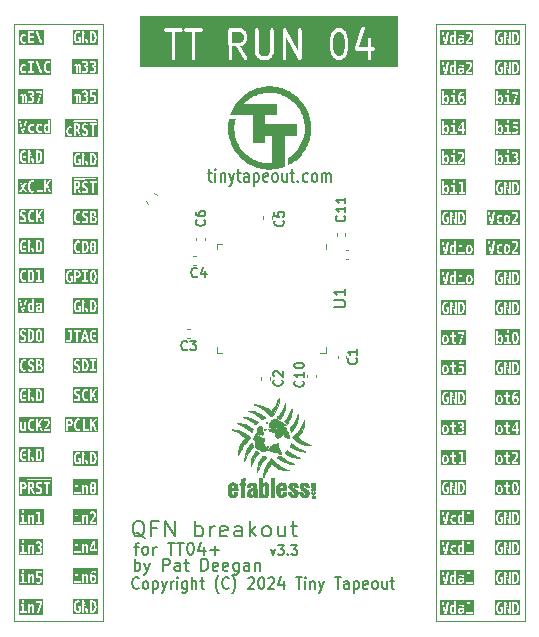
<source format=gbr>
G04 #@! TF.GenerationSoftware,KiCad,Pcbnew,8.0.1-8.0.1-1~ubuntu22.04.1*
G04 #@! TF.CreationDate,2024-04-10T22:34:19-04:00*
G04 #@! TF.ProjectId,breakout-tt4-qfn,62726561-6b6f-4757-942d-7474342d7166,3.3*
G04 #@! TF.SameCoordinates,PX2dc6c00PY42c1d80*
G04 #@! TF.FileFunction,Legend,Top*
G04 #@! TF.FilePolarity,Positive*
%FSLAX46Y46*%
G04 Gerber Fmt 4.6, Leading zero omitted, Abs format (unit mm)*
G04 Created by KiCad (PCBNEW 8.0.1-8.0.1-1~ubuntu22.04.1) date 2024-04-10 22:34:19*
%MOMM*%
%LPD*%
G01*
G04 APERTURE LIST*
%ADD10C,0.100000*%
%ADD11C,0.120000*%
%ADD12C,0.127000*%
%ADD13C,0.140000*%
%ADD14C,0.150000*%
%ADD15C,0.180000*%
%ADD16C,0.130000*%
%ADD17C,0.300000*%
%ADD18C,0.160000*%
%ADD19C,0.200000*%
%ADD20C,0.000000*%
%ADD21C,0.010000*%
G04 APERTURE END LIST*
D10*
X13343022Y47963957D02*
X31356979Y47963957D01*
X31356979Y47650000D01*
X13343022Y47650000D01*
X13343022Y47963957D01*
G36*
X13343022Y47963957D02*
G01*
X31356979Y47963957D01*
X31356979Y47650000D01*
X13343022Y47650000D01*
X13343022Y47963957D01*
G37*
X13293021Y51900000D02*
X31306978Y51900000D01*
X31306978Y51286043D01*
X13293021Y51286043D01*
X13293021Y51900000D01*
G36*
X13293021Y51900000D02*
G01*
X31306978Y51900000D01*
X31306978Y51286043D01*
X13293021Y51286043D01*
X13293021Y51900000D01*
G37*
X31306978Y51894734D02*
X33183180Y51894734D01*
X33183180Y47650000D01*
X31306978Y47650000D01*
X31306978Y51894734D01*
G36*
X31306978Y51894734D02*
G01*
X33183180Y51894734D01*
X33183180Y47650000D01*
X31306978Y47650000D01*
X31306978Y51894734D01*
G37*
D11*
X677440Y51227440D02*
X8250000Y51227440D01*
X8250000Y700000D01*
X677440Y700000D01*
X677440Y51227440D01*
D10*
X11400000Y51900000D02*
X13276202Y51900000D01*
X13276202Y47655266D01*
X11400000Y47655266D01*
X11400000Y51900000D01*
G36*
X11400000Y51900000D02*
G01*
X13276202Y51900000D01*
X13276202Y47655266D01*
X11400000Y47655266D01*
X11400000Y51900000D01*
G37*
D11*
X36427440Y51177440D02*
X44000000Y51177440D01*
X44000000Y650000D01*
X36427440Y650000D01*
X36427440Y51177440D01*
D12*
G36*
X37917506Y29832177D02*
G01*
X37952393Y29810075D01*
X37978185Y29770782D01*
X37986910Y29749439D01*
X37999924Y29699599D01*
X38006578Y29646585D01*
X38008471Y29592973D01*
X38007732Y29558751D01*
X38003473Y29508956D01*
X37994156Y29460235D01*
X37978185Y29415164D01*
X37966058Y29393251D01*
X37934505Y29361326D01*
X37895729Y29350684D01*
X37876955Y29352951D01*
X37839293Y29375872D01*
X37813859Y29415164D01*
X37805302Y29436507D01*
X37792541Y29486348D01*
X37786015Y29539362D01*
X37784159Y29592973D01*
X37784884Y29627196D01*
X37789060Y29676991D01*
X37798196Y29725712D01*
X37813859Y29770782D01*
X37825786Y29792695D01*
X37857049Y29824620D01*
X37895729Y29835262D01*
X37917506Y29832177D01*
G37*
G36*
X39287302Y29831263D02*
G01*
X39322638Y29810265D01*
X39350830Y29771271D01*
X39360343Y29750045D01*
X39374532Y29700223D01*
X39381788Y29646981D01*
X39383852Y29592973D01*
X39383045Y29558481D01*
X39378402Y29508404D01*
X39368244Y29459584D01*
X39350830Y29414676D01*
X39332829Y29386680D01*
X39299875Y29359683D01*
X39259776Y29350684D01*
X39235660Y29353746D01*
X39197174Y29375681D01*
X39168918Y29414676D01*
X39159461Y29435902D01*
X39145356Y29485723D01*
X39138143Y29538965D01*
X39136092Y29592973D01*
X39136893Y29627465D01*
X39141509Y29677543D01*
X39151607Y29726362D01*
X39168918Y29771271D01*
X39186980Y29799267D01*
X39219888Y29826263D01*
X39259776Y29835262D01*
X39287302Y29831263D01*
G37*
G36*
X39655967Y29083258D02*
G01*
X36820152Y29083258D01*
X36820152Y30241682D01*
X36931263Y30241682D01*
X37126461Y29210000D01*
X37351165Y29210000D01*
X37423625Y29592973D01*
X37623154Y29592973D01*
X37624064Y29546861D01*
X37627760Y29492967D01*
X37634299Y29443234D01*
X37645899Y29389050D01*
X37661593Y29340858D01*
X37681381Y29298661D01*
X37696680Y29274217D01*
X37727023Y29239284D01*
X37761910Y29214331D01*
X37801342Y29199359D01*
X37845317Y29194369D01*
X37865611Y29195485D01*
X37906047Y29205563D01*
X37941646Y29226121D01*
X37958869Y29241496D01*
X37986984Y29277927D01*
X38008471Y29320643D01*
X38008471Y29210000D01*
X38168890Y29210000D01*
X38325987Y29210000D01*
X38887745Y29210000D01*
X38887745Y29366316D01*
X38687662Y29366316D01*
X38687662Y29592973D01*
X38975087Y29592973D01*
X38976293Y29548246D01*
X38981192Y29495686D01*
X38989860Y29446847D01*
X39005235Y29393152D01*
X39026038Y29344815D01*
X39052267Y29301836D01*
X39067206Y29282630D01*
X39099886Y29249887D01*
X39136302Y29224699D01*
X39176456Y29207068D01*
X39220346Y29196993D01*
X39259776Y29194369D01*
X39275907Y29194789D01*
X39321789Y29201086D01*
X39363908Y29214939D01*
X39402261Y29236348D01*
X39436851Y29265314D01*
X39467676Y29301836D01*
X39489910Y29337280D01*
X39511617Y29384724D01*
X39527898Y29437526D01*
X39537319Y29485621D01*
X39542972Y29537437D01*
X39544856Y29592973D01*
X39543650Y29637700D01*
X39538751Y29690260D01*
X39530084Y29739099D01*
X39514708Y29792794D01*
X39493905Y29841132D01*
X39467676Y29884111D01*
X39452734Y29903316D01*
X39420027Y29936060D01*
X39383555Y29961248D01*
X39343319Y29978879D01*
X39299319Y29988954D01*
X39259776Y29991578D01*
X39243693Y29991158D01*
X39197934Y29984861D01*
X39155912Y29971008D01*
X39117627Y29949598D01*
X39083079Y29920633D01*
X39052267Y29884111D01*
X39030033Y29848667D01*
X39008326Y29801223D01*
X38992045Y29748420D01*
X38982624Y29700326D01*
X38976971Y29648510D01*
X38975087Y29592973D01*
X38687662Y29592973D01*
X38687662Y29975946D01*
X38368974Y29975946D01*
X38368974Y29819631D01*
X38526657Y29819631D01*
X38526657Y29366316D01*
X38325987Y29366316D01*
X38325987Y29210000D01*
X38168890Y29210000D01*
X38168890Y30272945D01*
X38008471Y30272945D01*
X38008471Y29872387D01*
X37998956Y29890283D01*
X37972029Y29930004D01*
X37939497Y29961780D01*
X37929520Y29968764D01*
X37892099Y29985874D01*
X37850788Y29991578D01*
X37824217Y29989967D01*
X37781495Y29979398D01*
X37743578Y29958965D01*
X37710468Y29928668D01*
X37682163Y29888507D01*
X37665163Y29854115D01*
X37648567Y29807083D01*
X37636120Y29753766D01*
X37628916Y29704533D01*
X37624594Y29650936D01*
X37623154Y29592973D01*
X37423625Y29592973D01*
X37546364Y30241682D01*
X37383014Y30241682D01*
X37238618Y29379994D01*
X37094612Y30241682D01*
X36931263Y30241682D01*
X36820152Y30241682D01*
X36820152Y30351103D01*
X38526657Y30351103D01*
X38526657Y30116630D01*
X38687662Y30116630D01*
X38687662Y30351103D01*
X38526657Y30351103D01*
X36820152Y30351103D01*
X36820152Y30462214D01*
X39655967Y30462214D01*
X39655967Y29083258D01*
G37*
G36*
X6060499Y42619995D02*
G01*
X6100841Y42611620D01*
X6136043Y42588304D01*
X6144262Y42577103D01*
X6160559Y42530907D01*
X6164571Y42480349D01*
X6164317Y42466615D01*
X6157341Y42415685D01*
X6135652Y42372149D01*
X6121282Y42359396D01*
X6081713Y42343288D01*
X6040495Y42339421D01*
X5964096Y42339421D01*
X5964096Y42620788D01*
X6040495Y42620788D01*
X6060499Y42619995D01*
G37*
G36*
X7839777Y41634311D02*
G01*
X5036433Y41634311D01*
X5036433Y42143294D01*
X5147544Y42143294D01*
X5148796Y42097853D01*
X5153881Y42044626D01*
X5162878Y41995371D01*
X5178838Y41941507D01*
X5200430Y41893362D01*
X5227656Y41850935D01*
X5248700Y41826205D01*
X5283896Y41795293D01*
X5323448Y41771800D01*
X5367354Y41755726D01*
X5407270Y41747998D01*
X5450210Y41745422D01*
X5470179Y41745972D01*
X5511701Y41750933D01*
X5550838Y41761053D01*
X5562418Y41765206D01*
X5601458Y41783585D01*
X5638179Y41807948D01*
X5638179Y41995527D01*
X5626717Y41981310D01*
X5595933Y41949871D01*
X5561194Y41924940D01*
X5553520Y41920794D01*
X5513555Y41906179D01*
X5473852Y41901737D01*
X5459442Y41902287D01*
X5420024Y41910530D01*
X5382934Y41931291D01*
X5352903Y41964264D01*
X5336458Y41994202D01*
X5321250Y42040284D01*
X5313336Y42088415D01*
X5310698Y42143294D01*
X5311729Y42178465D01*
X5317664Y42229283D01*
X5330647Y42278425D01*
X5352903Y42323056D01*
X5361171Y42334361D01*
X5393320Y42364014D01*
X5432528Y42381311D01*
X5473852Y42386315D01*
X5482288Y42386101D01*
X5523641Y42378587D01*
X5560998Y42361891D01*
X5573959Y42353822D01*
X5608474Y42325772D01*
X5638179Y42292526D01*
X5638179Y42480104D01*
X5621093Y42491510D01*
X5583978Y42512158D01*
X5546735Y42527243D01*
X5532299Y42531676D01*
X5490967Y42540091D01*
X5451382Y42542631D01*
X5425250Y42541699D01*
X5384093Y42536006D01*
X5338659Y42522341D01*
X5297540Y42501224D01*
X5260734Y42472653D01*
X5228242Y42436629D01*
X5204994Y42401583D01*
X5182298Y42354253D01*
X5165275Y42301170D01*
X5155425Y42252540D01*
X5149514Y42199914D01*
X5147544Y42143294D01*
X5036433Y42143294D01*
X5036433Y42792735D01*
X5801919Y42792735D01*
X5801919Y42620788D01*
X5801919Y41761053D01*
X5964096Y41761053D01*
X5964096Y42167474D01*
X6015680Y42167474D01*
X6040673Y42161899D01*
X6073813Y42134593D01*
X6098155Y42096365D01*
X6117872Y42050970D01*
X6129400Y42020684D01*
X6228465Y41761053D01*
X6406469Y41761053D01*
X6257969Y42131081D01*
X6238335Y42176855D01*
X6214396Y42218520D01*
X6208682Y42225143D01*
X6172387Y42247097D01*
X6186577Y42249877D01*
X6225335Y42263549D01*
X6261693Y42288121D01*
X6290991Y42322568D01*
X6302868Y42343327D01*
X6320583Y42391250D01*
X6329642Y42441682D01*
X6332219Y42492317D01*
X6331753Y42508925D01*
X6473489Y42508925D01*
X6474167Y42482444D01*
X6480648Y42427912D01*
X6493992Y42380374D01*
X6516867Y42335757D01*
X6535915Y42311875D01*
X6569969Y42280673D01*
X6607880Y42253972D01*
X6646403Y42231532D01*
X6682756Y42213147D01*
X6762477Y42175778D01*
X6795250Y42155923D01*
X6826176Y42122289D01*
X6840471Y42093049D01*
X6848255Y42043642D01*
X6848223Y42039929D01*
X6840000Y41990459D01*
X6815234Y41950586D01*
X6801969Y41939297D01*
X6763592Y41922040D01*
X6722421Y41917369D01*
X6681422Y41920544D01*
X6640100Y41930068D01*
X6602254Y41944236D01*
X6587044Y41951456D01*
X6548430Y41973381D01*
X6512961Y41997844D01*
X6476811Y42026790D01*
X6476811Y41823580D01*
X6483959Y41818829D01*
X6520207Y41797282D01*
X6557293Y41779407D01*
X6595220Y41765206D01*
X6633528Y41754773D01*
X6675578Y41747760D01*
X6717537Y41745422D01*
X6744684Y41746092D01*
X6786999Y41750185D01*
X6825651Y41757999D01*
X6867196Y41772287D01*
X6903466Y41791933D01*
X6939114Y41821626D01*
X6964081Y41852950D01*
X6986681Y41896440D01*
X7002250Y41947411D01*
X7009999Y41997053D01*
X7012582Y42052191D01*
X7010940Y42093315D01*
X7003643Y42143874D01*
X6988457Y42194913D01*
X6965883Y42239769D01*
X6959841Y42248967D01*
X6931601Y42283466D01*
X6896839Y42314302D01*
X6861073Y42338278D01*
X6820314Y42359448D01*
X6750363Y42392177D01*
X6728921Y42402491D01*
X6690279Y42424173D01*
X6655010Y42453238D01*
X6642106Y42473944D01*
X6632345Y42523091D01*
X6639214Y42568801D01*
X6663608Y42607111D01*
X6676366Y42617071D01*
X6713616Y42632298D01*
X6753880Y42636420D01*
X6780319Y42634924D01*
X6820207Y42627070D01*
X6860370Y42612484D01*
X6893904Y42595378D01*
X6930394Y42571602D01*
X6966469Y42542631D01*
X6966469Y42745841D01*
X6931672Y42763725D01*
X6893131Y42779926D01*
X6854313Y42792491D01*
X6853303Y42792735D01*
X7125715Y42792735D01*
X7125715Y42620788D01*
X7334005Y42620788D01*
X7334005Y41761053D01*
X7496183Y41761053D01*
X7496183Y42620788D01*
X7704473Y42620788D01*
X7704473Y42792735D01*
X7125715Y42792735D01*
X6853303Y42792735D01*
X6822533Y42800165D01*
X6783650Y42806134D01*
X6741179Y42808367D01*
X6696233Y42805559D01*
X6655038Y42797135D01*
X6617593Y42783096D01*
X6578648Y42759620D01*
X6544808Y42728499D01*
X6524262Y42702080D01*
X6501348Y42660184D01*
X6485259Y42612561D01*
X6475996Y42559211D01*
X6473489Y42508925D01*
X6331753Y42508925D01*
X6331141Y42530743D01*
X6325483Y42583187D01*
X6312753Y42636494D01*
X6293421Y42681315D01*
X6263245Y42722149D01*
X6244606Y42738693D01*
X6205274Y42762336D01*
X6164758Y42777226D01*
X6126199Y42785842D01*
X6083280Y42791012D01*
X6036001Y42792735D01*
X5801919Y42792735D01*
X5036433Y42792735D01*
X5036433Y42966753D01*
X5750176Y42966753D01*
X5784542Y42932387D01*
X5808842Y42927553D01*
X7694300Y42932387D01*
X7728666Y42966753D01*
X7728666Y43015353D01*
X7694300Y43049719D01*
X7670000Y43054553D01*
X5784542Y43049719D01*
X5750176Y43015353D01*
X5750176Y42966753D01*
X5036433Y42966753D01*
X5036433Y43165664D01*
X7839777Y43165664D01*
X7839777Y41634311D01*
G37*
G36*
X37274391Y37452995D02*
G01*
X37312052Y37430075D01*
X37337487Y37390782D01*
X37346043Y37369439D01*
X37358805Y37319599D01*
X37365331Y37266585D01*
X37367187Y37212973D01*
X37366462Y37178751D01*
X37362286Y37128956D01*
X37353149Y37080235D01*
X37337487Y37035164D01*
X37325560Y37013251D01*
X37294297Y36981326D01*
X37255617Y36970684D01*
X37233840Y36973770D01*
X37198953Y36995872D01*
X37173161Y37035164D01*
X37164436Y37056507D01*
X37151422Y37106348D01*
X37144767Y37159362D01*
X37142875Y37212973D01*
X37143614Y37247196D01*
X37147873Y37296991D01*
X37157190Y37345712D01*
X37173161Y37390782D01*
X37185287Y37412695D01*
X37216840Y37444620D01*
X37255617Y37455262D01*
X37274391Y37452995D01*
G37*
G36*
X38982248Y36703258D02*
G01*
X36871345Y36703258D01*
X36871345Y37892945D01*
X36982456Y37892945D01*
X36982456Y37212973D01*
X36982456Y36830000D01*
X37142875Y36830000D01*
X37142875Y36940643D01*
X37152890Y36918194D01*
X37178455Y36877038D01*
X37209309Y36846121D01*
X37228029Y36833749D01*
X37266416Y36818834D01*
X37306029Y36814369D01*
X37331714Y36815999D01*
X37373093Y36826692D01*
X37378986Y36830000D01*
X37652267Y36830000D01*
X38214026Y36830000D01*
X38350802Y36830000D01*
X38871137Y36830000D01*
X38871137Y37001947D01*
X38689811Y37001947D01*
X38689811Y37861682D01*
X38533105Y37861682D01*
X38363307Y37814788D01*
X38363307Y37642841D01*
X38532128Y37689735D01*
X38532128Y37001947D01*
X38350802Y37001947D01*
X38350802Y36830000D01*
X38214026Y36830000D01*
X38214026Y36986316D01*
X38013942Y36986316D01*
X38013942Y37595946D01*
X37695254Y37595946D01*
X37695254Y37439631D01*
X37852937Y37439631D01*
X37852937Y36986316D01*
X37652267Y36986316D01*
X37652267Y36830000D01*
X37378986Y36830000D01*
X37409927Y36847368D01*
X37442218Y36878024D01*
X37469965Y36918661D01*
X37486739Y36953409D01*
X37503116Y37000602D01*
X37515398Y37053787D01*
X37522506Y37102687D01*
X37526771Y37155749D01*
X37528192Y37212973D01*
X37527672Y37248274D01*
X37524492Y37303618D01*
X37518421Y37354596D01*
X37507320Y37410009D01*
X37492057Y37459136D01*
X37468988Y37508507D01*
X37449317Y37538200D01*
X37417642Y37571316D01*
X37381142Y37594567D01*
X37339818Y37607954D01*
X37300558Y37611578D01*
X37288358Y37611112D01*
X37248159Y37602149D01*
X37211849Y37581780D01*
X37195124Y37567318D01*
X37166496Y37532893D01*
X37142875Y37492387D01*
X37142875Y37892945D01*
X36982456Y37892945D01*
X36871345Y37892945D01*
X36871345Y37971103D01*
X37852937Y37971103D01*
X37852937Y37736630D01*
X38013942Y37736630D01*
X38013942Y37971103D01*
X37852937Y37971103D01*
X36871345Y37971103D01*
X36871345Y38082214D01*
X38982248Y38082214D01*
X38982248Y36703258D01*
G37*
G36*
X2865158Y22272006D02*
G01*
X2904310Y22260600D01*
X2937662Y22235140D01*
X2954766Y22205626D01*
X2966930Y22157174D01*
X2970097Y22105936D01*
X2969005Y22074634D01*
X2960267Y22023160D01*
X2939030Y21981860D01*
X2909189Y21960130D01*
X2870346Y21949022D01*
X2830390Y21946201D01*
X2722728Y21946201D01*
X2722728Y22274463D01*
X2830390Y22274463D01*
X2865158Y22272006D01*
G37*
G36*
X2837829Y22665142D02*
G01*
X2879706Y22659080D01*
X2917536Y22637164D01*
X2938423Y22597739D01*
X2944305Y22547038D01*
X2939294Y22499274D01*
X2918122Y22457645D01*
X2909077Y22449906D01*
X2871579Y22434557D01*
X2830390Y22430779D01*
X2722728Y22430779D01*
X2722728Y22665252D01*
X2830390Y22665252D01*
X2837829Y22665142D01*
G37*
G36*
X3245535Y21663143D02*
G01*
X1122517Y21663143D01*
X1122517Y22305482D01*
X1233628Y22305482D01*
X1233714Y22289466D01*
X1235761Y22227775D01*
X1240537Y22169886D01*
X1248043Y22115798D01*
X1258278Y22065510D01*
X1274911Y22007996D01*
X1295808Y21956421D01*
X1320969Y21910786D01*
X1338036Y21886386D01*
X1369549Y21851053D01*
X1404898Y21822387D01*
X1444082Y21800387D01*
X1487101Y21785054D01*
X1533955Y21776387D01*
X1574200Y21774254D01*
X1582917Y21774357D01*
X1622550Y21777563D01*
X1663105Y21785978D01*
X1668390Y21787489D01*
X1707053Y21801743D01*
X1743998Y21821149D01*
X1743998Y22039990D01*
X1730993Y22025433D01*
X1697761Y21993502D01*
X1662909Y21968671D01*
X1660452Y21967289D01*
X1623000Y21951819D01*
X1581821Y21946201D01*
X1550014Y21949387D01*
X1508047Y21966111D01*
X1472974Y21997171D01*
X1447585Y22036815D01*
X1439484Y22054615D01*
X1423680Y22102093D01*
X1413586Y22149411D01*
X1406680Y22202843D01*
X1403360Y22252040D01*
X1402254Y22305482D01*
X1402298Y22316555D01*
X1403847Y22369344D01*
X1408628Y22427023D01*
X1416597Y22478521D01*
X1429922Y22530787D01*
X1432729Y22537757D01*
X1894647Y22537757D01*
X1895325Y22511276D01*
X1901806Y22456744D01*
X1915150Y22409206D01*
X1938025Y22364589D01*
X1957073Y22340707D01*
X1991127Y22309505D01*
X2029038Y22282804D01*
X2067561Y22260364D01*
X2103914Y22241979D01*
X2183635Y22204610D01*
X2216408Y22184755D01*
X2247334Y22151121D01*
X2261629Y22121881D01*
X2269413Y22072474D01*
X2269381Y22068761D01*
X2261158Y22019291D01*
X2236392Y21979418D01*
X2223127Y21968129D01*
X2184750Y21950872D01*
X2143579Y21946201D01*
X2102580Y21949376D01*
X2061258Y21958900D01*
X2023412Y21973068D01*
X2008202Y21980288D01*
X1969588Y22002213D01*
X1934119Y22026676D01*
X1897969Y22055622D01*
X1897969Y21852412D01*
X1905117Y21847661D01*
X1941365Y21826114D01*
X1978451Y21808239D01*
X2016378Y21794038D01*
X2054686Y21783605D01*
X2096736Y21776592D01*
X2138695Y21774254D01*
X2165842Y21774924D01*
X2208157Y21779017D01*
X2246809Y21786831D01*
X2288354Y21801119D01*
X2324624Y21820765D01*
X2360272Y21850458D01*
X2385239Y21881782D01*
X2407839Y21925272D01*
X2423408Y21976243D01*
X2431157Y22025885D01*
X2433740Y22081023D01*
X2432098Y22122147D01*
X2424801Y22172706D01*
X2409615Y22223745D01*
X2387041Y22268601D01*
X2380999Y22277799D01*
X2352759Y22312298D01*
X2317997Y22343134D01*
X2282231Y22367110D01*
X2241472Y22388280D01*
X2171521Y22421009D01*
X2150079Y22431323D01*
X2111437Y22453005D01*
X2076168Y22482070D01*
X2063264Y22502776D01*
X2053503Y22551923D01*
X2060372Y22597633D01*
X2084766Y22635943D01*
X2097524Y22645903D01*
X2134774Y22661130D01*
X2175038Y22665252D01*
X2201477Y22663756D01*
X2241365Y22655902D01*
X2281528Y22641316D01*
X2315062Y22624210D01*
X2351552Y22600434D01*
X2387627Y22571463D01*
X2387627Y22774673D01*
X2352830Y22792557D01*
X2314289Y22808758D01*
X2275471Y22821323D01*
X2274461Y22821567D01*
X2566217Y22821567D01*
X2566217Y22665252D01*
X2566217Y22274463D01*
X2566217Y21789885D01*
X2830390Y21789885D01*
X2859792Y21790489D01*
X2905300Y21794175D01*
X2946437Y21801213D01*
X2990035Y21814081D01*
X3027340Y21831775D01*
X3062909Y21858518D01*
X3087213Y21887209D01*
X3109212Y21928148D01*
X3124367Y21977128D01*
X3131910Y22025511D01*
X3134424Y22079802D01*
X3132142Y22131657D01*
X3123948Y22184452D01*
X3109794Y22230346D01*
X3086748Y22273731D01*
X3060101Y22304826D01*
X3023175Y22331232D01*
X2984175Y22347081D01*
X2945282Y22355063D01*
X2954953Y22356340D01*
X2994805Y22366477D01*
X3032052Y22386169D01*
X3064473Y22418078D01*
X3069418Y22425021D01*
X3090913Y22469107D01*
X3102080Y22517851D01*
X3105310Y22568776D01*
X3105243Y22576591D01*
X3100999Y22627867D01*
X3088066Y22679113D01*
X3066512Y22722512D01*
X3036336Y22758064D01*
X3031959Y22761971D01*
X2997599Y22785847D01*
X2956732Y22803645D01*
X2916523Y22814063D01*
X2871534Y22820017D01*
X2830390Y22821567D01*
X2566217Y22821567D01*
X2274461Y22821567D01*
X2243691Y22828997D01*
X2204808Y22834966D01*
X2162337Y22837199D01*
X2117391Y22834391D01*
X2076196Y22825967D01*
X2038751Y22811928D01*
X1999806Y22788452D01*
X1965966Y22757331D01*
X1945420Y22730912D01*
X1922506Y22689016D01*
X1906417Y22641393D01*
X1897154Y22588043D01*
X1894647Y22537757D01*
X1432729Y22537757D01*
X1447585Y22574638D01*
X1466116Y22605432D01*
X1499657Y22639678D01*
X1540092Y22659588D01*
X1581821Y22665252D01*
X1584432Y22665230D01*
X1625532Y22658841D01*
X1662909Y22642537D01*
X1680214Y22631456D01*
X1712995Y22604241D01*
X1743998Y22571463D01*
X1743998Y22790304D01*
X1739311Y22793189D01*
X1702746Y22811908D01*
X1663691Y22825475D01*
X1655633Y22827570D01*
X1614314Y22834955D01*
X1574200Y22837199D01*
X1553771Y22836666D01*
X1505382Y22830666D01*
X1460829Y22817999D01*
X1420111Y22798666D01*
X1383229Y22772666D01*
X1350181Y22740000D01*
X1320969Y22700667D01*
X1310393Y22683124D01*
X1286937Y22635091D01*
X1267746Y22581095D01*
X1255464Y22533605D01*
X1245911Y22482299D01*
X1239087Y22427176D01*
X1234993Y22368237D01*
X1233628Y22305482D01*
X1122517Y22305482D01*
X1122517Y22948310D01*
X3245535Y22948310D01*
X3245535Y21663143D01*
G37*
G36*
X2167506Y27462992D02*
G01*
X2202393Y27440890D01*
X2228185Y27401597D01*
X2236910Y27380254D01*
X2249924Y27330414D01*
X2256578Y27277400D01*
X2258471Y27223788D01*
X2257732Y27189566D01*
X2253473Y27139771D01*
X2244156Y27091050D01*
X2228185Y27045979D01*
X2216058Y27024066D01*
X2184505Y26992141D01*
X2145729Y26981499D01*
X2126955Y26983766D01*
X2089293Y27006687D01*
X2063859Y27045979D01*
X2055302Y27067322D01*
X2042541Y27117163D01*
X2036015Y27170177D01*
X2034159Y27223788D01*
X2034884Y27258011D01*
X2039060Y27307806D01*
X2048196Y27356527D01*
X2063859Y27401597D01*
X2075786Y27423510D01*
X2107049Y27455435D01*
X2145729Y27466077D01*
X2167506Y27462992D01*
G37*
G36*
X2946454Y27186908D02*
G01*
X2946317Y27174021D01*
X2942299Y27120494D01*
X2931308Y27069584D01*
X2911284Y27023998D01*
X2889243Y26995898D01*
X2852836Y26972737D01*
X2812414Y26965868D01*
X2780866Y26970786D01*
X2745198Y26995665D01*
X2727527Y27028391D01*
X2720579Y27076510D01*
X2720718Y27084841D01*
X2729518Y27134395D01*
X2756336Y27172253D01*
X2761018Y27175654D01*
X2798020Y27191454D01*
X2840526Y27198585D01*
X2882170Y27200341D01*
X2946454Y27200341D01*
X2946454Y27186908D01*
G37*
G36*
X3217398Y26714073D02*
G01*
X1070152Y26714073D01*
X1070152Y27872497D01*
X1181263Y27872497D01*
X1376461Y26840815D01*
X1601165Y26840815D01*
X1673625Y27223788D01*
X1873154Y27223788D01*
X1874064Y27177676D01*
X1877760Y27123782D01*
X1884299Y27074049D01*
X1895899Y27019865D01*
X1911593Y26971673D01*
X1931381Y26929476D01*
X1946680Y26905032D01*
X1977023Y26870099D01*
X2011910Y26845146D01*
X2051342Y26830174D01*
X2095317Y26825184D01*
X2115611Y26826300D01*
X2156047Y26836378D01*
X2191646Y26856936D01*
X2208869Y26872311D01*
X2236984Y26908742D01*
X2258471Y26951458D01*
X2258471Y26840815D01*
X2418890Y26840815D01*
X2418890Y27083104D01*
X2549023Y27083104D01*
X2549073Y27076510D01*
X2549080Y27075540D01*
X2552674Y27025524D01*
X2563628Y26974661D01*
X2581885Y26930514D01*
X2607445Y26893083D01*
X2614954Y26884861D01*
X2648623Y26857277D01*
X2688105Y26838180D01*
X2727420Y26828433D01*
X2771186Y26825184D01*
X2791446Y26826146D01*
X2833080Y26834828D01*
X2871618Y26852539D01*
X2888180Y26863622D01*
X2920059Y26893290D01*
X2946454Y26930697D01*
X2946454Y26840815D01*
X3106287Y26840815D01*
X3106287Y27275568D01*
X3106228Y27287648D01*
X3104151Y27344550D01*
X3099106Y27395621D01*
X3089137Y27449207D01*
X3072105Y27501111D01*
X3045519Y27546433D01*
X3037598Y27555631D01*
X3004369Y27583152D01*
X2962575Y27603403D01*
X2919934Y27614975D01*
X2879594Y27620538D01*
X2834884Y27622393D01*
X2800788Y27621485D01*
X2760543Y27617908D01*
X2718429Y27610913D01*
X2691074Y27604395D01*
X2650408Y27591698D01*
X2610181Y27575498D01*
X2610181Y27419183D01*
X2642893Y27436182D01*
X2681866Y27453129D01*
X2723119Y27466810D01*
X2753842Y27474012D01*
X2795672Y27479948D01*
X2834884Y27481709D01*
X2841644Y27481615D01*
X2880520Y27476449D01*
X2918122Y27457773D01*
X2935387Y27436810D01*
X2946454Y27387675D01*
X2946454Y27341025D01*
X2834884Y27341025D01*
X2825824Y27340963D01*
X2782755Y27338809D01*
X2735984Y27332163D01*
X2694571Y27321087D01*
X2653028Y27302564D01*
X2618778Y27278010D01*
X2610331Y27269864D01*
X2581993Y27231900D01*
X2562374Y27185326D01*
X2552360Y27137511D01*
X2549023Y27083104D01*
X2418890Y27083104D01*
X2418890Y27903760D01*
X2258471Y27903760D01*
X2258471Y27503202D01*
X2248956Y27521098D01*
X2222029Y27560819D01*
X2189497Y27592595D01*
X2179520Y27599579D01*
X2142099Y27616689D01*
X2100788Y27622393D01*
X2074217Y27620782D01*
X2031495Y27610213D01*
X1993578Y27589780D01*
X1960468Y27559483D01*
X1932163Y27519322D01*
X1915163Y27484930D01*
X1898567Y27437898D01*
X1886120Y27384581D01*
X1878916Y27335348D01*
X1874594Y27281751D01*
X1873154Y27223788D01*
X1673625Y27223788D01*
X1796364Y27872497D01*
X1633014Y27872497D01*
X1488618Y27010809D01*
X1344612Y27872497D01*
X1181263Y27872497D01*
X1070152Y27872497D01*
X1070152Y28014871D01*
X3217398Y28014871D01*
X3217398Y26714073D01*
G37*
G36*
X38591226Y9512177D02*
G01*
X38626113Y9490075D01*
X38651905Y9450782D01*
X38660630Y9429439D01*
X38673643Y9379599D01*
X38680298Y9326585D01*
X38682191Y9272973D01*
X38681451Y9238751D01*
X38677192Y9188956D01*
X38667876Y9140235D01*
X38651905Y9095164D01*
X38639778Y9073251D01*
X38608225Y9041326D01*
X38569448Y9030684D01*
X38550674Y9032951D01*
X38513013Y9055872D01*
X38487578Y9095164D01*
X38479022Y9116507D01*
X38466260Y9166348D01*
X38459734Y9219362D01*
X38457878Y9272973D01*
X38458603Y9307196D01*
X38462780Y9356991D01*
X38471916Y9405712D01*
X38487578Y9450782D01*
X38499505Y9472695D01*
X38530768Y9504620D01*
X38569448Y9515262D01*
X38591226Y9512177D01*
G37*
G36*
X39655967Y8763258D02*
G01*
X36820152Y8763258D01*
X36820152Y9921682D01*
X36931263Y9921682D01*
X37126461Y8890000D01*
X37351165Y8890000D01*
X37423487Y9272241D01*
X37666140Y9272241D01*
X37667392Y9226800D01*
X37672477Y9173573D01*
X37681474Y9124318D01*
X37697434Y9070454D01*
X37719027Y9022309D01*
X37746252Y8979882D01*
X37767297Y8955152D01*
X37802493Y8924240D01*
X37842044Y8900747D01*
X37885951Y8884673D01*
X37925866Y8876945D01*
X37968806Y8874369D01*
X37988775Y8874919D01*
X38030298Y8879880D01*
X38069434Y8890000D01*
X38081014Y8894153D01*
X38120054Y8912532D01*
X38156775Y8936895D01*
X38156775Y9124474D01*
X38145313Y9110257D01*
X38114529Y9078818D01*
X38079790Y9053887D01*
X38072117Y9049741D01*
X38032151Y9035126D01*
X37992449Y9030684D01*
X37978039Y9031234D01*
X37938621Y9039477D01*
X37901530Y9060238D01*
X37871500Y9093211D01*
X37855055Y9123149D01*
X37839846Y9169231D01*
X37831933Y9217362D01*
X37829295Y9272241D01*
X37829316Y9272973D01*
X38296873Y9272973D01*
X38297783Y9226861D01*
X38301479Y9172967D01*
X38308018Y9123234D01*
X38319618Y9069050D01*
X38335312Y9020858D01*
X38355101Y8978661D01*
X38370399Y8954217D01*
X38400743Y8919284D01*
X38435630Y8894331D01*
X38475061Y8879359D01*
X38519036Y8874369D01*
X38539331Y8875485D01*
X38579767Y8885563D01*
X38615366Y8906121D01*
X38632588Y8921496D01*
X38660703Y8957927D01*
X38682191Y9000643D01*
X38682191Y8890000D01*
X38842609Y8890000D01*
X39024521Y8890000D01*
X39544856Y8890000D01*
X39544856Y9061947D01*
X39363531Y9061947D01*
X39363531Y9921682D01*
X39206824Y9921682D01*
X39037027Y9874788D01*
X39037027Y9702841D01*
X39205847Y9749735D01*
X39205847Y9061947D01*
X39024521Y9061947D01*
X39024521Y8890000D01*
X38842609Y8890000D01*
X38842609Y9952945D01*
X38682191Y9952945D01*
X38682191Y9552387D01*
X38672676Y9570283D01*
X38645749Y9610004D01*
X38613217Y9641780D01*
X38603239Y9648764D01*
X38565818Y9665874D01*
X38524508Y9671578D01*
X38497937Y9669967D01*
X38455214Y9659398D01*
X38417298Y9638965D01*
X38384187Y9608668D01*
X38355882Y9568507D01*
X38338883Y9534115D01*
X38322286Y9487083D01*
X38309839Y9433766D01*
X38302636Y9384533D01*
X38298314Y9330936D01*
X38296873Y9272973D01*
X37829316Y9272973D01*
X37830325Y9307412D01*
X37836260Y9358230D01*
X37849243Y9407372D01*
X37871500Y9452003D01*
X37879768Y9463308D01*
X37911916Y9492961D01*
X37951125Y9510258D01*
X37992449Y9515262D01*
X38000884Y9515048D01*
X38042238Y9507534D01*
X38079595Y9490838D01*
X38092556Y9482769D01*
X38127070Y9454719D01*
X38156775Y9421473D01*
X38156775Y9609051D01*
X38139689Y9620457D01*
X38102575Y9641105D01*
X38065331Y9656190D01*
X38050896Y9660623D01*
X38009564Y9669038D01*
X37969979Y9671578D01*
X37943846Y9670646D01*
X37902690Y9664953D01*
X37857256Y9651288D01*
X37816136Y9630171D01*
X37779330Y9601600D01*
X37746838Y9565576D01*
X37723590Y9530530D01*
X37700894Y9483200D01*
X37683872Y9430117D01*
X37674021Y9381487D01*
X37668111Y9328861D01*
X37666140Y9272241D01*
X37423487Y9272241D01*
X37546364Y9921682D01*
X37383014Y9921682D01*
X37238618Y9059994D01*
X37094612Y9921682D01*
X36931263Y9921682D01*
X36820152Y9921682D01*
X36820152Y10064056D01*
X39655967Y10064056D01*
X39655967Y8763258D01*
G37*
G36*
X7771620Y8791695D02*
G01*
X5696279Y8791695D01*
X5696279Y8902806D01*
X5807390Y8902806D01*
X6369149Y8902806D01*
X6497132Y8902806D01*
X6656964Y8902806D01*
X6656964Y9343665D01*
X6658527Y9384652D01*
X6665781Y9433282D01*
X6681975Y9479220D01*
X6711577Y9515856D01*
X6750363Y9528068D01*
X6781323Y9522102D01*
X6812303Y9491920D01*
X6819688Y9473826D01*
X6829016Y9423965D01*
X6831256Y9371997D01*
X6831256Y8902806D01*
X6991089Y8902806D01*
X7139393Y8902806D01*
X7660509Y8902806D01*
X7660509Y9074753D01*
X7314857Y9074753D01*
X7337571Y9103757D01*
X7367446Y9141788D01*
X7397842Y9180393D01*
X7427404Y9217880D01*
X7435487Y9228099D01*
X7465829Y9266666D01*
X7499284Y9309681D01*
X7527768Y9346923D01*
X7559294Y9389365D01*
X7587432Y9430371D01*
X7603587Y9458436D01*
X7626105Y9503882D01*
X7643119Y9549317D01*
X7646920Y9562808D01*
X7656233Y9611888D01*
X7659337Y9663867D01*
X7658174Y9696149D01*
X7650540Y9748437D01*
X7635782Y9795372D01*
X7613899Y9836954D01*
X7584892Y9873183D01*
X7580184Y9877917D01*
X7544176Y9906843D01*
X7502820Y9928406D01*
X7463116Y9941029D01*
X7419482Y9948241D01*
X7380119Y9950120D01*
X7354021Y9949112D01*
X7313730Y9943823D01*
X7272066Y9934000D01*
X7233077Y9921354D01*
X7193489Y9905244D01*
X7156978Y9887594D01*
X7156978Y9700015D01*
X7193279Y9722064D01*
X7232152Y9742240D01*
X7269916Y9758145D01*
X7286568Y9763915D01*
X7327406Y9774339D01*
X7367418Y9778173D01*
X7385848Y9777261D01*
X7427380Y9766349D01*
X7461793Y9740804D01*
X7469579Y9731034D01*
X7489528Y9685696D01*
X7495010Y9635291D01*
X7491018Y9593227D01*
X7476839Y9545165D01*
X7466312Y9521611D01*
X7443059Y9479754D01*
X7417439Y9440873D01*
X7407159Y9426414D01*
X7379899Y9389116D01*
X7353203Y9353129D01*
X7320487Y9309355D01*
X7289979Y9268729D01*
X7255619Y9223118D01*
X7227320Y9185640D01*
X7139393Y9069380D01*
X7139393Y8902806D01*
X6991089Y8902806D01*
X6991089Y9402772D01*
X6991045Y9411466D01*
X6988304Y9468519D01*
X6981300Y9518910D01*
X6968074Y9568342D01*
X6946539Y9613553D01*
X6928328Y9637624D01*
X6895371Y9664393D01*
X6855644Y9679957D01*
X6814648Y9684384D01*
X6789986Y9682782D01*
X6751495Y9672587D01*
X6715192Y9650922D01*
X6702900Y9639798D01*
X6674775Y9601543D01*
X6656964Y9556645D01*
X6656964Y9668752D01*
X6497132Y9668752D01*
X6497132Y8902806D01*
X6369149Y8902806D01*
X6369149Y9059122D01*
X6169065Y9059122D01*
X6169065Y9668752D01*
X5850377Y9668752D01*
X5850377Y9512437D01*
X6008060Y9512437D01*
X6008060Y9059122D01*
X5807390Y9059122D01*
X5807390Y8902806D01*
X5696279Y8902806D01*
X5696279Y10043909D01*
X6008060Y10043909D01*
X6008060Y9809436D01*
X6169065Y9809436D01*
X6169065Y10043909D01*
X6008060Y10043909D01*
X5696279Y10043909D01*
X5696279Y10155020D01*
X7771620Y10155020D01*
X7771620Y8791695D01*
G37*
G36*
X5405430Y17628146D02*
G01*
X5447435Y17619225D01*
X5484599Y17596518D01*
X5497161Y17579648D01*
X5513030Y17531884D01*
X5516839Y17481236D01*
X5516052Y17456783D01*
X5507740Y17407827D01*
X5484599Y17365953D01*
X5453861Y17345711D01*
X5413905Y17335364D01*
X5372834Y17332736D01*
X5306204Y17332736D01*
X5306204Y17629735D01*
X5372834Y17629735D01*
X5405430Y17628146D01*
G37*
G36*
X7860525Y16643258D02*
G01*
X5033111Y16643258D01*
X5033111Y17801682D01*
X5144222Y17801682D01*
X5144222Y17629735D01*
X5144222Y16770000D01*
X5306204Y16770000D01*
X5306204Y17160789D01*
X5366776Y17160789D01*
X5397775Y17161452D01*
X5445716Y17165506D01*
X5489000Y17173245D01*
X5534796Y17187396D01*
X5573887Y17206853D01*
X5611019Y17236260D01*
X5615599Y17241069D01*
X5643589Y17279873D01*
X5646087Y17285597D01*
X5812471Y17285597D01*
X5812556Y17269581D01*
X5814603Y17207890D01*
X5819380Y17150001D01*
X5826885Y17095913D01*
X5837121Y17045625D01*
X5853753Y16988111D01*
X5874650Y16936536D01*
X5899812Y16890901D01*
X5916879Y16866501D01*
X5948392Y16831168D01*
X5983740Y16802502D01*
X6022924Y16780502D01*
X6065943Y16765169D01*
X6112798Y16756502D01*
X6153043Y16754369D01*
X6161760Y16754472D01*
X6201393Y16757678D01*
X6241947Y16766093D01*
X6247232Y16767604D01*
X6285895Y16781858D01*
X6322841Y16801264D01*
X6322841Y17020105D01*
X6309836Y17005548D01*
X6276603Y16973617D01*
X6241752Y16948786D01*
X6239295Y16947404D01*
X6201843Y16931934D01*
X6160663Y16926316D01*
X6128856Y16929502D01*
X6086890Y16946226D01*
X6051816Y16977286D01*
X6026427Y17016930D01*
X6018326Y17034730D01*
X6002522Y17082208D01*
X5992429Y17129526D01*
X5985523Y17182958D01*
X5982203Y17232155D01*
X5981096Y17285597D01*
X5981140Y17296670D01*
X5982690Y17349459D01*
X5987471Y17407138D01*
X5995439Y17458636D01*
X6008764Y17510902D01*
X6026427Y17554753D01*
X6044959Y17585547D01*
X6078500Y17619793D01*
X6118934Y17639703D01*
X6160663Y17645367D01*
X6163274Y17645345D01*
X6204374Y17638956D01*
X6241752Y17622652D01*
X6259056Y17611571D01*
X6291837Y17584356D01*
X6322841Y17551578D01*
X6322841Y17770419D01*
X6318153Y17773304D01*
X6281589Y17792023D01*
X6253784Y17801682D01*
X6526246Y17801682D01*
X6526246Y16770000D01*
X7035053Y16770000D01*
X7035053Y16941947D01*
X6688423Y16941947D01*
X6688423Y17801682D01*
X7140566Y17801682D01*
X7140566Y16770000D01*
X7302743Y16770000D01*
X7302743Y17119512D01*
X7374648Y17234306D01*
X7569261Y16770000D01*
X7749414Y16770000D01*
X7481333Y17395262D01*
X7740231Y17801682D01*
X7556755Y17801682D01*
X7302743Y17394041D01*
X7302743Y17801682D01*
X7140566Y17801682D01*
X6688423Y17801682D01*
X6526246Y17801682D01*
X6253784Y17801682D01*
X6242534Y17805590D01*
X6234476Y17807685D01*
X6193157Y17815070D01*
X6153043Y17817314D01*
X6132614Y17816781D01*
X6084225Y17810781D01*
X6039672Y17798114D01*
X5998954Y17778781D01*
X5962071Y17752781D01*
X5929024Y17720115D01*
X5899812Y17680782D01*
X5889235Y17663239D01*
X5865780Y17615206D01*
X5846588Y17561210D01*
X5834306Y17513720D01*
X5824753Y17462414D01*
X5817930Y17407291D01*
X5813835Y17348352D01*
X5812471Y17285597D01*
X5646087Y17285597D01*
X5664454Y17327676D01*
X5676668Y17375813D01*
X5683647Y17430561D01*
X5685464Y17481236D01*
X5685392Y17491738D01*
X5682847Y17541494D01*
X5674996Y17595141D01*
X5661910Y17642175D01*
X5640027Y17688693D01*
X5611019Y17726211D01*
X5579750Y17751860D01*
X5541776Y17772201D01*
X5497098Y17787237D01*
X5454745Y17795712D01*
X5407736Y17800503D01*
X5366776Y17801682D01*
X5144222Y17801682D01*
X5033111Y17801682D01*
X5033111Y17928425D01*
X7860525Y17928425D01*
X7860525Y16643258D01*
G37*
G36*
X3514945Y42615782D02*
G01*
X3549832Y42593680D01*
X3575624Y42554387D01*
X3584349Y42533044D01*
X3597363Y42483204D01*
X3604017Y42430190D01*
X3605910Y42376578D01*
X3605171Y42342356D01*
X3600912Y42292561D01*
X3591595Y42243840D01*
X3575624Y42198769D01*
X3563497Y42176856D01*
X3531944Y42144931D01*
X3493168Y42134289D01*
X3474394Y42136556D01*
X3436732Y42159477D01*
X3411297Y42198769D01*
X3402741Y42220112D01*
X3389980Y42269953D01*
X3383454Y42322967D01*
X3381598Y42376578D01*
X3382323Y42410801D01*
X3386499Y42460596D01*
X3395635Y42509317D01*
X3411297Y42554387D01*
X3423225Y42576300D01*
X3454488Y42608225D01*
X3493168Y42618867D01*
X3514945Y42615782D01*
G37*
G36*
X3877440Y41866863D02*
G01*
X1070152Y41866863D01*
X1070152Y43025287D01*
X1181263Y43025287D01*
X1376461Y41993605D01*
X1601165Y41993605D01*
X1673487Y42375846D01*
X1916140Y42375846D01*
X1917392Y42330405D01*
X1922477Y42277178D01*
X1931474Y42227923D01*
X1947434Y42174059D01*
X1969027Y42125914D01*
X1996252Y42083487D01*
X2017297Y42058757D01*
X2052493Y42027845D01*
X2092044Y42004352D01*
X2135951Y41988278D01*
X2175866Y41980550D01*
X2218806Y41977974D01*
X2238775Y41978524D01*
X2280298Y41983485D01*
X2319434Y41993605D01*
X2331014Y41997758D01*
X2370054Y42016137D01*
X2406775Y42040500D01*
X2406775Y42228079D01*
X2395313Y42213862D01*
X2364529Y42182423D01*
X2329790Y42157492D01*
X2322117Y42153346D01*
X2282151Y42138731D01*
X2242449Y42134289D01*
X2228039Y42134839D01*
X2188621Y42143082D01*
X2151530Y42163843D01*
X2121500Y42196816D01*
X2105055Y42226754D01*
X2089846Y42272836D01*
X2081933Y42320967D01*
X2079295Y42375846D01*
X2589860Y42375846D01*
X2591112Y42330405D01*
X2596197Y42277178D01*
X2605194Y42227923D01*
X2621154Y42174059D01*
X2642746Y42125914D01*
X2669972Y42083487D01*
X2691016Y42058757D01*
X2726212Y42027845D01*
X2765764Y42004352D01*
X2809670Y41988278D01*
X2849586Y41980550D01*
X2892526Y41977974D01*
X2912495Y41978524D01*
X2954017Y41983485D01*
X2993154Y41993605D01*
X3004734Y41997758D01*
X3043774Y42016137D01*
X3080495Y42040500D01*
X3080495Y42228079D01*
X3069033Y42213862D01*
X3038249Y42182423D01*
X3003510Y42157492D01*
X2995836Y42153346D01*
X2955871Y42138731D01*
X2916168Y42134289D01*
X2901758Y42134839D01*
X2862340Y42143082D01*
X2825250Y42163843D01*
X2795219Y42196816D01*
X2778774Y42226754D01*
X2763565Y42272836D01*
X2755652Y42320967D01*
X2753014Y42375846D01*
X2753035Y42376578D01*
X3220593Y42376578D01*
X3221502Y42330466D01*
X3225199Y42276572D01*
X3231738Y42226839D01*
X3243338Y42172655D01*
X3259032Y42124463D01*
X3278820Y42082266D01*
X3294119Y42057822D01*
X3324462Y42022889D01*
X3359349Y41997936D01*
X3398781Y41982964D01*
X3442756Y41977974D01*
X3463050Y41979090D01*
X3503486Y41989168D01*
X3539085Y42009726D01*
X3556308Y42025101D01*
X3584423Y42061532D01*
X3605910Y42104248D01*
X3605910Y41993605D01*
X3766329Y41993605D01*
X3766329Y43056550D01*
X3605910Y43056550D01*
X3605910Y42655992D01*
X3596395Y42673888D01*
X3569468Y42713609D01*
X3536936Y42745385D01*
X3526959Y42752369D01*
X3489538Y42769479D01*
X3448227Y42775183D01*
X3421656Y42773572D01*
X3378934Y42763003D01*
X3341017Y42742570D01*
X3307907Y42712273D01*
X3279602Y42672112D01*
X3262602Y42637720D01*
X3246006Y42590688D01*
X3233559Y42537371D01*
X3226355Y42488138D01*
X3222033Y42434541D01*
X3220593Y42376578D01*
X2753035Y42376578D01*
X2754045Y42411017D01*
X2759980Y42461835D01*
X2772963Y42510977D01*
X2795219Y42555608D01*
X2803487Y42566913D01*
X2835636Y42596566D01*
X2874844Y42613863D01*
X2916168Y42618867D01*
X2924604Y42618653D01*
X2965957Y42611139D01*
X3003314Y42594443D01*
X3016275Y42586374D01*
X3050790Y42558324D01*
X3080495Y42525078D01*
X3080495Y42712656D01*
X3063409Y42724062D01*
X3026294Y42744710D01*
X2989050Y42759795D01*
X2974615Y42764228D01*
X2933283Y42772643D01*
X2893698Y42775183D01*
X2867566Y42774251D01*
X2826409Y42768558D01*
X2780975Y42754893D01*
X2739856Y42733776D01*
X2703050Y42705205D01*
X2670558Y42669181D01*
X2647310Y42634135D01*
X2624614Y42586805D01*
X2607591Y42533722D01*
X2597741Y42485092D01*
X2591830Y42432466D01*
X2589860Y42375846D01*
X2079295Y42375846D01*
X2080325Y42411017D01*
X2086260Y42461835D01*
X2099243Y42510977D01*
X2121500Y42555608D01*
X2129768Y42566913D01*
X2161916Y42596566D01*
X2201125Y42613863D01*
X2242449Y42618867D01*
X2250884Y42618653D01*
X2292238Y42611139D01*
X2329595Y42594443D01*
X2342556Y42586374D01*
X2377070Y42558324D01*
X2406775Y42525078D01*
X2406775Y42712656D01*
X2389689Y42724062D01*
X2352575Y42744710D01*
X2315331Y42759795D01*
X2300896Y42764228D01*
X2259564Y42772643D01*
X2219979Y42775183D01*
X2193846Y42774251D01*
X2152690Y42768558D01*
X2107256Y42754893D01*
X2066136Y42733776D01*
X2029330Y42705205D01*
X1996838Y42669181D01*
X1973590Y42634135D01*
X1950894Y42586805D01*
X1933872Y42533722D01*
X1924021Y42485092D01*
X1918111Y42432466D01*
X1916140Y42375846D01*
X1673487Y42375846D01*
X1796364Y43025287D01*
X1633014Y43025287D01*
X1488618Y42163599D01*
X1344612Y43025287D01*
X1181263Y43025287D01*
X1070152Y43025287D01*
X1070152Y43167661D01*
X3877440Y43167661D01*
X3877440Y41866863D01*
G37*
G36*
X2812773Y32748733D02*
G01*
X2852035Y32736520D01*
X2887972Y32711104D01*
X2915191Y32673323D01*
X2917692Y32668347D01*
X2934838Y32620880D01*
X2945673Y32568176D01*
X2951864Y32514704D01*
X2954841Y32464293D01*
X2955833Y32408563D01*
X2955794Y32396916D01*
X2954405Y32341894D01*
X2951031Y32292226D01*
X2944363Y32239693D01*
X2932972Y32188149D01*
X2915191Y32142094D01*
X2891427Y32107794D01*
X2856458Y32080919D01*
X2818057Y32067444D01*
X2778806Y32063692D01*
X2734842Y32063692D01*
X2734842Y32751480D01*
X2778806Y32751480D01*
X2812773Y32748733D01*
G37*
G36*
X3235570Y31765003D02*
G01*
X1103173Y31765003D01*
X1103173Y32407342D01*
X1214284Y32407342D01*
X1214369Y32391534D01*
X1216402Y32330579D01*
X1221147Y32273264D01*
X1228602Y32219589D01*
X1238769Y32169556D01*
X1255290Y32112134D01*
X1276046Y32060400D01*
X1301039Y32014355D01*
X1312190Y31997615D01*
X1342540Y31960490D01*
X1376419Y31930115D01*
X1413828Y31906489D01*
X1454767Y31889614D01*
X1499237Y31879489D01*
X1547236Y31876114D01*
X1586632Y31878475D01*
X1628160Y31886527D01*
X1667794Y31900294D01*
X1702133Y31917801D01*
X1737702Y31942238D01*
X1770963Y31972101D01*
X1770963Y32438849D01*
X1518122Y32438849D01*
X1518122Y32266903D01*
X1629302Y32266903D01*
X1629302Y32071264D01*
X1599016Y32053679D01*
X1594268Y32052362D01*
X1555052Y32048061D01*
X1524953Y32051281D01*
X1485085Y32068186D01*
X1451554Y32099581D01*
X1427069Y32139652D01*
X1421745Y32151460D01*
X1405817Y32197955D01*
X1394096Y32252492D01*
X1387398Y32305638D01*
X1384178Y32354439D01*
X1383105Y32407342D01*
X1383149Y32418579D01*
X1384705Y32472066D01*
X1388485Y32521056D01*
X1395954Y32573910D01*
X1408714Y32627390D01*
X1428632Y32677719D01*
X1450861Y32712551D01*
X1485980Y32744764D01*
X1523374Y32761525D01*
X1566580Y32767112D01*
X1586062Y32766142D01*
X1626197Y32757382D01*
X1663496Y32739512D01*
X1682405Y32726247D01*
X1714894Y32694728D01*
X1741849Y32657691D01*
X1741849Y32876533D01*
X1725955Y32887392D01*
X1690059Y32907503D01*
X1652163Y32922939D01*
X1650565Y32923427D01*
X1889176Y32923427D01*
X1889176Y31891745D01*
X2032009Y31891745D01*
X2032009Y32641571D01*
X2261793Y31891745D01*
X2434912Y31891745D01*
X2434912Y32923427D01*
X2572665Y32923427D01*
X2572665Y32751480D01*
X2572665Y31891745D01*
X2746371Y31891745D01*
X2794877Y31893638D01*
X2839867Y31899317D01*
X2881339Y31908781D01*
X2928234Y31925936D01*
X2969633Y31949005D01*
X3005537Y31977990D01*
X3035945Y32012890D01*
X3051763Y32036994D01*
X3074670Y32083140D01*
X3093254Y32136752D01*
X3105010Y32185017D01*
X3114000Y32238059D01*
X3120223Y32295880D01*
X3123681Y32358479D01*
X3124459Y32408563D01*
X3124372Y32425526D01*
X3122298Y32490380D01*
X3117457Y32550441D01*
X3109850Y32605708D01*
X3099478Y32656183D01*
X3082622Y32712535D01*
X3061445Y32761398D01*
X3035945Y32802771D01*
X3030303Y32810194D01*
X2998796Y32843775D01*
X2961793Y32871465D01*
X2919295Y32893263D01*
X2881339Y32906460D01*
X2839867Y32915886D01*
X2794877Y32921542D01*
X2746371Y32923427D01*
X2572665Y32923427D01*
X2434912Y32923427D01*
X2291884Y32923427D01*
X2291884Y32173602D01*
X2063272Y32923427D01*
X1889176Y32923427D01*
X1650565Y32923427D01*
X1634222Y32928417D01*
X1594927Y32936398D01*
X1555052Y32939059D01*
X1534668Y32938526D01*
X1486367Y32932526D01*
X1441864Y32919859D01*
X1401157Y32900526D01*
X1364248Y32874526D01*
X1331136Y32841860D01*
X1301821Y32802527D01*
X1291221Y32784984D01*
X1267712Y32736951D01*
X1248478Y32682955D01*
X1236168Y32635465D01*
X1226594Y32584159D01*
X1219755Y32529036D01*
X1215652Y32470097D01*
X1214284Y32407342D01*
X1103173Y32407342D01*
X1103173Y33050170D01*
X3235570Y33050170D01*
X3235570Y31765003D01*
G37*
G36*
X43141615Y7206988D02*
G01*
X43180877Y7194775D01*
X43216814Y7169359D01*
X43244033Y7131578D01*
X43246534Y7126602D01*
X43263680Y7079135D01*
X43274515Y7026431D01*
X43280706Y6972959D01*
X43283683Y6922548D01*
X43284675Y6866818D01*
X43284636Y6855171D01*
X43283247Y6800149D01*
X43279873Y6750481D01*
X43273205Y6697948D01*
X43261814Y6646404D01*
X43244033Y6600349D01*
X43220269Y6566049D01*
X43185300Y6539174D01*
X43146899Y6525699D01*
X43107648Y6521947D01*
X43063684Y6521947D01*
X43063684Y7209735D01*
X43107648Y7209735D01*
X43141615Y7206988D01*
G37*
G36*
X43564412Y6223258D02*
G01*
X41432015Y6223258D01*
X41432015Y6865597D01*
X41543126Y6865597D01*
X41543211Y6849789D01*
X41545244Y6788834D01*
X41549989Y6731519D01*
X41557444Y6677844D01*
X41567611Y6627811D01*
X41584132Y6570389D01*
X41604888Y6518655D01*
X41629881Y6472610D01*
X41641032Y6455870D01*
X41671382Y6418745D01*
X41705261Y6388370D01*
X41742670Y6364744D01*
X41783609Y6347869D01*
X41828079Y6337744D01*
X41876078Y6334369D01*
X41915474Y6336730D01*
X41957002Y6344782D01*
X41996636Y6358549D01*
X42030975Y6376056D01*
X42066544Y6400493D01*
X42099805Y6430356D01*
X42099805Y6897104D01*
X41846964Y6897104D01*
X41846964Y6725158D01*
X41958144Y6725158D01*
X41958144Y6529519D01*
X41927858Y6511934D01*
X41923110Y6510617D01*
X41883894Y6506316D01*
X41853795Y6509536D01*
X41813927Y6526441D01*
X41780396Y6557836D01*
X41755911Y6597907D01*
X41750587Y6609715D01*
X41734659Y6656210D01*
X41722938Y6710747D01*
X41716240Y6763893D01*
X41713020Y6812694D01*
X41711947Y6865597D01*
X41711991Y6876834D01*
X41713547Y6930321D01*
X41717327Y6979311D01*
X41724796Y7032165D01*
X41737556Y7085645D01*
X41757474Y7135974D01*
X41779703Y7170806D01*
X41814822Y7203019D01*
X41852216Y7219780D01*
X41895422Y7225367D01*
X41914904Y7224397D01*
X41955039Y7215637D01*
X41992338Y7197767D01*
X42011247Y7184502D01*
X42043736Y7152983D01*
X42070691Y7115946D01*
X42070691Y7334788D01*
X42054797Y7345647D01*
X42018901Y7365758D01*
X41981005Y7381194D01*
X41979407Y7381682D01*
X42218018Y7381682D01*
X42218018Y6350000D01*
X42360851Y6350000D01*
X42360851Y7099826D01*
X42590635Y6350000D01*
X42763754Y6350000D01*
X42763754Y7381682D01*
X42901507Y7381682D01*
X42901507Y7209735D01*
X42901507Y6350000D01*
X43075213Y6350000D01*
X43123719Y6351893D01*
X43168709Y6357572D01*
X43210181Y6367036D01*
X43257076Y6384191D01*
X43298475Y6407260D01*
X43334379Y6436245D01*
X43364787Y6471145D01*
X43380605Y6495249D01*
X43403512Y6541395D01*
X43422096Y6595007D01*
X43433852Y6643272D01*
X43442842Y6696314D01*
X43449065Y6754135D01*
X43452523Y6816734D01*
X43453301Y6866818D01*
X43453214Y6883781D01*
X43451140Y6948635D01*
X43446299Y7008696D01*
X43438692Y7063963D01*
X43428320Y7114438D01*
X43411464Y7170790D01*
X43390287Y7219653D01*
X43364787Y7261026D01*
X43359145Y7268449D01*
X43327638Y7302030D01*
X43290635Y7329720D01*
X43248137Y7351518D01*
X43210181Y7364715D01*
X43168709Y7374141D01*
X43123719Y7379797D01*
X43075213Y7381682D01*
X42901507Y7381682D01*
X42763754Y7381682D01*
X42620726Y7381682D01*
X42620726Y6631857D01*
X42392114Y7381682D01*
X42218018Y7381682D01*
X41979407Y7381682D01*
X41963064Y7386672D01*
X41923769Y7394653D01*
X41883894Y7397314D01*
X41863510Y7396781D01*
X41815209Y7390781D01*
X41770706Y7378114D01*
X41729999Y7358781D01*
X41693090Y7332781D01*
X41659978Y7300115D01*
X41630663Y7260782D01*
X41620063Y7243239D01*
X41596554Y7195206D01*
X41577320Y7141210D01*
X41565010Y7093720D01*
X41555436Y7042414D01*
X41548597Y6987291D01*
X41544494Y6928352D01*
X41543126Y6865597D01*
X41432015Y6865597D01*
X41432015Y7508425D01*
X43564412Y7508425D01*
X43564412Y6223258D01*
G37*
G36*
X42496349Y32411786D02*
G01*
X42531236Y32388578D01*
X42557028Y32347321D01*
X42565753Y32324911D01*
X42578766Y32272579D01*
X42585421Y32216914D01*
X42587314Y32160622D01*
X42586574Y32124688D01*
X42582315Y32072403D01*
X42572999Y32021247D01*
X42557028Y31973923D01*
X42544901Y31950914D01*
X42513348Y31917392D01*
X42474571Y31906219D01*
X42455797Y31908599D01*
X42418136Y31932665D01*
X42392701Y31973923D01*
X42384145Y31996332D01*
X42371383Y32048665D01*
X42364857Y32104330D01*
X42363001Y32160622D01*
X42363726Y32196556D01*
X42367903Y32248840D01*
X42377039Y32299997D01*
X42392701Y32347321D01*
X42404628Y32370330D01*
X42435891Y32403851D01*
X42474571Y32415025D01*
X42496349Y32411786D01*
G37*
G36*
X43527177Y31625420D02*
G01*
X40719719Y31625420D01*
X40719719Y32841766D01*
X40836386Y32841766D01*
X41031584Y31758500D01*
X41256288Y31758500D01*
X41328610Y32159853D01*
X41571263Y32159853D01*
X41572515Y32112140D01*
X41577600Y32056252D01*
X41586597Y32004534D01*
X41602557Y31947977D01*
X41624150Y31897424D01*
X41651375Y31852876D01*
X41672420Y31826910D01*
X41707616Y31794452D01*
X41747167Y31769785D01*
X41791074Y31752907D01*
X41830989Y31744792D01*
X41873929Y31742087D01*
X41893898Y31742664D01*
X41935421Y31747874D01*
X41974557Y31758500D01*
X41986137Y31762860D01*
X42025177Y31782158D01*
X42061898Y31807740D01*
X42061898Y32004697D01*
X42050436Y31989770D01*
X42019652Y31956759D01*
X41984913Y31930582D01*
X41977240Y31926228D01*
X41937274Y31910882D01*
X41897572Y31906219D01*
X41883162Y31906796D01*
X41843744Y31915451D01*
X41806653Y31937250D01*
X41776623Y31971871D01*
X41760178Y32003306D01*
X41744969Y32051693D01*
X41737056Y32102230D01*
X41734418Y32159853D01*
X41734439Y32160622D01*
X42201996Y32160622D01*
X42202906Y32112204D01*
X42206602Y32055615D01*
X42213141Y32003396D01*
X42224741Y31946502D01*
X42240435Y31895901D01*
X42260224Y31851594D01*
X42275522Y31825928D01*
X42305866Y31789248D01*
X42340753Y31763048D01*
X42380184Y31747327D01*
X42424159Y31742087D01*
X42444454Y31743259D01*
X42484890Y31753841D01*
X42520489Y31775427D01*
X42537711Y31791571D01*
X42565826Y31829823D01*
X42587314Y31874675D01*
X42587314Y31758500D01*
X42747732Y31758500D01*
X42889393Y31758500D01*
X43410510Y31758500D01*
X43410510Y31939045D01*
X43064857Y31939045D01*
X43087572Y31969499D01*
X43117447Y32009431D01*
X43147843Y32049967D01*
X43177404Y32089327D01*
X43185487Y32100057D01*
X43215830Y32140553D01*
X43249284Y32185718D01*
X43277768Y32224823D01*
X43309295Y32269387D01*
X43337432Y32312443D01*
X43353588Y32341911D01*
X43376105Y32389630D01*
X43393120Y32437337D01*
X43396921Y32451502D01*
X43406233Y32503036D01*
X43409337Y32557614D01*
X43408174Y32591510D01*
X43400541Y32646413D01*
X43385783Y32695694D01*
X43363900Y32739355D01*
X43334892Y32777396D01*
X43330185Y32782366D01*
X43294177Y32812739D01*
X43252821Y32835380D01*
X43213116Y32848634D01*
X43169482Y32856207D01*
X43130119Y32858179D01*
X43104022Y32857122D01*
X43063731Y32851568D01*
X43022066Y32841253D01*
X42983078Y32827975D01*
X42943489Y32811060D01*
X42906979Y32792527D01*
X42906979Y32595570D01*
X42943279Y32618721D01*
X42982152Y32639906D01*
X43019917Y32656606D01*
X43036568Y32662664D01*
X43077406Y32673610D01*
X43117418Y32677635D01*
X43135848Y32676677D01*
X43177381Y32665220D01*
X43211794Y32638398D01*
X43219579Y32628139D01*
X43239529Y32580535D01*
X43245011Y32527609D01*
X43241018Y32483442D01*
X43226839Y32432977D01*
X43216312Y32408245D01*
X43193059Y32364296D01*
X43167439Y32323471D01*
X43157160Y32308288D01*
X43129899Y32269125D01*
X43103203Y32231339D01*
X43070487Y32185377D01*
X43039980Y32142719D01*
X43005619Y32094828D01*
X42977321Y32055475D01*
X42889393Y31933403D01*
X42889393Y31758500D01*
X42747732Y31758500D01*
X42747732Y32874593D01*
X42587314Y32874593D01*
X42587314Y32454006D01*
X42577799Y32472797D01*
X42550872Y32514504D01*
X42518340Y32547869D01*
X42508362Y32555202D01*
X42470941Y32573168D01*
X42429631Y32579156D01*
X42403060Y32577465D01*
X42360337Y32566368D01*
X42322421Y32544914D01*
X42289310Y32513102D01*
X42261005Y32470932D01*
X42244006Y32434821D01*
X42227409Y32385437D01*
X42214962Y32329454D01*
X42207759Y32277760D01*
X42203437Y32221482D01*
X42201996Y32160622D01*
X41734439Y32160622D01*
X41735448Y32196783D01*
X41741383Y32250142D01*
X41754366Y32301740D01*
X41776623Y32348603D01*
X41784891Y32360474D01*
X41817039Y32391609D01*
X41856248Y32409771D01*
X41897572Y32415025D01*
X41906007Y32414800D01*
X41947361Y32406911D01*
X41984718Y32389380D01*
X41997679Y32380907D01*
X42032193Y32351455D01*
X42061898Y32316547D01*
X42061898Y32513504D01*
X42044812Y32525480D01*
X42007698Y32547160D01*
X41970454Y32563000D01*
X41956019Y32567654D01*
X41914687Y32576490D01*
X41875102Y32579156D01*
X41848969Y32578178D01*
X41807813Y32572200D01*
X41762379Y32557853D01*
X41721259Y32535679D01*
X41684453Y32505680D01*
X41651961Y32467855D01*
X41628713Y32431056D01*
X41606017Y32381360D01*
X41588995Y32325623D01*
X41579144Y32274561D01*
X41573234Y32219304D01*
X41571263Y32159853D01*
X41328610Y32159853D01*
X41451487Y32841766D01*
X41288137Y32841766D01*
X41143741Y31936993D01*
X40999735Y32841766D01*
X40836386Y32841766D01*
X40719719Y32841766D01*
X40719719Y32991260D01*
X43527177Y32991260D01*
X43527177Y31625420D01*
G37*
G36*
X37266144Y17131263D02*
G01*
X37301480Y17110265D01*
X37329672Y17071271D01*
X37339185Y17050045D01*
X37353374Y17000223D01*
X37360629Y16946981D01*
X37362693Y16892973D01*
X37361887Y16858481D01*
X37357243Y16808404D01*
X37347085Y16759584D01*
X37329672Y16714676D01*
X37311671Y16686680D01*
X37278716Y16659683D01*
X37238618Y16650684D01*
X37214502Y16653746D01*
X37176015Y16675681D01*
X37147759Y16714676D01*
X37138303Y16735902D01*
X37124198Y16785723D01*
X37116985Y16838965D01*
X37114933Y16892973D01*
X37115735Y16927465D01*
X37120351Y16977543D01*
X37130449Y17026362D01*
X37147759Y17071271D01*
X37165821Y17099267D01*
X37198730Y17126263D01*
X37238618Y17135262D01*
X37266144Y17131263D01*
G37*
G36*
X38963099Y16383258D02*
G01*
X36842817Y16383258D01*
X36842817Y16892973D01*
X36953928Y16892973D01*
X36955134Y16848246D01*
X36960033Y16795686D01*
X36968701Y16746847D01*
X36984077Y16693152D01*
X37004880Y16644815D01*
X37031109Y16601836D01*
X37046048Y16582630D01*
X37078727Y16549887D01*
X37115144Y16524699D01*
X37155297Y16507068D01*
X37199188Y16496993D01*
X37238618Y16494369D01*
X37254748Y16494789D01*
X37300631Y16501086D01*
X37342749Y16514939D01*
X37381103Y16536348D01*
X37415692Y16565314D01*
X37446517Y16601836D01*
X37468752Y16637280D01*
X37490459Y16684724D01*
X37506739Y16737526D01*
X37516161Y16785621D01*
X37521814Y16837437D01*
X37523698Y16892973D01*
X37522492Y16937700D01*
X37517593Y16990260D01*
X37508925Y17039099D01*
X37493549Y17092794D01*
X37482000Y17119631D01*
X37634682Y17119631D01*
X37791974Y17119631D01*
X37791974Y16770608D01*
X37792022Y16761327D01*
X37794312Y16709521D01*
X37801324Y16657480D01*
X37815063Y16609082D01*
X37840823Y16565199D01*
X37862294Y16546440D01*
X37900732Y16527466D01*
X37943561Y16516523D01*
X37987104Y16511348D01*
X38028206Y16510000D01*
X38163419Y16510000D01*
X38163419Y16541264D01*
X38316217Y16541264D01*
X38351049Y16528116D01*
X38390553Y16516079D01*
X38431304Y16506581D01*
X38469109Y16500141D01*
X38511134Y16495812D01*
X38553621Y16494369D01*
X38571547Y16494676D01*
X38613998Y16498132D01*
X38660480Y16507349D01*
X38702099Y16522095D01*
X38738855Y16542371D01*
X38775589Y16573015D01*
X38801553Y16605006D01*
X38825055Y16648645D01*
X38841245Y16699086D01*
X38849302Y16747736D01*
X38851988Y16801382D01*
X38850360Y16841728D01*
X38843125Y16890821D01*
X38828065Y16939627D01*
X38805680Y16981633D01*
X38783505Y17009299D01*
X38749113Y17037931D01*
X38712990Y17056830D01*
X38671639Y17069561D01*
X38685868Y17073254D01*
X38724762Y17088532D01*
X38761307Y17112894D01*
X38790830Y17145032D01*
X38793402Y17148667D01*
X38816311Y17192900D01*
X38828561Y17239873D01*
X38832644Y17293287D01*
X38832574Y17300959D01*
X38828114Y17351738D01*
X38814521Y17403502D01*
X38791868Y17448580D01*
X38760153Y17486972D01*
X38755566Y17491300D01*
X38720329Y17517746D01*
X38679613Y17537461D01*
X38640352Y17549002D01*
X38597067Y17555596D01*
X38557920Y17557314D01*
X38532348Y17556551D01*
X38492982Y17552543D01*
X38452407Y17545102D01*
X38417919Y17536572D01*
X38379586Y17524766D01*
X38340837Y17510419D01*
X38340837Y17322841D01*
X38372401Y17338855D01*
X38410141Y17355279D01*
X38450258Y17369247D01*
X38466582Y17373891D01*
X38507507Y17382281D01*
X38549127Y17385367D01*
X38563843Y17384867D01*
X38605765Y17376337D01*
X38642916Y17353371D01*
X38667829Y17315330D01*
X38676133Y17264711D01*
X38668835Y17219245D01*
X38642916Y17180691D01*
X38629498Y17170565D01*
X38590710Y17155084D01*
X38549127Y17150894D01*
X38462372Y17150894D01*
X38462372Y16978947D01*
X38549127Y16978947D01*
X38586175Y16975469D01*
X38624614Y16961773D01*
X38657962Y16934983D01*
X38676569Y16907355D01*
X38691906Y16861503D01*
X38696454Y16810419D01*
X38695853Y16794295D01*
X38684275Y16744534D01*
X38657962Y16705151D01*
X38634146Y16686378D01*
X38595659Y16670905D01*
X38553621Y16666316D01*
X38549499Y16666331D01*
X38508932Y16668192D01*
X38469548Y16673153D01*
X38427592Y16682192D01*
X38391024Y16693674D01*
X38352651Y16709555D01*
X38316217Y16728842D01*
X38316217Y16541264D01*
X38163419Y16541264D01*
X38163419Y16666316D01*
X38039734Y16666316D01*
X38010769Y16668913D01*
X37972909Y16688298D01*
X37960005Y16710915D01*
X37952979Y16761082D01*
X37952979Y17119631D01*
X38163419Y17119631D01*
X38163419Y17275946D01*
X37952979Y17275946D01*
X37952979Y17494788D01*
X37791974Y17494788D01*
X37791974Y17275946D01*
X37634682Y17275946D01*
X37634682Y17119631D01*
X37482000Y17119631D01*
X37472747Y17141132D01*
X37446517Y17184111D01*
X37431575Y17203316D01*
X37398868Y17236060D01*
X37362397Y17261248D01*
X37322161Y17278879D01*
X37278160Y17288954D01*
X37238618Y17291578D01*
X37222534Y17291158D01*
X37176775Y17284861D01*
X37134754Y17271008D01*
X37096468Y17249598D01*
X37061920Y17220633D01*
X37031109Y17184111D01*
X37008874Y17148667D01*
X36987167Y17101223D01*
X36970887Y17048420D01*
X36961466Y17000326D01*
X36955813Y16948510D01*
X36953928Y16892973D01*
X36842817Y16892973D01*
X36842817Y17668425D01*
X38963099Y17668425D01*
X38963099Y16383258D01*
G37*
G36*
X43141615Y47846988D02*
G01*
X43180877Y47834775D01*
X43216814Y47809359D01*
X43244033Y47771578D01*
X43246534Y47766602D01*
X43263680Y47719135D01*
X43274515Y47666431D01*
X43280706Y47612959D01*
X43283683Y47562548D01*
X43284675Y47506818D01*
X43284636Y47495171D01*
X43283247Y47440149D01*
X43279873Y47390481D01*
X43273205Y47337948D01*
X43261814Y47286404D01*
X43244033Y47240349D01*
X43220269Y47206049D01*
X43185300Y47179174D01*
X43146899Y47165699D01*
X43107648Y47161947D01*
X43063684Y47161947D01*
X43063684Y47849735D01*
X43107648Y47849735D01*
X43141615Y47846988D01*
G37*
G36*
X43564412Y46863258D02*
G01*
X41432015Y46863258D01*
X41432015Y47505597D01*
X41543126Y47505597D01*
X41543211Y47489789D01*
X41545244Y47428834D01*
X41549989Y47371519D01*
X41557444Y47317844D01*
X41567611Y47267811D01*
X41584132Y47210389D01*
X41604888Y47158655D01*
X41629881Y47112610D01*
X41641032Y47095870D01*
X41671382Y47058745D01*
X41705261Y47028370D01*
X41742670Y47004744D01*
X41783609Y46987869D01*
X41828079Y46977744D01*
X41876078Y46974369D01*
X41915474Y46976730D01*
X41957002Y46984782D01*
X41996636Y46998549D01*
X42030975Y47016056D01*
X42066544Y47040493D01*
X42099805Y47070356D01*
X42099805Y47537104D01*
X41846964Y47537104D01*
X41846964Y47365158D01*
X41958144Y47365158D01*
X41958144Y47169519D01*
X41927858Y47151934D01*
X41923110Y47150617D01*
X41883894Y47146316D01*
X41853795Y47149536D01*
X41813927Y47166441D01*
X41780396Y47197836D01*
X41755911Y47237907D01*
X41750587Y47249715D01*
X41734659Y47296210D01*
X41722938Y47350747D01*
X41716240Y47403893D01*
X41713020Y47452694D01*
X41711947Y47505597D01*
X41711991Y47516834D01*
X41713547Y47570321D01*
X41717327Y47619311D01*
X41724796Y47672165D01*
X41737556Y47725645D01*
X41757474Y47775974D01*
X41779703Y47810806D01*
X41814822Y47843019D01*
X41852216Y47859780D01*
X41895422Y47865367D01*
X41914904Y47864397D01*
X41955039Y47855637D01*
X41992338Y47837767D01*
X42011247Y47824502D01*
X42043736Y47792983D01*
X42070691Y47755946D01*
X42070691Y47974788D01*
X42054797Y47985647D01*
X42018901Y48005758D01*
X41981005Y48021194D01*
X41979407Y48021682D01*
X42218018Y48021682D01*
X42218018Y46990000D01*
X42360851Y46990000D01*
X42360851Y47739826D01*
X42590635Y46990000D01*
X42763754Y46990000D01*
X42763754Y48021682D01*
X42901507Y48021682D01*
X42901507Y47849735D01*
X42901507Y46990000D01*
X43075213Y46990000D01*
X43123719Y46991893D01*
X43168709Y46997572D01*
X43210181Y47007036D01*
X43257076Y47024191D01*
X43298475Y47047260D01*
X43334379Y47076245D01*
X43364787Y47111145D01*
X43380605Y47135249D01*
X43403512Y47181395D01*
X43422096Y47235007D01*
X43433852Y47283272D01*
X43442842Y47336314D01*
X43449065Y47394135D01*
X43452523Y47456734D01*
X43453301Y47506818D01*
X43453214Y47523781D01*
X43451140Y47588635D01*
X43446299Y47648696D01*
X43438692Y47703963D01*
X43428320Y47754438D01*
X43411464Y47810790D01*
X43390287Y47859653D01*
X43364787Y47901026D01*
X43359145Y47908449D01*
X43327638Y47942030D01*
X43290635Y47969720D01*
X43248137Y47991518D01*
X43210181Y48004715D01*
X43168709Y48014141D01*
X43123719Y48019797D01*
X43075213Y48021682D01*
X42901507Y48021682D01*
X42763754Y48021682D01*
X42620726Y48021682D01*
X42620726Y47271857D01*
X42392114Y48021682D01*
X42218018Y48021682D01*
X41979407Y48021682D01*
X41963064Y48026672D01*
X41923769Y48034653D01*
X41883894Y48037314D01*
X41863510Y48036781D01*
X41815209Y48030781D01*
X41770706Y48018114D01*
X41729999Y47998781D01*
X41693090Y47972781D01*
X41659978Y47940115D01*
X41630663Y47900782D01*
X41620063Y47883239D01*
X41596554Y47835206D01*
X41577320Y47781210D01*
X41565010Y47733720D01*
X41555436Y47682414D01*
X41548597Y47627291D01*
X41544494Y47568352D01*
X41543126Y47505597D01*
X41432015Y47505597D01*
X41432015Y48148425D01*
X43564412Y48148425D01*
X43564412Y46863258D01*
G37*
G36*
X37917506Y47612177D02*
G01*
X37952393Y47590075D01*
X37978185Y47550782D01*
X37986910Y47529439D01*
X37999924Y47479599D01*
X38006578Y47426585D01*
X38008471Y47372973D01*
X38007732Y47338751D01*
X38003473Y47288956D01*
X37994156Y47240235D01*
X37978185Y47195164D01*
X37966058Y47173251D01*
X37934505Y47141326D01*
X37895729Y47130684D01*
X37876955Y47132951D01*
X37839293Y47155872D01*
X37813859Y47195164D01*
X37805302Y47216507D01*
X37792541Y47266348D01*
X37786015Y47319362D01*
X37784159Y47372973D01*
X37784884Y47407196D01*
X37789060Y47456991D01*
X37798196Y47505712D01*
X37813859Y47550782D01*
X37825786Y47572695D01*
X37857049Y47604620D01*
X37895729Y47615262D01*
X37917506Y47612177D01*
G37*
G36*
X38696454Y47336093D02*
G01*
X38696317Y47323206D01*
X38692299Y47269679D01*
X38681308Y47218769D01*
X38661284Y47173183D01*
X38639243Y47145083D01*
X38602836Y47121922D01*
X38562414Y47115053D01*
X38530866Y47119971D01*
X38495198Y47144850D01*
X38477527Y47177576D01*
X38470579Y47225695D01*
X38470718Y47234026D01*
X38479518Y47283580D01*
X38506336Y47321438D01*
X38511018Y47324839D01*
X38548020Y47340639D01*
X38590526Y47347770D01*
X38632170Y47349526D01*
X38696454Y47349526D01*
X38696454Y47336093D01*
G37*
G36*
X39616498Y46863258D02*
G01*
X36820152Y46863258D01*
X36820152Y48021682D01*
X36931263Y48021682D01*
X37126461Y46990000D01*
X37351165Y46990000D01*
X37423625Y47372973D01*
X37623154Y47372973D01*
X37624064Y47326861D01*
X37627760Y47272967D01*
X37634299Y47223234D01*
X37645899Y47169050D01*
X37661593Y47120858D01*
X37681381Y47078661D01*
X37696680Y47054217D01*
X37727023Y47019284D01*
X37761910Y46994331D01*
X37801342Y46979359D01*
X37845317Y46974369D01*
X37865611Y46975485D01*
X37906047Y46985563D01*
X37941646Y47006121D01*
X37958869Y47021496D01*
X37986984Y47057927D01*
X38008471Y47100643D01*
X38008471Y46990000D01*
X38168890Y46990000D01*
X38168890Y47232289D01*
X38299023Y47232289D01*
X38299073Y47225695D01*
X38299080Y47224725D01*
X38302674Y47174709D01*
X38313628Y47123846D01*
X38331885Y47079699D01*
X38357445Y47042268D01*
X38364954Y47034046D01*
X38398623Y47006462D01*
X38438105Y46987365D01*
X38477420Y46977618D01*
X38521186Y46974369D01*
X38541446Y46975331D01*
X38583080Y46984013D01*
X38621618Y47001724D01*
X38638180Y47012807D01*
X38670059Y47042475D01*
X38696454Y47079882D01*
X38696454Y46990000D01*
X38856287Y46990000D01*
X38984270Y46990000D01*
X39505387Y46990000D01*
X39505387Y47161947D01*
X39159734Y47161947D01*
X39182449Y47190951D01*
X39212324Y47228982D01*
X39242720Y47267587D01*
X39272281Y47305074D01*
X39280364Y47315293D01*
X39310707Y47353860D01*
X39344161Y47396875D01*
X39372645Y47434117D01*
X39404172Y47476559D01*
X39432309Y47517565D01*
X39448465Y47545630D01*
X39470982Y47591076D01*
X39487997Y47636511D01*
X39491798Y47650002D01*
X39501110Y47699082D01*
X39504214Y47751061D01*
X39503051Y47783343D01*
X39495418Y47835631D01*
X39480660Y47882566D01*
X39458777Y47924148D01*
X39429769Y47960377D01*
X39425062Y47965111D01*
X39389054Y47994037D01*
X39347698Y48015600D01*
X39307993Y48028223D01*
X39264359Y48035435D01*
X39224996Y48037314D01*
X39198899Y48036306D01*
X39158608Y48031017D01*
X39116943Y48021194D01*
X39077955Y48008548D01*
X39038366Y47992438D01*
X39001856Y47974788D01*
X39001856Y47787209D01*
X39038156Y47809258D01*
X39077029Y47829434D01*
X39114794Y47845339D01*
X39131445Y47851109D01*
X39172283Y47861533D01*
X39212295Y47865367D01*
X39230725Y47864455D01*
X39272258Y47853543D01*
X39306671Y47827998D01*
X39314456Y47818228D01*
X39334406Y47772890D01*
X39339888Y47722485D01*
X39335895Y47680421D01*
X39321716Y47632359D01*
X39311189Y47608805D01*
X39287936Y47566948D01*
X39262316Y47528067D01*
X39252037Y47513608D01*
X39224776Y47476310D01*
X39198080Y47440323D01*
X39165364Y47396549D01*
X39134857Y47355923D01*
X39100496Y47310312D01*
X39072198Y47272834D01*
X38984270Y47156574D01*
X38984270Y46990000D01*
X38856287Y46990000D01*
X38856287Y47424753D01*
X38856228Y47436833D01*
X38854151Y47493735D01*
X38849106Y47544806D01*
X38839137Y47598392D01*
X38822105Y47650296D01*
X38795519Y47695618D01*
X38787598Y47704816D01*
X38754369Y47732337D01*
X38712575Y47752588D01*
X38669934Y47764160D01*
X38629594Y47769723D01*
X38584884Y47771578D01*
X38550788Y47770670D01*
X38510543Y47767093D01*
X38468429Y47760098D01*
X38441074Y47753580D01*
X38400408Y47740883D01*
X38360181Y47724683D01*
X38360181Y47568368D01*
X38392893Y47585367D01*
X38431866Y47602314D01*
X38473119Y47615995D01*
X38503842Y47623197D01*
X38545672Y47629133D01*
X38584884Y47630894D01*
X38591644Y47630800D01*
X38630520Y47625634D01*
X38668122Y47606958D01*
X38685387Y47585995D01*
X38696454Y47536860D01*
X38696454Y47490210D01*
X38584884Y47490210D01*
X38575824Y47490148D01*
X38532755Y47487994D01*
X38485984Y47481348D01*
X38444571Y47470272D01*
X38403028Y47451749D01*
X38368778Y47427195D01*
X38360331Y47419049D01*
X38331993Y47381085D01*
X38312374Y47334511D01*
X38302360Y47286696D01*
X38299023Y47232289D01*
X38168890Y47232289D01*
X38168890Y48052945D01*
X38008471Y48052945D01*
X38008471Y47652387D01*
X37998956Y47670283D01*
X37972029Y47710004D01*
X37939497Y47741780D01*
X37929520Y47748764D01*
X37892099Y47765874D01*
X37850788Y47771578D01*
X37824217Y47769967D01*
X37781495Y47759398D01*
X37743578Y47738965D01*
X37710468Y47708668D01*
X37682163Y47668507D01*
X37665163Y47634115D01*
X37648567Y47587083D01*
X37636120Y47533766D01*
X37628916Y47484533D01*
X37624594Y47430936D01*
X37623154Y47372973D01*
X37423625Y47372973D01*
X37546364Y48021682D01*
X37383014Y48021682D01*
X37238618Y47159994D01*
X37094612Y48021682D01*
X36931263Y48021682D01*
X36820152Y48021682D01*
X36820152Y48164056D01*
X39616498Y48164056D01*
X39616498Y46863258D01*
G37*
G36*
X38562773Y35146988D02*
G01*
X38602035Y35134775D01*
X38637972Y35109359D01*
X38665191Y35071578D01*
X38667692Y35066602D01*
X38684838Y35019135D01*
X38695673Y34966431D01*
X38701864Y34912959D01*
X38704841Y34862548D01*
X38705833Y34806818D01*
X38705794Y34795171D01*
X38704405Y34740149D01*
X38701031Y34690481D01*
X38694363Y34637948D01*
X38682972Y34586404D01*
X38665191Y34540349D01*
X38641427Y34506049D01*
X38606458Y34479174D01*
X38568057Y34465699D01*
X38528806Y34461947D01*
X38484842Y34461947D01*
X38484842Y35149735D01*
X38528806Y35149735D01*
X38562773Y35146988D01*
G37*
G36*
X38985570Y34163258D02*
G01*
X36853173Y34163258D01*
X36853173Y34805597D01*
X36964284Y34805597D01*
X36964369Y34789789D01*
X36966402Y34728834D01*
X36971147Y34671519D01*
X36978602Y34617844D01*
X36988769Y34567811D01*
X37005290Y34510389D01*
X37026046Y34458655D01*
X37051039Y34412610D01*
X37062190Y34395870D01*
X37092540Y34358745D01*
X37126419Y34328370D01*
X37163828Y34304744D01*
X37204767Y34287869D01*
X37249237Y34277744D01*
X37297236Y34274369D01*
X37336632Y34276730D01*
X37378160Y34284782D01*
X37417794Y34298549D01*
X37452133Y34316056D01*
X37487702Y34340493D01*
X37520963Y34370356D01*
X37520963Y34837104D01*
X37268122Y34837104D01*
X37268122Y34665158D01*
X37379302Y34665158D01*
X37379302Y34469519D01*
X37349016Y34451934D01*
X37344268Y34450617D01*
X37305052Y34446316D01*
X37274953Y34449536D01*
X37235085Y34466441D01*
X37201554Y34497836D01*
X37177069Y34537907D01*
X37171745Y34549715D01*
X37155817Y34596210D01*
X37144096Y34650747D01*
X37137398Y34703893D01*
X37134178Y34752694D01*
X37133105Y34805597D01*
X37133149Y34816834D01*
X37134705Y34870321D01*
X37138485Y34919311D01*
X37145954Y34972165D01*
X37158714Y35025645D01*
X37178632Y35075974D01*
X37200861Y35110806D01*
X37235980Y35143019D01*
X37273374Y35159780D01*
X37316580Y35165367D01*
X37336062Y35164397D01*
X37376197Y35155637D01*
X37413496Y35137767D01*
X37432405Y35124502D01*
X37464894Y35092983D01*
X37491849Y35055946D01*
X37491849Y35274788D01*
X37475955Y35285647D01*
X37440059Y35305758D01*
X37402163Y35321194D01*
X37400565Y35321682D01*
X37639176Y35321682D01*
X37639176Y34290000D01*
X37782009Y34290000D01*
X37782009Y35039826D01*
X38011793Y34290000D01*
X38184912Y34290000D01*
X38184912Y35321682D01*
X38322665Y35321682D01*
X38322665Y35149735D01*
X38322665Y34290000D01*
X38496371Y34290000D01*
X38544877Y34291893D01*
X38589867Y34297572D01*
X38631339Y34307036D01*
X38678234Y34324191D01*
X38719633Y34347260D01*
X38755537Y34376245D01*
X38785945Y34411145D01*
X38801763Y34435249D01*
X38824670Y34481395D01*
X38843254Y34535007D01*
X38855010Y34583272D01*
X38864000Y34636314D01*
X38870223Y34694135D01*
X38873681Y34756734D01*
X38874459Y34806818D01*
X38874372Y34823781D01*
X38872298Y34888635D01*
X38867457Y34948696D01*
X38859850Y35003963D01*
X38849478Y35054438D01*
X38832622Y35110790D01*
X38811445Y35159653D01*
X38785945Y35201026D01*
X38780303Y35208449D01*
X38748796Y35242030D01*
X38711793Y35269720D01*
X38669295Y35291518D01*
X38631339Y35304715D01*
X38589867Y35314141D01*
X38544877Y35319797D01*
X38496371Y35321682D01*
X38322665Y35321682D01*
X38184912Y35321682D01*
X38041884Y35321682D01*
X38041884Y34571857D01*
X37813272Y35321682D01*
X37639176Y35321682D01*
X37400565Y35321682D01*
X37384222Y35326672D01*
X37344927Y35334653D01*
X37305052Y35337314D01*
X37284668Y35336781D01*
X37236367Y35330781D01*
X37191864Y35318114D01*
X37151157Y35298781D01*
X37114248Y35272781D01*
X37081136Y35240115D01*
X37051821Y35200782D01*
X37041221Y35183239D01*
X37017712Y35135206D01*
X36998478Y35081210D01*
X36986168Y35033720D01*
X36976594Y34982414D01*
X36969755Y34927291D01*
X36965652Y34868352D01*
X36964284Y34805597D01*
X36853173Y34805597D01*
X36853173Y35448425D01*
X38985570Y35448425D01*
X38985570Y34163258D01*
G37*
G36*
X38562773Y19906988D02*
G01*
X38602035Y19894775D01*
X38637972Y19869359D01*
X38665191Y19831578D01*
X38667692Y19826602D01*
X38684838Y19779135D01*
X38695673Y19726431D01*
X38701864Y19672959D01*
X38704841Y19622548D01*
X38705833Y19566818D01*
X38705794Y19555171D01*
X38704405Y19500149D01*
X38701031Y19450481D01*
X38694363Y19397948D01*
X38682972Y19346404D01*
X38665191Y19300349D01*
X38641427Y19266049D01*
X38606458Y19239174D01*
X38568057Y19225699D01*
X38528806Y19221947D01*
X38484842Y19221947D01*
X38484842Y19909735D01*
X38528806Y19909735D01*
X38562773Y19906988D01*
G37*
G36*
X38985570Y18923258D02*
G01*
X36853173Y18923258D01*
X36853173Y19565597D01*
X36964284Y19565597D01*
X36964369Y19549789D01*
X36966402Y19488834D01*
X36971147Y19431519D01*
X36978602Y19377844D01*
X36988769Y19327811D01*
X37005290Y19270389D01*
X37026046Y19218655D01*
X37051039Y19172610D01*
X37062190Y19155870D01*
X37092540Y19118745D01*
X37126419Y19088370D01*
X37163828Y19064744D01*
X37204767Y19047869D01*
X37249237Y19037744D01*
X37297236Y19034369D01*
X37336632Y19036730D01*
X37378160Y19044782D01*
X37417794Y19058549D01*
X37452133Y19076056D01*
X37487702Y19100493D01*
X37520963Y19130356D01*
X37520963Y19597104D01*
X37268122Y19597104D01*
X37268122Y19425158D01*
X37379302Y19425158D01*
X37379302Y19229519D01*
X37349016Y19211934D01*
X37344268Y19210617D01*
X37305052Y19206316D01*
X37274953Y19209536D01*
X37235085Y19226441D01*
X37201554Y19257836D01*
X37177069Y19297907D01*
X37171745Y19309715D01*
X37155817Y19356210D01*
X37144096Y19410747D01*
X37137398Y19463893D01*
X37134178Y19512694D01*
X37133105Y19565597D01*
X37133149Y19576834D01*
X37134705Y19630321D01*
X37138485Y19679311D01*
X37145954Y19732165D01*
X37158714Y19785645D01*
X37178632Y19835974D01*
X37200861Y19870806D01*
X37235980Y19903019D01*
X37273374Y19919780D01*
X37316580Y19925367D01*
X37336062Y19924397D01*
X37376197Y19915637D01*
X37413496Y19897767D01*
X37432405Y19884502D01*
X37464894Y19852983D01*
X37491849Y19815946D01*
X37491849Y20034788D01*
X37475955Y20045647D01*
X37440059Y20065758D01*
X37402163Y20081194D01*
X37400565Y20081682D01*
X37639176Y20081682D01*
X37639176Y19050000D01*
X37782009Y19050000D01*
X37782009Y19799826D01*
X38011793Y19050000D01*
X38184912Y19050000D01*
X38184912Y20081682D01*
X38322665Y20081682D01*
X38322665Y19909735D01*
X38322665Y19050000D01*
X38496371Y19050000D01*
X38544877Y19051893D01*
X38589867Y19057572D01*
X38631339Y19067036D01*
X38678234Y19084191D01*
X38719633Y19107260D01*
X38755537Y19136245D01*
X38785945Y19171145D01*
X38801763Y19195249D01*
X38824670Y19241395D01*
X38843254Y19295007D01*
X38855010Y19343272D01*
X38864000Y19396314D01*
X38870223Y19454135D01*
X38873681Y19516734D01*
X38874459Y19566818D01*
X38874372Y19583781D01*
X38872298Y19648635D01*
X38867457Y19708696D01*
X38859850Y19763963D01*
X38849478Y19814438D01*
X38832622Y19870790D01*
X38811445Y19919653D01*
X38785945Y19961026D01*
X38780303Y19968449D01*
X38748796Y20002030D01*
X38711793Y20029720D01*
X38669295Y20051518D01*
X38631339Y20064715D01*
X38589867Y20074141D01*
X38544877Y20079797D01*
X38496371Y20081682D01*
X38322665Y20081682D01*
X38184912Y20081682D01*
X38041884Y20081682D01*
X38041884Y19331857D01*
X37813272Y20081682D01*
X37639176Y20081682D01*
X37400565Y20081682D01*
X37384222Y20086672D01*
X37344927Y20094653D01*
X37305052Y20097314D01*
X37284668Y20096781D01*
X37236367Y20090781D01*
X37191864Y20078114D01*
X37151157Y20058781D01*
X37114248Y20032781D01*
X37081136Y20000115D01*
X37051821Y19960782D01*
X37041221Y19943239D01*
X37017712Y19895206D01*
X36998478Y19841210D01*
X36986168Y19793720D01*
X36976594Y19742414D01*
X36969755Y19687291D01*
X36965652Y19628352D01*
X36964284Y19565597D01*
X36853173Y19565597D01*
X36853173Y20208425D01*
X38985570Y20208425D01*
X38985570Y18923258D01*
G37*
G36*
X41844986Y12051263D02*
G01*
X41880322Y12030265D01*
X41908514Y11991271D01*
X41918027Y11970045D01*
X41932216Y11920223D01*
X41939471Y11866981D01*
X41941535Y11812973D01*
X41940729Y11778481D01*
X41936085Y11728404D01*
X41925927Y11679584D01*
X41908514Y11634676D01*
X41890513Y11606680D01*
X41857558Y11579683D01*
X41817460Y11570684D01*
X41793344Y11573746D01*
X41754857Y11595681D01*
X41726601Y11634676D01*
X41717145Y11655902D01*
X41703040Y11705723D01*
X41695827Y11758965D01*
X41693775Y11812973D01*
X41694577Y11847465D01*
X41699193Y11897543D01*
X41709291Y11946362D01*
X41726601Y11991271D01*
X41744663Y12019267D01*
X41777572Y12046263D01*
X41817460Y12055262D01*
X41844986Y12051263D01*
G37*
G36*
X43197196Y12296995D02*
G01*
X43228044Y12264846D01*
X43247160Y12219638D01*
X43248759Y12214179D01*
X43259722Y12163301D01*
X43266650Y12108263D01*
X43270609Y12053274D01*
X43272513Y12001940D01*
X43273147Y11945597D01*
X43273122Y11933958D01*
X43272234Y11878753D01*
X43270076Y11828533D01*
X43265813Y11774849D01*
X43258529Y11721291D01*
X43247160Y11672045D01*
X43232346Y11634539D01*
X43202936Y11598372D01*
X43164899Y11586316D01*
X43132788Y11594688D01*
X43102014Y11626836D01*
X43082833Y11672045D01*
X43081246Y11677503D01*
X43070365Y11728344D01*
X43063489Y11783298D01*
X43059560Y11838178D01*
X43057671Y11889395D01*
X43057041Y11945597D01*
X43057058Y11953413D01*
X43096706Y11953413D01*
X43097940Y11935843D01*
X43116441Y11892108D01*
X43126870Y11881422D01*
X43164899Y11867684D01*
X43178869Y11869241D01*
X43213747Y11892596D01*
X43222381Y11905740D01*
X43233482Y11953413D01*
X43232249Y11970892D01*
X43213747Y12014718D01*
X43203294Y12025617D01*
X43164899Y12039631D01*
X43151099Y12038074D01*
X43116441Y12014718D01*
X43107807Y12001544D01*
X43096706Y11953413D01*
X43057058Y11953413D01*
X43057066Y11957266D01*
X43057948Y12012607D01*
X43060089Y12062940D01*
X43064320Y12116726D01*
X43071549Y12170362D01*
X43082833Y12219638D01*
X43095643Y12253042D01*
X43124301Y12291218D01*
X43164899Y12305367D01*
X43197196Y12296995D01*
G37*
G36*
X43547412Y11303258D02*
G01*
X41421659Y11303258D01*
X41421659Y11812973D01*
X41532770Y11812973D01*
X41533976Y11768246D01*
X41538875Y11715686D01*
X41547543Y11666847D01*
X41562919Y11613152D01*
X41583722Y11564815D01*
X41609951Y11521836D01*
X41624890Y11502630D01*
X41657569Y11469887D01*
X41693986Y11444699D01*
X41734139Y11427068D01*
X41778030Y11416993D01*
X41817460Y11414369D01*
X41833590Y11414789D01*
X41879473Y11421086D01*
X41921591Y11434939D01*
X41959945Y11456348D01*
X41994534Y11485314D01*
X42025359Y11521836D01*
X42047594Y11557280D01*
X42069301Y11604724D01*
X42085581Y11657526D01*
X42095003Y11705621D01*
X42100656Y11757437D01*
X42102540Y11812973D01*
X42101334Y11857700D01*
X42096435Y11910260D01*
X42087767Y11959099D01*
X42072391Y12012794D01*
X42060842Y12039631D01*
X42213524Y12039631D01*
X42370816Y12039631D01*
X42370816Y11690608D01*
X42370864Y11681327D01*
X42373154Y11629521D01*
X42380166Y11577480D01*
X42393905Y11529082D01*
X42419665Y11485199D01*
X42441136Y11466440D01*
X42479574Y11447466D01*
X42522403Y11436523D01*
X42565946Y11431348D01*
X42607048Y11430000D01*
X42742261Y11430000D01*
X42742261Y11586316D01*
X42618576Y11586316D01*
X42589611Y11588913D01*
X42551751Y11608298D01*
X42538847Y11630915D01*
X42531821Y11681082D01*
X42531821Y11945597D01*
X42893887Y11945597D01*
X42893953Y11929118D01*
X42895537Y11865798D01*
X42899235Y11806631D01*
X42905045Y11751615D01*
X42912967Y11700751D01*
X42925841Y11643011D01*
X42942017Y11591758D01*
X42961493Y11546993D01*
X42974769Y11523291D01*
X43004916Y11482883D01*
X43039858Y11451799D01*
X43079595Y11430040D01*
X43124126Y11417607D01*
X43164899Y11414369D01*
X43189832Y11415532D01*
X43228707Y11422643D01*
X43270938Y11439707D01*
X43308346Y11466080D01*
X43340931Y11501760D01*
X43368695Y11546749D01*
X43376882Y11563820D01*
X43395038Y11611081D01*
X43409893Y11664890D01*
X43419400Y11712651D01*
X43426794Y11764602D01*
X43432076Y11820743D01*
X43435245Y11881075D01*
X43436301Y11945597D01*
X43436235Y11962151D01*
X43434651Y12025736D01*
X43430954Y12085115D01*
X43425144Y12140289D01*
X43417221Y12191258D01*
X43404347Y12249055D01*
X43388171Y12300280D01*
X43368695Y12344934D01*
X43355416Y12368592D01*
X43325241Y12408926D01*
X43290244Y12439953D01*
X43250425Y12461671D01*
X43205784Y12474082D01*
X43164899Y12477314D01*
X43140036Y12476146D01*
X43101261Y12469010D01*
X43059127Y12451882D01*
X43021788Y12425412D01*
X42989243Y12389600D01*
X42961493Y12344446D01*
X42953307Y12327346D01*
X42935151Y12280030D01*
X42920296Y12226190D01*
X42910788Y12178422D01*
X42903394Y12126478D01*
X42898112Y12070359D01*
X42894943Y12010066D01*
X42893887Y11945597D01*
X42531821Y11945597D01*
X42531821Y12039631D01*
X42742261Y12039631D01*
X42742261Y12195946D01*
X42531821Y12195946D01*
X42531821Y12414788D01*
X42370816Y12414788D01*
X42370816Y12195946D01*
X42213524Y12195946D01*
X42213524Y12039631D01*
X42060842Y12039631D01*
X42051589Y12061132D01*
X42025359Y12104111D01*
X42010417Y12123316D01*
X41977710Y12156060D01*
X41941239Y12181248D01*
X41901003Y12198879D01*
X41857002Y12208954D01*
X41817460Y12211578D01*
X41801376Y12211158D01*
X41755617Y12204861D01*
X41713596Y12191008D01*
X41675310Y12169598D01*
X41640762Y12140633D01*
X41609951Y12104111D01*
X41587716Y12068667D01*
X41566009Y12021223D01*
X41549729Y11968420D01*
X41540308Y11920326D01*
X41534655Y11868510D01*
X41532770Y11812973D01*
X41421659Y11812973D01*
X41421659Y12588425D01*
X43547412Y12588425D01*
X43547412Y11303258D01*
G37*
G36*
X7391615Y14781654D02*
G01*
X7430877Y14769441D01*
X7466814Y14744025D01*
X7494033Y14706244D01*
X7496534Y14701268D01*
X7513680Y14653801D01*
X7524515Y14601097D01*
X7530706Y14547625D01*
X7533683Y14497214D01*
X7534675Y14441484D01*
X7534636Y14429837D01*
X7533247Y14374815D01*
X7529873Y14325147D01*
X7523205Y14272614D01*
X7511814Y14221070D01*
X7494033Y14175015D01*
X7470269Y14140715D01*
X7435300Y14113840D01*
X7396899Y14100365D01*
X7357648Y14096613D01*
X7313684Y14096613D01*
X7313684Y14784401D01*
X7357648Y14784401D01*
X7391615Y14781654D01*
G37*
G36*
X7814412Y13797924D02*
G01*
X5682015Y13797924D01*
X5682015Y14440263D01*
X5793126Y14440263D01*
X5793211Y14424455D01*
X5795244Y14363500D01*
X5799989Y14306185D01*
X5807444Y14252510D01*
X5817611Y14202477D01*
X5834132Y14145055D01*
X5854888Y14093321D01*
X5879881Y14047276D01*
X5891032Y14030536D01*
X5921382Y13993411D01*
X5955261Y13963036D01*
X5992670Y13939410D01*
X6033609Y13922535D01*
X6078079Y13912410D01*
X6126078Y13909035D01*
X6165474Y13911396D01*
X6207002Y13919448D01*
X6246636Y13933215D01*
X6280975Y13950722D01*
X6316544Y13975159D01*
X6349805Y14005022D01*
X6349805Y14471770D01*
X6096964Y14471770D01*
X6096964Y14299824D01*
X6208144Y14299824D01*
X6208144Y14104185D01*
X6177858Y14086600D01*
X6173110Y14085283D01*
X6133894Y14080982D01*
X6103795Y14084202D01*
X6063927Y14101107D01*
X6030396Y14132502D01*
X6005911Y14172573D01*
X6000587Y14184381D01*
X5984659Y14230876D01*
X5972938Y14285413D01*
X5966240Y14338559D01*
X5963020Y14387360D01*
X5961947Y14440263D01*
X5961991Y14451500D01*
X5963547Y14504987D01*
X5967327Y14553977D01*
X5974796Y14606831D01*
X5987556Y14660311D01*
X6007474Y14710640D01*
X6029703Y14745472D01*
X6064822Y14777685D01*
X6102216Y14794446D01*
X6145422Y14800033D01*
X6164904Y14799063D01*
X6205039Y14790303D01*
X6242338Y14772433D01*
X6261247Y14759168D01*
X6293736Y14727649D01*
X6320691Y14690612D01*
X6320691Y14909454D01*
X6304797Y14920313D01*
X6268901Y14940424D01*
X6231005Y14955860D01*
X6229407Y14956348D01*
X6468018Y14956348D01*
X6468018Y13924666D01*
X6610851Y13924666D01*
X6610851Y14674492D01*
X6840635Y13924666D01*
X7013754Y13924666D01*
X7013754Y14956348D01*
X7151507Y14956348D01*
X7151507Y14784401D01*
X7151507Y13924666D01*
X7325213Y13924666D01*
X7373719Y13926559D01*
X7418709Y13932238D01*
X7460181Y13941702D01*
X7507076Y13958857D01*
X7548475Y13981926D01*
X7584379Y14010911D01*
X7614787Y14045811D01*
X7630605Y14069915D01*
X7653512Y14116061D01*
X7672096Y14169673D01*
X7683852Y14217938D01*
X7692842Y14270980D01*
X7699065Y14328801D01*
X7702523Y14391400D01*
X7703301Y14441484D01*
X7703214Y14458447D01*
X7701140Y14523301D01*
X7696299Y14583362D01*
X7688692Y14638629D01*
X7678320Y14689104D01*
X7661464Y14745456D01*
X7640287Y14794319D01*
X7614787Y14835692D01*
X7609145Y14843115D01*
X7577638Y14876696D01*
X7540635Y14904386D01*
X7498137Y14926184D01*
X7460181Y14939381D01*
X7418709Y14948807D01*
X7373719Y14954463D01*
X7325213Y14956348D01*
X7151507Y14956348D01*
X7013754Y14956348D01*
X6870726Y14956348D01*
X6870726Y14206523D01*
X6642114Y14956348D01*
X6468018Y14956348D01*
X6229407Y14956348D01*
X6213064Y14961338D01*
X6173769Y14969319D01*
X6133894Y14971980D01*
X6113510Y14971447D01*
X6065209Y14965447D01*
X6020706Y14952780D01*
X5979999Y14933447D01*
X5943090Y14907447D01*
X5909978Y14874781D01*
X5880663Y14835448D01*
X5870063Y14817905D01*
X5846554Y14769872D01*
X5827320Y14715876D01*
X5815010Y14668386D01*
X5805436Y14617080D01*
X5798597Y14561957D01*
X5794494Y14503018D01*
X5793126Y14440263D01*
X5682015Y14440263D01*
X5682015Y15083091D01*
X7814412Y15083091D01*
X7814412Y13797924D01*
G37*
G36*
X2812773Y40325128D02*
G01*
X2852035Y40312915D01*
X2887972Y40287499D01*
X2915191Y40249718D01*
X2917692Y40244742D01*
X2934838Y40197275D01*
X2945673Y40144571D01*
X2951864Y40091099D01*
X2954841Y40040688D01*
X2955833Y39984958D01*
X2955794Y39973311D01*
X2954405Y39918289D01*
X2951031Y39868621D01*
X2944363Y39816088D01*
X2932972Y39764544D01*
X2915191Y39718489D01*
X2891427Y39684189D01*
X2856458Y39657314D01*
X2818057Y39643839D01*
X2778806Y39640087D01*
X2734842Y39640087D01*
X2734842Y40327875D01*
X2778806Y40327875D01*
X2812773Y40325128D01*
G37*
G36*
X3235570Y39341398D02*
G01*
X1103173Y39341398D01*
X1103173Y39983737D01*
X1214284Y39983737D01*
X1214369Y39967929D01*
X1216402Y39906974D01*
X1221147Y39849659D01*
X1228602Y39795984D01*
X1238769Y39745951D01*
X1255290Y39688529D01*
X1276046Y39636795D01*
X1301039Y39590750D01*
X1312190Y39574010D01*
X1342540Y39536885D01*
X1376419Y39506510D01*
X1413828Y39482884D01*
X1454767Y39466009D01*
X1499237Y39455884D01*
X1547236Y39452509D01*
X1586632Y39454870D01*
X1628160Y39462922D01*
X1667794Y39476689D01*
X1702133Y39494196D01*
X1737702Y39518633D01*
X1770963Y39548496D01*
X1770963Y40015244D01*
X1518122Y40015244D01*
X1518122Y39843298D01*
X1629302Y39843298D01*
X1629302Y39647659D01*
X1599016Y39630074D01*
X1594268Y39628757D01*
X1555052Y39624456D01*
X1524953Y39627676D01*
X1485085Y39644581D01*
X1451554Y39675976D01*
X1427069Y39716047D01*
X1421745Y39727855D01*
X1405817Y39774350D01*
X1394096Y39828887D01*
X1387398Y39882033D01*
X1384178Y39930834D01*
X1383105Y39983737D01*
X1383149Y39994974D01*
X1384705Y40048461D01*
X1388485Y40097451D01*
X1395954Y40150305D01*
X1408714Y40203785D01*
X1428632Y40254114D01*
X1450861Y40288946D01*
X1485980Y40321159D01*
X1523374Y40337920D01*
X1566580Y40343507D01*
X1586062Y40342537D01*
X1626197Y40333777D01*
X1663496Y40315907D01*
X1682405Y40302642D01*
X1714894Y40271123D01*
X1741849Y40234086D01*
X1741849Y40452928D01*
X1725955Y40463787D01*
X1690059Y40483898D01*
X1652163Y40499334D01*
X1650565Y40499822D01*
X1889176Y40499822D01*
X1889176Y39468140D01*
X2032009Y39468140D01*
X2032009Y40217966D01*
X2261793Y39468140D01*
X2434912Y39468140D01*
X2434912Y40499822D01*
X2572665Y40499822D01*
X2572665Y40327875D01*
X2572665Y39468140D01*
X2746371Y39468140D01*
X2794877Y39470033D01*
X2839867Y39475712D01*
X2881339Y39485176D01*
X2928234Y39502331D01*
X2969633Y39525400D01*
X3005537Y39554385D01*
X3035945Y39589285D01*
X3051763Y39613389D01*
X3074670Y39659535D01*
X3093254Y39713147D01*
X3105010Y39761412D01*
X3114000Y39814454D01*
X3120223Y39872275D01*
X3123681Y39934874D01*
X3124459Y39984958D01*
X3124372Y40001921D01*
X3122298Y40066775D01*
X3117457Y40126836D01*
X3109850Y40182103D01*
X3099478Y40232578D01*
X3082622Y40288930D01*
X3061445Y40337793D01*
X3035945Y40379166D01*
X3030303Y40386589D01*
X2998796Y40420170D01*
X2961793Y40447860D01*
X2919295Y40469658D01*
X2881339Y40482855D01*
X2839867Y40492281D01*
X2794877Y40497937D01*
X2746371Y40499822D01*
X2572665Y40499822D01*
X2434912Y40499822D01*
X2291884Y40499822D01*
X2291884Y39749997D01*
X2063272Y40499822D01*
X1889176Y40499822D01*
X1650565Y40499822D01*
X1634222Y40504812D01*
X1594927Y40512793D01*
X1555052Y40515454D01*
X1534668Y40514921D01*
X1486367Y40508921D01*
X1441864Y40496254D01*
X1401157Y40476921D01*
X1364248Y40450921D01*
X1331136Y40418255D01*
X1301821Y40378922D01*
X1291221Y40361379D01*
X1267712Y40313346D01*
X1248478Y40259350D01*
X1236168Y40211860D01*
X1226594Y40160554D01*
X1219755Y40105431D01*
X1215652Y40046492D01*
X1214284Y39983737D01*
X1103173Y39983737D01*
X1103173Y40626565D01*
X3235570Y40626565D01*
X3235570Y39341398D01*
G37*
G36*
X7457690Y6782665D02*
G01*
X7250572Y6782665D01*
X7457690Y7194458D01*
X7457690Y6782665D01*
G37*
G36*
X7814412Y6280765D02*
G01*
X5696279Y6280765D01*
X5696279Y6391876D01*
X5807390Y6391876D01*
X6369149Y6391876D01*
X6497132Y6391876D01*
X6656964Y6391876D01*
X6656964Y6832735D01*
X6658527Y6873722D01*
X6665781Y6922352D01*
X6681975Y6968290D01*
X6711577Y7004926D01*
X6750363Y7017138D01*
X6781323Y7011172D01*
X6812303Y6980990D01*
X6819688Y6962896D01*
X6829016Y6913035D01*
X6831256Y6861067D01*
X6831256Y6391876D01*
X6991089Y6391876D01*
X6991089Y6610718D01*
X7132359Y6610718D01*
X7457690Y6610718D01*
X7457690Y6391876D01*
X7613224Y6391876D01*
X7613224Y6610718D01*
X7703301Y6610718D01*
X7703301Y6782665D01*
X7613224Y6782665D01*
X7613224Y7423558D01*
X7443426Y7423558D01*
X7132359Y6809288D01*
X7132359Y6782665D01*
X7132359Y6610718D01*
X6991089Y6610718D01*
X6991089Y6891842D01*
X6991045Y6900536D01*
X6988304Y6957589D01*
X6981300Y7007980D01*
X6968074Y7057412D01*
X6946539Y7102623D01*
X6928328Y7126694D01*
X6895371Y7153463D01*
X6855644Y7169027D01*
X6814648Y7173454D01*
X6789986Y7171852D01*
X6751495Y7161657D01*
X6715192Y7139992D01*
X6702900Y7128868D01*
X6674775Y7090613D01*
X6656964Y7045715D01*
X6656964Y7157822D01*
X6497132Y7157822D01*
X6497132Y6391876D01*
X6369149Y6391876D01*
X6369149Y6548192D01*
X6169065Y6548192D01*
X6169065Y7157822D01*
X5850377Y7157822D01*
X5850377Y7001507D01*
X6008060Y7001507D01*
X6008060Y6548192D01*
X5807390Y6548192D01*
X5807390Y6391876D01*
X5696279Y6391876D01*
X5696279Y7532979D01*
X6008060Y7532979D01*
X6008060Y7298506D01*
X6169065Y7298506D01*
X6169065Y7532979D01*
X6008060Y7532979D01*
X5696279Y7532979D01*
X5696279Y7644090D01*
X7814412Y7644090D01*
X7814412Y6280765D01*
G37*
G36*
X41853233Y24752995D02*
G01*
X41890894Y24730075D01*
X41916329Y24690782D01*
X41924885Y24669439D01*
X41937647Y24619599D01*
X41944173Y24566585D01*
X41946029Y24512973D01*
X41945304Y24478751D01*
X41941128Y24428956D01*
X41931991Y24380235D01*
X41916329Y24335164D01*
X41904402Y24313251D01*
X41873139Y24281326D01*
X41834459Y24270684D01*
X41812682Y24273770D01*
X41777795Y24295872D01*
X41752003Y24335164D01*
X41743278Y24356507D01*
X41730264Y24406348D01*
X41723609Y24459362D01*
X41721717Y24512973D01*
X41722456Y24547196D01*
X41726715Y24596991D01*
X41736032Y24645712D01*
X41752003Y24690782D01*
X41764129Y24712695D01*
X41795682Y24744620D01*
X41834459Y24755262D01*
X41853233Y24752995D01*
G37*
G36*
X43197196Y24996995D02*
G01*
X43228044Y24964846D01*
X43247160Y24919638D01*
X43248759Y24914179D01*
X43259722Y24863301D01*
X43266650Y24808263D01*
X43270609Y24753274D01*
X43272513Y24701940D01*
X43273147Y24645597D01*
X43273122Y24633958D01*
X43272234Y24578753D01*
X43270076Y24528533D01*
X43265813Y24474849D01*
X43258529Y24421291D01*
X43247160Y24372045D01*
X43232346Y24334539D01*
X43202936Y24298372D01*
X43164899Y24286316D01*
X43132788Y24294688D01*
X43102014Y24326836D01*
X43082833Y24372045D01*
X43081246Y24377503D01*
X43070365Y24428344D01*
X43063489Y24483298D01*
X43059560Y24538178D01*
X43057671Y24589395D01*
X43057041Y24645597D01*
X43057058Y24653413D01*
X43096706Y24653413D01*
X43097940Y24635843D01*
X43116441Y24592108D01*
X43126870Y24581422D01*
X43164899Y24567684D01*
X43178869Y24569241D01*
X43213747Y24592596D01*
X43222381Y24605740D01*
X43233482Y24653413D01*
X43232249Y24670892D01*
X43213747Y24714718D01*
X43203294Y24725617D01*
X43164899Y24739631D01*
X43151099Y24738074D01*
X43116441Y24714718D01*
X43107807Y24701544D01*
X43096706Y24653413D01*
X43057058Y24653413D01*
X43057066Y24657266D01*
X43057948Y24712607D01*
X43060089Y24762940D01*
X43064320Y24816726D01*
X43071549Y24870362D01*
X43082833Y24919638D01*
X43095643Y24953042D01*
X43124301Y24991218D01*
X43164899Y25005367D01*
X43197196Y24996995D01*
G37*
G36*
X43547412Y24003258D02*
G01*
X41450187Y24003258D01*
X41450187Y25192945D01*
X41561298Y25192945D01*
X41561298Y24512973D01*
X41561298Y24130000D01*
X41721717Y24130000D01*
X41721717Y24240643D01*
X41731732Y24218194D01*
X41757297Y24177038D01*
X41788151Y24146121D01*
X41806871Y24133749D01*
X41845258Y24118834D01*
X41884871Y24114369D01*
X41910556Y24115999D01*
X41951935Y24126692D01*
X41957828Y24130000D01*
X42231109Y24130000D01*
X42792868Y24130000D01*
X42792868Y24286316D01*
X42592784Y24286316D01*
X42592784Y24645597D01*
X42893887Y24645597D01*
X42893953Y24629118D01*
X42895537Y24565798D01*
X42899235Y24506631D01*
X42905045Y24451615D01*
X42912967Y24400751D01*
X42925841Y24343011D01*
X42942017Y24291758D01*
X42961493Y24246993D01*
X42974769Y24223291D01*
X43004916Y24182883D01*
X43039858Y24151799D01*
X43079595Y24130040D01*
X43124126Y24117607D01*
X43164899Y24114369D01*
X43189832Y24115532D01*
X43228707Y24122643D01*
X43270938Y24139707D01*
X43308346Y24166080D01*
X43340931Y24201760D01*
X43368695Y24246749D01*
X43376882Y24263820D01*
X43395038Y24311081D01*
X43409893Y24364890D01*
X43419400Y24412651D01*
X43426794Y24464602D01*
X43432076Y24520743D01*
X43435245Y24581075D01*
X43436301Y24645597D01*
X43436235Y24662151D01*
X43434651Y24725736D01*
X43430954Y24785115D01*
X43425144Y24840289D01*
X43417221Y24891258D01*
X43404347Y24949055D01*
X43388171Y25000280D01*
X43368695Y25044934D01*
X43355416Y25068592D01*
X43325241Y25108926D01*
X43290244Y25139953D01*
X43250425Y25161671D01*
X43205784Y25174082D01*
X43164899Y25177314D01*
X43140036Y25176146D01*
X43101261Y25169010D01*
X43059127Y25151882D01*
X43021788Y25125412D01*
X42989243Y25089600D01*
X42961493Y25044446D01*
X42953307Y25027346D01*
X42935151Y24980030D01*
X42920296Y24926190D01*
X42910788Y24878422D01*
X42903394Y24826478D01*
X42898112Y24770359D01*
X42894943Y24710066D01*
X42893887Y24645597D01*
X42592784Y24645597D01*
X42592784Y24895946D01*
X42274096Y24895946D01*
X42274096Y24739631D01*
X42431779Y24739631D01*
X42431779Y24286316D01*
X42231109Y24286316D01*
X42231109Y24130000D01*
X41957828Y24130000D01*
X41988769Y24147368D01*
X42021060Y24178024D01*
X42048807Y24218661D01*
X42065581Y24253409D01*
X42081958Y24300602D01*
X42094240Y24353787D01*
X42101348Y24402687D01*
X42105613Y24455749D01*
X42107034Y24512973D01*
X42106514Y24548274D01*
X42103334Y24603618D01*
X42097263Y24654596D01*
X42086162Y24710009D01*
X42070899Y24759136D01*
X42047830Y24808507D01*
X42028159Y24838200D01*
X41996484Y24871316D01*
X41959984Y24894567D01*
X41918660Y24907954D01*
X41879400Y24911578D01*
X41867200Y24911112D01*
X41827001Y24902149D01*
X41790691Y24881780D01*
X41773966Y24867318D01*
X41745338Y24832893D01*
X41721717Y24792387D01*
X41721717Y25192945D01*
X41561298Y25192945D01*
X41450187Y25192945D01*
X41450187Y25271103D01*
X42431779Y25271103D01*
X42431779Y25036630D01*
X42592784Y25036630D01*
X42592784Y25271103D01*
X42431779Y25271103D01*
X41450187Y25271103D01*
X41450187Y25382214D01*
X43547412Y25382214D01*
X43547412Y24003258D01*
G37*
G36*
X3213099Y6234196D02*
G01*
X1117437Y6234196D01*
X1117437Y6360938D01*
X1228548Y6360938D01*
X1790307Y6360938D01*
X1918290Y6360938D01*
X2078122Y6360938D01*
X2078122Y6801797D01*
X2079685Y6842784D01*
X2086939Y6891414D01*
X2103133Y6937352D01*
X2132735Y6973988D01*
X2171521Y6986200D01*
X2202481Y6980234D01*
X2233461Y6950052D01*
X2240846Y6931958D01*
X2250174Y6882097D01*
X2252414Y6830129D01*
X2252414Y6360938D01*
X2412247Y6360938D01*
X2412247Y6392202D01*
X2566217Y6392202D01*
X2601049Y6379054D01*
X2640553Y6367017D01*
X2681304Y6357519D01*
X2719109Y6351079D01*
X2761134Y6346750D01*
X2803621Y6345307D01*
X2821547Y6345614D01*
X2863998Y6349070D01*
X2910480Y6358287D01*
X2952099Y6373033D01*
X2988855Y6393309D01*
X3025589Y6423953D01*
X3051553Y6455944D01*
X3075055Y6499583D01*
X3091245Y6550024D01*
X3099302Y6598674D01*
X3101988Y6652320D01*
X3100360Y6692666D01*
X3093125Y6741759D01*
X3078065Y6790565D01*
X3055680Y6832571D01*
X3033505Y6860237D01*
X2999113Y6888869D01*
X2962990Y6907768D01*
X2921639Y6920499D01*
X2935868Y6924192D01*
X2974762Y6939470D01*
X3011307Y6963832D01*
X3040830Y6995970D01*
X3043402Y6999605D01*
X3066311Y7043838D01*
X3078561Y7090811D01*
X3082644Y7144225D01*
X3082574Y7151897D01*
X3078114Y7202676D01*
X3064521Y7254440D01*
X3041868Y7299518D01*
X3010153Y7337910D01*
X3005566Y7342238D01*
X2970329Y7368684D01*
X2929613Y7388399D01*
X2890352Y7399940D01*
X2847067Y7406534D01*
X2807920Y7408252D01*
X2782348Y7407489D01*
X2742982Y7403481D01*
X2702407Y7396040D01*
X2667919Y7387510D01*
X2629586Y7375704D01*
X2590837Y7361357D01*
X2590837Y7173779D01*
X2622401Y7189793D01*
X2660141Y7206217D01*
X2700258Y7220185D01*
X2716582Y7224829D01*
X2757507Y7233219D01*
X2799127Y7236305D01*
X2813843Y7235805D01*
X2855765Y7227275D01*
X2892916Y7204309D01*
X2917829Y7166268D01*
X2926133Y7115649D01*
X2918835Y7070183D01*
X2892916Y7031629D01*
X2879498Y7021503D01*
X2840710Y7006022D01*
X2799127Y7001832D01*
X2712372Y7001832D01*
X2712372Y6829885D01*
X2799127Y6829885D01*
X2836175Y6826407D01*
X2874614Y6812711D01*
X2907962Y6785921D01*
X2926569Y6758293D01*
X2941906Y6712441D01*
X2946454Y6661357D01*
X2945853Y6645233D01*
X2934275Y6595472D01*
X2907962Y6556089D01*
X2884146Y6537316D01*
X2845659Y6521843D01*
X2803621Y6517254D01*
X2799499Y6517269D01*
X2758932Y6519130D01*
X2719548Y6524091D01*
X2677592Y6533130D01*
X2641024Y6544612D01*
X2602651Y6560493D01*
X2566217Y6579780D01*
X2566217Y6392202D01*
X2412247Y6392202D01*
X2412247Y6860904D01*
X2412203Y6869598D01*
X2409462Y6926651D01*
X2402458Y6977042D01*
X2389232Y7026474D01*
X2367697Y7071685D01*
X2349486Y7095756D01*
X2316529Y7122525D01*
X2276802Y7138089D01*
X2235806Y7142516D01*
X2211144Y7140914D01*
X2172653Y7130719D01*
X2136350Y7109054D01*
X2124058Y7097930D01*
X2095933Y7059675D01*
X2078122Y7014777D01*
X2078122Y7126884D01*
X1918290Y7126884D01*
X1918290Y6360938D01*
X1790307Y6360938D01*
X1790307Y6517254D01*
X1590223Y6517254D01*
X1590223Y7126884D01*
X1271535Y7126884D01*
X1271535Y6970569D01*
X1429218Y6970569D01*
X1429218Y6517254D01*
X1228548Y6517254D01*
X1228548Y6360938D01*
X1117437Y6360938D01*
X1117437Y7502041D01*
X1429218Y7502041D01*
X1429218Y7267568D01*
X1590223Y7267568D01*
X1590223Y7502041D01*
X1429218Y7502041D01*
X1117437Y7502041D01*
X1117437Y7613152D01*
X3213099Y7613152D01*
X3213099Y6234196D01*
G37*
G36*
X1500307Y12270014D02*
G01*
X1542312Y12261093D01*
X1579476Y12238386D01*
X1592038Y12221516D01*
X1607907Y12173752D01*
X1611716Y12123104D01*
X1610929Y12098651D01*
X1602617Y12049695D01*
X1579476Y12007821D01*
X1548738Y11987579D01*
X1508782Y11977232D01*
X1467711Y11974604D01*
X1401081Y11974604D01*
X1401081Y12271603D01*
X1467711Y12271603D01*
X1500307Y12270014D01*
G37*
G36*
X2155376Y12270810D02*
G01*
X2195718Y12262435D01*
X2230920Y12239119D01*
X2239139Y12227918D01*
X2255436Y12181722D01*
X2259448Y12131164D01*
X2259194Y12117430D01*
X2252218Y12066500D01*
X2230529Y12022964D01*
X2216159Y12010211D01*
X2176590Y11994103D01*
X2135372Y11990236D01*
X2058973Y11990236D01*
X2058973Y12271603D01*
X2135372Y12271603D01*
X2155376Y12270810D01*
G37*
G36*
X3934654Y11285126D02*
G01*
X1127988Y11285126D01*
X1127988Y12443550D01*
X1239099Y12443550D01*
X1239099Y12271603D01*
X1239099Y11411868D01*
X1401081Y11411868D01*
X1401081Y11802657D01*
X1461653Y11802657D01*
X1492652Y11803320D01*
X1540593Y11807374D01*
X1583877Y11815113D01*
X1629673Y11829264D01*
X1668764Y11848721D01*
X1705896Y11878128D01*
X1710476Y11882937D01*
X1738466Y11921741D01*
X1759331Y11969544D01*
X1771545Y12017681D01*
X1778524Y12072429D01*
X1780341Y12123104D01*
X1780269Y12133606D01*
X1777724Y12183362D01*
X1769873Y12237009D01*
X1756787Y12284043D01*
X1734904Y12330561D01*
X1705896Y12368079D01*
X1674627Y12393728D01*
X1636653Y12414069D01*
X1591975Y12429105D01*
X1549622Y12437580D01*
X1502613Y12442371D01*
X1461653Y12443550D01*
X1896796Y12443550D01*
X1896796Y12271603D01*
X1896796Y11411868D01*
X2058973Y11411868D01*
X2058973Y11818289D01*
X2110557Y11818289D01*
X2135550Y11812714D01*
X2168690Y11785408D01*
X2193032Y11747180D01*
X2212749Y11701785D01*
X2224277Y11671499D01*
X2323342Y11411868D01*
X2501346Y11411868D01*
X2352846Y11781896D01*
X2333212Y11827670D01*
X2309273Y11869335D01*
X2303559Y11875958D01*
X2267264Y11897912D01*
X2281454Y11900692D01*
X2320212Y11914364D01*
X2356570Y11938936D01*
X2385868Y11973383D01*
X2397745Y11994142D01*
X2415460Y12042065D01*
X2424519Y12092497D01*
X2427096Y12143132D01*
X2426630Y12159740D01*
X2568366Y12159740D01*
X2569044Y12133259D01*
X2575525Y12078727D01*
X2588869Y12031189D01*
X2611744Y11986572D01*
X2630792Y11962690D01*
X2664846Y11931488D01*
X2702757Y11904787D01*
X2741280Y11882347D01*
X2777633Y11863962D01*
X2857354Y11826593D01*
X2890127Y11806738D01*
X2921053Y11773104D01*
X2935348Y11743864D01*
X2943132Y11694457D01*
X2943100Y11690744D01*
X2934877Y11641274D01*
X2910111Y11601401D01*
X2896846Y11590112D01*
X2858469Y11572855D01*
X2817298Y11568184D01*
X2776299Y11571359D01*
X2734977Y11580883D01*
X2697131Y11595051D01*
X2681921Y11602271D01*
X2643307Y11624196D01*
X2607838Y11648659D01*
X2571688Y11677605D01*
X2571688Y11474395D01*
X2578836Y11469644D01*
X2615084Y11448097D01*
X2652170Y11430222D01*
X2690097Y11416021D01*
X2728405Y11405588D01*
X2770455Y11398575D01*
X2812414Y11396237D01*
X2839561Y11396907D01*
X2881876Y11401000D01*
X2920528Y11408814D01*
X2962073Y11423102D01*
X2998343Y11442748D01*
X3033991Y11472441D01*
X3058958Y11503765D01*
X3081558Y11547255D01*
X3097127Y11598226D01*
X3104876Y11647868D01*
X3107459Y11703006D01*
X3105817Y11744130D01*
X3098520Y11794689D01*
X3083334Y11845728D01*
X3060760Y11890584D01*
X3054718Y11899782D01*
X3026478Y11934281D01*
X2991716Y11965117D01*
X2955950Y11989093D01*
X2915191Y12010263D01*
X2845240Y12042992D01*
X2823798Y12053306D01*
X2785156Y12074988D01*
X2749887Y12104053D01*
X2736983Y12124759D01*
X2727222Y12173906D01*
X2734091Y12219616D01*
X2758485Y12257926D01*
X2771243Y12267886D01*
X2808493Y12283113D01*
X2848757Y12287235D01*
X2875196Y12285739D01*
X2915084Y12277885D01*
X2955247Y12263299D01*
X2988781Y12246193D01*
X3025271Y12222417D01*
X3061346Y12193446D01*
X3061346Y12396656D01*
X3026549Y12414540D01*
X2988008Y12430741D01*
X2949190Y12443306D01*
X2948180Y12443550D01*
X3220592Y12443550D01*
X3220592Y12271603D01*
X3428882Y12271603D01*
X3428882Y11411868D01*
X3591060Y11411868D01*
X3591060Y12271603D01*
X3799350Y12271603D01*
X3799350Y12443550D01*
X3220592Y12443550D01*
X2948180Y12443550D01*
X2917410Y12450980D01*
X2878527Y12456949D01*
X2836056Y12459182D01*
X2791110Y12456374D01*
X2749915Y12447950D01*
X2712470Y12433911D01*
X2673525Y12410435D01*
X2639685Y12379314D01*
X2619139Y12352895D01*
X2596225Y12310999D01*
X2580136Y12263376D01*
X2570873Y12210026D01*
X2568366Y12159740D01*
X2426630Y12159740D01*
X2426018Y12181558D01*
X2420360Y12234002D01*
X2407630Y12287309D01*
X2388298Y12332130D01*
X2358122Y12372964D01*
X2339483Y12389508D01*
X2300151Y12413151D01*
X2259635Y12428041D01*
X2221076Y12436657D01*
X2178157Y12441827D01*
X2130878Y12443550D01*
X1896796Y12443550D01*
X1461653Y12443550D01*
X1239099Y12443550D01*
X1127988Y12443550D01*
X1127988Y12617568D01*
X1845053Y12617568D01*
X1879419Y12583202D01*
X1903719Y12578368D01*
X3789177Y12583202D01*
X3823543Y12617568D01*
X3823543Y12666168D01*
X3789177Y12700534D01*
X3764877Y12705368D01*
X1879419Y12700534D01*
X1845053Y12666168D01*
X1845053Y12617568D01*
X1127988Y12617568D01*
X1127988Y12816479D01*
X3934654Y12816479D01*
X3934654Y11285126D01*
G37*
G36*
X7860525Y19154188D02*
G01*
X5688659Y19154188D01*
X5688659Y20028802D01*
X5799770Y20028802D01*
X5800447Y20002321D01*
X5806929Y19947789D01*
X5820272Y19900251D01*
X5843147Y19855634D01*
X5862196Y19831752D01*
X5896249Y19800550D01*
X5934161Y19773849D01*
X5972684Y19751409D01*
X6009037Y19733024D01*
X6088758Y19695655D01*
X6121531Y19675800D01*
X6152456Y19642166D01*
X6166752Y19612926D01*
X6174536Y19563519D01*
X6174504Y19559806D01*
X6166280Y19510336D01*
X6141514Y19470463D01*
X6128250Y19459174D01*
X6089872Y19441917D01*
X6048702Y19437246D01*
X6007703Y19440421D01*
X5966381Y19449945D01*
X5928534Y19464113D01*
X5913324Y19471333D01*
X5874711Y19493258D01*
X5839241Y19517721D01*
X5803091Y19546667D01*
X5803091Y19343457D01*
X5810240Y19338706D01*
X5846487Y19317159D01*
X5883574Y19299284D01*
X5921500Y19285083D01*
X5959808Y19274650D01*
X6001859Y19267637D01*
X6043817Y19265299D01*
X6070965Y19265969D01*
X6113280Y19270062D01*
X6151931Y19277876D01*
X6193477Y19292164D01*
X6229747Y19311810D01*
X6265394Y19341503D01*
X6290362Y19372827D01*
X6312962Y19416317D01*
X6328531Y19467288D01*
X6336280Y19516930D01*
X6338862Y19572068D01*
X6337221Y19613192D01*
X6329924Y19663751D01*
X6314738Y19714790D01*
X6292163Y19759646D01*
X6286122Y19768844D01*
X6263461Y19796527D01*
X6486190Y19796527D01*
X6486275Y19780511D01*
X6488322Y19718820D01*
X6493099Y19660931D01*
X6500604Y19606843D01*
X6510840Y19556555D01*
X6527472Y19499041D01*
X6548369Y19447466D01*
X6573531Y19401831D01*
X6590598Y19377431D01*
X6622111Y19342098D01*
X6657459Y19313432D01*
X6696643Y19291432D01*
X6739662Y19276099D01*
X6786517Y19267432D01*
X6826762Y19265299D01*
X6835479Y19265402D01*
X6875112Y19268608D01*
X6915666Y19277023D01*
X6920951Y19278534D01*
X6959614Y19292788D01*
X6996560Y19312194D01*
X6996560Y19531035D01*
X6983555Y19516478D01*
X6950322Y19484547D01*
X6915471Y19459716D01*
X6913014Y19458334D01*
X6875562Y19442864D01*
X6834382Y19437246D01*
X6802575Y19440432D01*
X6760609Y19457156D01*
X6725535Y19488216D01*
X6700146Y19527860D01*
X6692045Y19545660D01*
X6676241Y19593138D01*
X6666148Y19640456D01*
X6659242Y19693888D01*
X6655922Y19743085D01*
X6654815Y19796527D01*
X6654859Y19807600D01*
X6656409Y19860389D01*
X6661190Y19918068D01*
X6669158Y19969566D01*
X6682483Y20021832D01*
X6700146Y20065683D01*
X6718678Y20096477D01*
X6752219Y20130723D01*
X6792653Y20150633D01*
X6834382Y20156297D01*
X6836993Y20156275D01*
X6878093Y20149886D01*
X6915471Y20133582D01*
X6932775Y20122501D01*
X6965556Y20095286D01*
X6996560Y20062508D01*
X6996560Y20281349D01*
X6991872Y20284234D01*
X6955308Y20302953D01*
X6927503Y20312612D01*
X7140565Y20312612D01*
X7140565Y19280930D01*
X7302742Y19280930D01*
X7302742Y19630442D01*
X7374648Y19745236D01*
X7569260Y19280930D01*
X7749414Y19280930D01*
X7481333Y19906192D01*
X7740230Y20312612D01*
X7556755Y20312612D01*
X7302742Y19904971D01*
X7302742Y20312612D01*
X7140565Y20312612D01*
X6927503Y20312612D01*
X6916253Y20316520D01*
X6908195Y20318615D01*
X6866876Y20326000D01*
X6826762Y20328244D01*
X6806333Y20327711D01*
X6757944Y20321711D01*
X6713391Y20309044D01*
X6672673Y20289711D01*
X6635790Y20263711D01*
X6602743Y20231045D01*
X6573531Y20191712D01*
X6562954Y20174169D01*
X6539499Y20126136D01*
X6520307Y20072140D01*
X6508025Y20024650D01*
X6498472Y19973344D01*
X6491649Y19918221D01*
X6487554Y19859282D01*
X6486190Y19796527D01*
X6263461Y19796527D01*
X6257881Y19803343D01*
X6223120Y19834179D01*
X6187353Y19858155D01*
X6146594Y19879325D01*
X6076643Y19912054D01*
X6055201Y19922368D01*
X6016560Y19944050D01*
X5981291Y19973115D01*
X5968386Y19993821D01*
X5958625Y20042968D01*
X5965495Y20088678D01*
X5989888Y20126988D01*
X6002647Y20136948D01*
X6039897Y20152175D01*
X6080160Y20156297D01*
X6106600Y20154801D01*
X6146488Y20146947D01*
X6186650Y20132361D01*
X6220184Y20115255D01*
X6256675Y20091479D01*
X6292749Y20062508D01*
X6292749Y20265718D01*
X6257952Y20283602D01*
X6219411Y20299803D01*
X6180593Y20312368D01*
X6148814Y20320042D01*
X6109931Y20326011D01*
X6067460Y20328244D01*
X6022514Y20325436D01*
X5981318Y20317012D01*
X5943874Y20302973D01*
X5904929Y20279497D01*
X5871089Y20248376D01*
X5850543Y20221957D01*
X5827629Y20180061D01*
X5811540Y20132438D01*
X5802277Y20079088D01*
X5799770Y20028802D01*
X5688659Y20028802D01*
X5688659Y20439355D01*
X7860525Y20439355D01*
X7860525Y19154188D01*
G37*
D13*
X22457142Y6788519D02*
X22647618Y6255185D01*
X22647618Y6255185D02*
X22838095Y6788519D01*
X23066666Y7055185D02*
X23561904Y7055185D01*
X23561904Y7055185D02*
X23295238Y6750423D01*
X23295238Y6750423D02*
X23409523Y6750423D01*
X23409523Y6750423D02*
X23485714Y6712328D01*
X23485714Y6712328D02*
X23523809Y6674233D01*
X23523809Y6674233D02*
X23561904Y6598042D01*
X23561904Y6598042D02*
X23561904Y6407566D01*
X23561904Y6407566D02*
X23523809Y6331376D01*
X23523809Y6331376D02*
X23485714Y6293280D01*
X23485714Y6293280D02*
X23409523Y6255185D01*
X23409523Y6255185D02*
X23180952Y6255185D01*
X23180952Y6255185D02*
X23104761Y6293280D01*
X23104761Y6293280D02*
X23066666Y6331376D01*
X23904762Y6331376D02*
X23942857Y6293280D01*
X23942857Y6293280D02*
X23904762Y6255185D01*
X23904762Y6255185D02*
X23866666Y6293280D01*
X23866666Y6293280D02*
X23904762Y6331376D01*
X23904762Y6331376D02*
X23904762Y6255185D01*
X24209523Y7055185D02*
X24704761Y7055185D01*
X24704761Y7055185D02*
X24438095Y6750423D01*
X24438095Y6750423D02*
X24552380Y6750423D01*
X24552380Y6750423D02*
X24628571Y6712328D01*
X24628571Y6712328D02*
X24666666Y6674233D01*
X24666666Y6674233D02*
X24704761Y6598042D01*
X24704761Y6598042D02*
X24704761Y6407566D01*
X24704761Y6407566D02*
X24666666Y6331376D01*
X24666666Y6331376D02*
X24628571Y6293280D01*
X24628571Y6293280D02*
X24552380Y6255185D01*
X24552380Y6255185D02*
X24323809Y6255185D01*
X24323809Y6255185D02*
X24247618Y6293280D01*
X24247618Y6293280D02*
X24209523Y6331376D01*
D12*
G36*
X6817970Y24724842D02*
G01*
X6664781Y24724842D01*
X6741180Y25147627D01*
X6817970Y24724842D01*
G37*
G36*
X7808355Y24176048D02*
G01*
X5003998Y24176048D01*
X5003998Y24365317D01*
X5115109Y24365317D01*
X5151058Y24343034D01*
X5190426Y24322766D01*
X5229610Y24306943D01*
X5257746Y24298287D01*
X5298852Y24289941D01*
X5338640Y24287159D01*
X5347597Y24287239D01*
X5389990Y24290053D01*
X5435598Y24298734D01*
X5475463Y24313202D01*
X5514714Y24337397D01*
X5546148Y24369469D01*
X5557392Y24385861D01*
X5579327Y24431574D01*
X5593336Y24479073D01*
X5602921Y24534248D01*
X5607529Y24586091D01*
X5609065Y24643265D01*
X5609065Y25334472D01*
X5778277Y25334472D01*
X5778277Y25162525D01*
X5986567Y25162525D01*
X5986567Y24302790D01*
X6148744Y24302790D01*
X6420733Y24302790D01*
X6582910Y24302790D01*
X6632345Y24568527D01*
X6849428Y24568527D01*
X6899840Y24302790D01*
X7062017Y24302790D01*
X6951378Y24818387D01*
X7140566Y24818387D01*
X7140650Y24802579D01*
X7142684Y24741624D01*
X7147428Y24684309D01*
X7154884Y24630634D01*
X7165050Y24580601D01*
X7181571Y24523179D01*
X7202328Y24471445D01*
X7227321Y24425400D01*
X7238472Y24408660D01*
X7268821Y24371535D01*
X7302700Y24341160D01*
X7340109Y24317534D01*
X7381049Y24300659D01*
X7425518Y24290534D01*
X7473517Y24287159D01*
X7512913Y24289520D01*
X7554441Y24297572D01*
X7594076Y24311339D01*
X7628415Y24328846D01*
X7663984Y24353283D01*
X7697244Y24383146D01*
X7697244Y24849894D01*
X7444404Y24849894D01*
X7444404Y24677948D01*
X7555583Y24677948D01*
X7555583Y24482309D01*
X7525297Y24464724D01*
X7520549Y24463407D01*
X7481333Y24459106D01*
X7451234Y24462326D01*
X7411366Y24479231D01*
X7377835Y24510626D01*
X7353350Y24550697D01*
X7348026Y24562505D01*
X7332098Y24609000D01*
X7320377Y24663537D01*
X7313680Y24716683D01*
X7310460Y24765484D01*
X7309386Y24818387D01*
X7309431Y24829624D01*
X7310987Y24883111D01*
X7314766Y24932101D01*
X7322235Y24984955D01*
X7334995Y25038435D01*
X7354913Y25088764D01*
X7377142Y25123596D01*
X7412261Y25155809D01*
X7449655Y25172570D01*
X7492862Y25178157D01*
X7512343Y25177187D01*
X7552479Y25168427D01*
X7589777Y25150557D01*
X7608687Y25137292D01*
X7641175Y25105773D01*
X7668130Y25068736D01*
X7668130Y25287578D01*
X7652237Y25298437D01*
X7616340Y25318548D01*
X7578444Y25333984D01*
X7560504Y25339462D01*
X7521209Y25347443D01*
X7481333Y25350104D01*
X7460950Y25349571D01*
X7412649Y25343571D01*
X7368145Y25330904D01*
X7327439Y25311571D01*
X7290529Y25285571D01*
X7257417Y25252905D01*
X7228102Y25213572D01*
X7217502Y25196029D01*
X7193994Y25147996D01*
X7174760Y25094000D01*
X7162450Y25046510D01*
X7152875Y24995204D01*
X7146037Y24940081D01*
X7141933Y24881142D01*
X7140566Y24818387D01*
X6951378Y24818387D01*
X6840635Y25334472D01*
X6642115Y25334472D01*
X6511298Y24724842D01*
X6420733Y24302790D01*
X6148744Y24302790D01*
X6148744Y25162525D01*
X6357035Y25162525D01*
X6357035Y25334472D01*
X5778277Y25334472D01*
X5609065Y25334472D01*
X5248563Y25334472D01*
X5248563Y25162525D01*
X5446888Y25162525D01*
X5446888Y24643265D01*
X5445032Y24598416D01*
X5436418Y24547416D01*
X5417188Y24503070D01*
X5400213Y24483836D01*
X5363565Y24464301D01*
X5323790Y24459106D01*
X5293297Y24461946D01*
X5252832Y24474568D01*
X5215932Y24495010D01*
X5205949Y24502031D01*
X5173464Y24529623D01*
X5142201Y24563655D01*
X5115109Y24599790D01*
X5115109Y24365317D01*
X5003998Y24365317D01*
X5003998Y25461215D01*
X7808355Y25461215D01*
X7808355Y24176048D01*
G37*
G36*
X6060499Y37728942D02*
G01*
X6100841Y37720567D01*
X6136043Y37697251D01*
X6144262Y37686050D01*
X6160559Y37639854D01*
X6164571Y37589296D01*
X6164317Y37575562D01*
X6157341Y37524632D01*
X6135652Y37481096D01*
X6121282Y37468343D01*
X6081713Y37452235D01*
X6040495Y37448368D01*
X5964096Y37448368D01*
X5964096Y37729735D01*
X6040495Y37729735D01*
X6060499Y37728942D01*
G37*
G36*
X7839777Y36743258D02*
G01*
X5639065Y36743258D01*
X5639065Y37901682D01*
X5801919Y37901682D01*
X5801919Y37729735D01*
X5801919Y36870000D01*
X5964096Y36870000D01*
X5964096Y37276421D01*
X6015680Y37276421D01*
X6040673Y37270846D01*
X6073813Y37243540D01*
X6098155Y37205312D01*
X6117872Y37159917D01*
X6129400Y37129631D01*
X6228465Y36870000D01*
X6406469Y36870000D01*
X6257969Y37240028D01*
X6238335Y37285802D01*
X6214396Y37327467D01*
X6208682Y37334090D01*
X6172387Y37356044D01*
X6186577Y37358824D01*
X6225335Y37372496D01*
X6261693Y37397068D01*
X6290991Y37431515D01*
X6302868Y37452274D01*
X6320583Y37500197D01*
X6329642Y37550629D01*
X6332219Y37601264D01*
X6331753Y37617872D01*
X6473489Y37617872D01*
X6474167Y37591391D01*
X6480648Y37536859D01*
X6493992Y37489321D01*
X6516867Y37444704D01*
X6535915Y37420822D01*
X6569969Y37389620D01*
X6607880Y37362919D01*
X6646403Y37340479D01*
X6682756Y37322094D01*
X6762477Y37284725D01*
X6795250Y37264870D01*
X6826176Y37231236D01*
X6840471Y37201996D01*
X6848255Y37152589D01*
X6848223Y37148876D01*
X6840000Y37099406D01*
X6815234Y37059533D01*
X6801969Y37048244D01*
X6763592Y37030987D01*
X6722421Y37026316D01*
X6681422Y37029491D01*
X6640100Y37039015D01*
X6602254Y37053183D01*
X6587044Y37060403D01*
X6548430Y37082328D01*
X6512961Y37106791D01*
X6476811Y37135737D01*
X6476811Y36932527D01*
X6483959Y36927776D01*
X6520207Y36906229D01*
X6557293Y36888354D01*
X6595220Y36874153D01*
X6633528Y36863720D01*
X6675578Y36856707D01*
X6717537Y36854369D01*
X6744684Y36855039D01*
X6786999Y36859132D01*
X6825651Y36866946D01*
X6867196Y36881234D01*
X6903466Y36900880D01*
X6939114Y36930573D01*
X6964081Y36961897D01*
X6986681Y37005387D01*
X7002250Y37056358D01*
X7009999Y37106000D01*
X7012582Y37161138D01*
X7010940Y37202262D01*
X7003643Y37252821D01*
X6988457Y37303860D01*
X6965883Y37348716D01*
X6959841Y37357914D01*
X6931601Y37392413D01*
X6896839Y37423249D01*
X6861073Y37447225D01*
X6820314Y37468395D01*
X6750363Y37501124D01*
X6728921Y37511438D01*
X6690279Y37533120D01*
X6655010Y37562185D01*
X6642106Y37582891D01*
X6632345Y37632038D01*
X6639214Y37677748D01*
X6663608Y37716058D01*
X6676366Y37726018D01*
X6713616Y37741245D01*
X6753880Y37745367D01*
X6780319Y37743871D01*
X6820207Y37736017D01*
X6860370Y37721431D01*
X6893904Y37704325D01*
X6930394Y37680549D01*
X6966469Y37651578D01*
X6966469Y37854788D01*
X6931672Y37872672D01*
X6893131Y37888873D01*
X6854313Y37901438D01*
X6853303Y37901682D01*
X7125715Y37901682D01*
X7125715Y37729735D01*
X7334005Y37729735D01*
X7334005Y36870000D01*
X7496183Y36870000D01*
X7496183Y37729735D01*
X7704473Y37729735D01*
X7704473Y37901682D01*
X7125715Y37901682D01*
X6853303Y37901682D01*
X6822533Y37909112D01*
X6783650Y37915081D01*
X6741179Y37917314D01*
X6696233Y37914506D01*
X6655038Y37906082D01*
X6617593Y37892043D01*
X6578648Y37868567D01*
X6544808Y37837446D01*
X6524262Y37811027D01*
X6501348Y37769131D01*
X6485259Y37721508D01*
X6475996Y37668158D01*
X6473489Y37617872D01*
X6331753Y37617872D01*
X6331141Y37639690D01*
X6325483Y37692134D01*
X6312753Y37745441D01*
X6293421Y37790262D01*
X6263245Y37831096D01*
X6244606Y37847640D01*
X6205274Y37871283D01*
X6164758Y37886173D01*
X6126199Y37894789D01*
X6083280Y37899959D01*
X6036001Y37901682D01*
X5801919Y37901682D01*
X5639065Y37901682D01*
X5639065Y38075700D01*
X5750176Y38075700D01*
X5784542Y38041334D01*
X5808842Y38036500D01*
X7694300Y38041334D01*
X7728666Y38075700D01*
X7728666Y38124300D01*
X7694300Y38158666D01*
X7670000Y38163500D01*
X5784542Y38158666D01*
X5750176Y38124300D01*
X5750176Y38075700D01*
X5639065Y38075700D01*
X5639065Y38274611D01*
X7839777Y38274611D01*
X7839777Y36743258D01*
G37*
G36*
X43141615Y9746988D02*
G01*
X43180877Y9734775D01*
X43216814Y9709359D01*
X43244033Y9671578D01*
X43246534Y9666602D01*
X43263680Y9619135D01*
X43274515Y9566431D01*
X43280706Y9512959D01*
X43283683Y9462548D01*
X43284675Y9406818D01*
X43284636Y9395171D01*
X43283247Y9340149D01*
X43279873Y9290481D01*
X43273205Y9237948D01*
X43261814Y9186404D01*
X43244033Y9140349D01*
X43220269Y9106049D01*
X43185300Y9079174D01*
X43146899Y9065699D01*
X43107648Y9061947D01*
X43063684Y9061947D01*
X43063684Y9749735D01*
X43107648Y9749735D01*
X43141615Y9746988D01*
G37*
G36*
X43564412Y8763258D02*
G01*
X41432015Y8763258D01*
X41432015Y9405597D01*
X41543126Y9405597D01*
X41543211Y9389789D01*
X41545244Y9328834D01*
X41549989Y9271519D01*
X41557444Y9217844D01*
X41567611Y9167811D01*
X41584132Y9110389D01*
X41604888Y9058655D01*
X41629881Y9012610D01*
X41641032Y8995870D01*
X41671382Y8958745D01*
X41705261Y8928370D01*
X41742670Y8904744D01*
X41783609Y8887869D01*
X41828079Y8877744D01*
X41876078Y8874369D01*
X41915474Y8876730D01*
X41957002Y8884782D01*
X41996636Y8898549D01*
X42030975Y8916056D01*
X42066544Y8940493D01*
X42099805Y8970356D01*
X42099805Y9437104D01*
X41846964Y9437104D01*
X41846964Y9265158D01*
X41958144Y9265158D01*
X41958144Y9069519D01*
X41927858Y9051934D01*
X41923110Y9050617D01*
X41883894Y9046316D01*
X41853795Y9049536D01*
X41813927Y9066441D01*
X41780396Y9097836D01*
X41755911Y9137907D01*
X41750587Y9149715D01*
X41734659Y9196210D01*
X41722938Y9250747D01*
X41716240Y9303893D01*
X41713020Y9352694D01*
X41711947Y9405597D01*
X41711991Y9416834D01*
X41713547Y9470321D01*
X41717327Y9519311D01*
X41724796Y9572165D01*
X41737556Y9625645D01*
X41757474Y9675974D01*
X41779703Y9710806D01*
X41814822Y9743019D01*
X41852216Y9759780D01*
X41895422Y9765367D01*
X41914904Y9764397D01*
X41955039Y9755637D01*
X41992338Y9737767D01*
X42011247Y9724502D01*
X42043736Y9692983D01*
X42070691Y9655946D01*
X42070691Y9874788D01*
X42054797Y9885647D01*
X42018901Y9905758D01*
X41981005Y9921194D01*
X41979407Y9921682D01*
X42218018Y9921682D01*
X42218018Y8890000D01*
X42360851Y8890000D01*
X42360851Y9639826D01*
X42590635Y8890000D01*
X42763754Y8890000D01*
X42763754Y9921682D01*
X42901507Y9921682D01*
X42901507Y9749735D01*
X42901507Y8890000D01*
X43075213Y8890000D01*
X43123719Y8891893D01*
X43168709Y8897572D01*
X43210181Y8907036D01*
X43257076Y8924191D01*
X43298475Y8947260D01*
X43334379Y8976245D01*
X43364787Y9011145D01*
X43380605Y9035249D01*
X43403512Y9081395D01*
X43422096Y9135007D01*
X43433852Y9183272D01*
X43442842Y9236314D01*
X43449065Y9294135D01*
X43452523Y9356734D01*
X43453301Y9406818D01*
X43453214Y9423781D01*
X43451140Y9488635D01*
X43446299Y9548696D01*
X43438692Y9603963D01*
X43428320Y9654438D01*
X43411464Y9710790D01*
X43390287Y9759653D01*
X43364787Y9801026D01*
X43359145Y9808449D01*
X43327638Y9842030D01*
X43290635Y9869720D01*
X43248137Y9891518D01*
X43210181Y9904715D01*
X43168709Y9914141D01*
X43123719Y9919797D01*
X43075213Y9921682D01*
X42901507Y9921682D01*
X42763754Y9921682D01*
X42620726Y9921682D01*
X42620726Y9171857D01*
X42392114Y9921682D01*
X42218018Y9921682D01*
X41979407Y9921682D01*
X41963064Y9926672D01*
X41923769Y9934653D01*
X41883894Y9937314D01*
X41863510Y9936781D01*
X41815209Y9930781D01*
X41770706Y9918114D01*
X41729999Y9898781D01*
X41693090Y9872781D01*
X41659978Y9840115D01*
X41630663Y9800782D01*
X41620063Y9783239D01*
X41596554Y9735206D01*
X41577320Y9681210D01*
X41565010Y9633720D01*
X41555436Y9582414D01*
X41548597Y9527291D01*
X41544494Y9468352D01*
X41543126Y9405597D01*
X41432015Y9405597D01*
X41432015Y10048425D01*
X43564412Y10048425D01*
X43564412Y8763258D01*
G37*
G36*
X2812773Y20121408D02*
G01*
X2852035Y20109195D01*
X2887972Y20083779D01*
X2915191Y20045998D01*
X2917692Y20041022D01*
X2934838Y19993555D01*
X2945673Y19940851D01*
X2951864Y19887379D01*
X2954841Y19836968D01*
X2955833Y19781238D01*
X2955794Y19769591D01*
X2954405Y19714569D01*
X2951031Y19664901D01*
X2944363Y19612368D01*
X2932972Y19560824D01*
X2915191Y19514769D01*
X2891427Y19480469D01*
X2856458Y19453594D01*
X2818057Y19440119D01*
X2778806Y19436367D01*
X2734842Y19436367D01*
X2734842Y20124155D01*
X2778806Y20124155D01*
X2812773Y20121408D01*
G37*
G36*
X3235570Y19137678D02*
G01*
X1103173Y19137678D01*
X1103173Y19780017D01*
X1214284Y19780017D01*
X1214369Y19764209D01*
X1216402Y19703254D01*
X1221147Y19645939D01*
X1228602Y19592264D01*
X1238769Y19542231D01*
X1255290Y19484809D01*
X1276046Y19433075D01*
X1301039Y19387030D01*
X1312190Y19370290D01*
X1342540Y19333165D01*
X1376419Y19302790D01*
X1413828Y19279164D01*
X1454767Y19262289D01*
X1499237Y19252164D01*
X1547236Y19248789D01*
X1586632Y19251150D01*
X1628160Y19259202D01*
X1667794Y19272969D01*
X1702133Y19290476D01*
X1737702Y19314913D01*
X1770963Y19344776D01*
X1770963Y19811524D01*
X1518122Y19811524D01*
X1518122Y19639578D01*
X1629302Y19639578D01*
X1629302Y19443939D01*
X1599016Y19426354D01*
X1594268Y19425037D01*
X1555052Y19420736D01*
X1524953Y19423956D01*
X1485085Y19440861D01*
X1451554Y19472256D01*
X1427069Y19512327D01*
X1421745Y19524135D01*
X1405817Y19570630D01*
X1394096Y19625167D01*
X1387398Y19678313D01*
X1384178Y19727114D01*
X1383105Y19780017D01*
X1383149Y19791254D01*
X1384705Y19844741D01*
X1388485Y19893731D01*
X1395954Y19946585D01*
X1408714Y20000065D01*
X1428632Y20050394D01*
X1450861Y20085226D01*
X1485980Y20117439D01*
X1523374Y20134200D01*
X1566580Y20139787D01*
X1586062Y20138817D01*
X1626197Y20130057D01*
X1663496Y20112187D01*
X1682405Y20098922D01*
X1714894Y20067403D01*
X1741849Y20030366D01*
X1741849Y20249208D01*
X1725955Y20260067D01*
X1690059Y20280178D01*
X1652163Y20295614D01*
X1650565Y20296102D01*
X1889176Y20296102D01*
X1889176Y19264420D01*
X2032009Y19264420D01*
X2032009Y20014246D01*
X2261793Y19264420D01*
X2434912Y19264420D01*
X2434912Y20296102D01*
X2572665Y20296102D01*
X2572665Y20124155D01*
X2572665Y19264420D01*
X2746371Y19264420D01*
X2794877Y19266313D01*
X2839867Y19271992D01*
X2881339Y19281456D01*
X2928234Y19298611D01*
X2969633Y19321680D01*
X3005537Y19350665D01*
X3035945Y19385565D01*
X3051763Y19409669D01*
X3074670Y19455815D01*
X3093254Y19509427D01*
X3105010Y19557692D01*
X3114000Y19610734D01*
X3120223Y19668555D01*
X3123681Y19731154D01*
X3124459Y19781238D01*
X3124372Y19798201D01*
X3122298Y19863055D01*
X3117457Y19923116D01*
X3109850Y19978383D01*
X3099478Y20028858D01*
X3082622Y20085210D01*
X3061445Y20134073D01*
X3035945Y20175446D01*
X3030303Y20182869D01*
X2998796Y20216450D01*
X2961793Y20244140D01*
X2919295Y20265938D01*
X2881339Y20279135D01*
X2839867Y20288561D01*
X2794877Y20294217D01*
X2746371Y20296102D01*
X2572665Y20296102D01*
X2434912Y20296102D01*
X2291884Y20296102D01*
X2291884Y19546277D01*
X2063272Y20296102D01*
X1889176Y20296102D01*
X1650565Y20296102D01*
X1634222Y20301092D01*
X1594927Y20309073D01*
X1555052Y20311734D01*
X1534668Y20311201D01*
X1486367Y20305201D01*
X1441864Y20292534D01*
X1401157Y20273201D01*
X1364248Y20247201D01*
X1331136Y20214535D01*
X1301821Y20175202D01*
X1291221Y20157659D01*
X1267712Y20109626D01*
X1248478Y20055630D01*
X1236168Y20008140D01*
X1226594Y19956834D01*
X1219755Y19901711D01*
X1215652Y19842772D01*
X1214284Y19780017D01*
X1103173Y19780017D01*
X1103173Y20422845D01*
X3235570Y20422845D01*
X3235570Y19137678D01*
G37*
D14*
X11277255Y3475420D02*
X11234398Y3427800D01*
X11234398Y3427800D02*
X11105826Y3380181D01*
X11105826Y3380181D02*
X11020112Y3380181D01*
X11020112Y3380181D02*
X10891541Y3427800D01*
X10891541Y3427800D02*
X10805826Y3523039D01*
X10805826Y3523039D02*
X10762969Y3618277D01*
X10762969Y3618277D02*
X10720112Y3808753D01*
X10720112Y3808753D02*
X10720112Y3951610D01*
X10720112Y3951610D02*
X10762969Y4142086D01*
X10762969Y4142086D02*
X10805826Y4237324D01*
X10805826Y4237324D02*
X10891541Y4332562D01*
X10891541Y4332562D02*
X11020112Y4380181D01*
X11020112Y4380181D02*
X11105826Y4380181D01*
X11105826Y4380181D02*
X11234398Y4332562D01*
X11234398Y4332562D02*
X11277255Y4284943D01*
X11791541Y3380181D02*
X11705826Y3427800D01*
X11705826Y3427800D02*
X11662969Y3475420D01*
X11662969Y3475420D02*
X11620112Y3570658D01*
X11620112Y3570658D02*
X11620112Y3856372D01*
X11620112Y3856372D02*
X11662969Y3951610D01*
X11662969Y3951610D02*
X11705826Y3999229D01*
X11705826Y3999229D02*
X11791541Y4046848D01*
X11791541Y4046848D02*
X11920112Y4046848D01*
X11920112Y4046848D02*
X12005826Y3999229D01*
X12005826Y3999229D02*
X12048684Y3951610D01*
X12048684Y3951610D02*
X12091541Y3856372D01*
X12091541Y3856372D02*
X12091541Y3570658D01*
X12091541Y3570658D02*
X12048684Y3475420D01*
X12048684Y3475420D02*
X12005826Y3427800D01*
X12005826Y3427800D02*
X11920112Y3380181D01*
X11920112Y3380181D02*
X11791541Y3380181D01*
X12477255Y4046848D02*
X12477255Y3046848D01*
X12477255Y3999229D02*
X12562970Y4046848D01*
X12562970Y4046848D02*
X12734398Y4046848D01*
X12734398Y4046848D02*
X12820112Y3999229D01*
X12820112Y3999229D02*
X12862970Y3951610D01*
X12862970Y3951610D02*
X12905827Y3856372D01*
X12905827Y3856372D02*
X12905827Y3570658D01*
X12905827Y3570658D02*
X12862970Y3475420D01*
X12862970Y3475420D02*
X12820112Y3427800D01*
X12820112Y3427800D02*
X12734398Y3380181D01*
X12734398Y3380181D02*
X12562970Y3380181D01*
X12562970Y3380181D02*
X12477255Y3427800D01*
X13205827Y4046848D02*
X13420113Y3380181D01*
X13634398Y4046848D02*
X13420113Y3380181D01*
X13420113Y3380181D02*
X13334398Y3142086D01*
X13334398Y3142086D02*
X13291541Y3094467D01*
X13291541Y3094467D02*
X13205827Y3046848D01*
X13977255Y3380181D02*
X13977255Y4046848D01*
X13977255Y3856372D02*
X14020112Y3951610D01*
X14020112Y3951610D02*
X14062970Y3999229D01*
X14062970Y3999229D02*
X14148684Y4046848D01*
X14148684Y4046848D02*
X14234398Y4046848D01*
X14534398Y3380181D02*
X14534398Y4046848D01*
X14534398Y4380181D02*
X14491541Y4332562D01*
X14491541Y4332562D02*
X14534398Y4284943D01*
X14534398Y4284943D02*
X14577255Y4332562D01*
X14577255Y4332562D02*
X14534398Y4380181D01*
X14534398Y4380181D02*
X14534398Y4284943D01*
X15348684Y4046848D02*
X15348684Y3237324D01*
X15348684Y3237324D02*
X15305826Y3142086D01*
X15305826Y3142086D02*
X15262969Y3094467D01*
X15262969Y3094467D02*
X15177255Y3046848D01*
X15177255Y3046848D02*
X15048684Y3046848D01*
X15048684Y3046848D02*
X14962969Y3094467D01*
X15348684Y3427800D02*
X15262969Y3380181D01*
X15262969Y3380181D02*
X15091541Y3380181D01*
X15091541Y3380181D02*
X15005826Y3427800D01*
X15005826Y3427800D02*
X14962969Y3475420D01*
X14962969Y3475420D02*
X14920112Y3570658D01*
X14920112Y3570658D02*
X14920112Y3856372D01*
X14920112Y3856372D02*
X14962969Y3951610D01*
X14962969Y3951610D02*
X15005826Y3999229D01*
X15005826Y3999229D02*
X15091541Y4046848D01*
X15091541Y4046848D02*
X15262969Y4046848D01*
X15262969Y4046848D02*
X15348684Y3999229D01*
X15777255Y3380181D02*
X15777255Y4380181D01*
X16162970Y3380181D02*
X16162970Y3903991D01*
X16162970Y3903991D02*
X16120112Y3999229D01*
X16120112Y3999229D02*
X16034398Y4046848D01*
X16034398Y4046848D02*
X15905827Y4046848D01*
X15905827Y4046848D02*
X15820112Y3999229D01*
X15820112Y3999229D02*
X15777255Y3951610D01*
X16462970Y4046848D02*
X16805827Y4046848D01*
X16591541Y4380181D02*
X16591541Y3523039D01*
X16591541Y3523039D02*
X16634398Y3427800D01*
X16634398Y3427800D02*
X16720113Y3380181D01*
X16720113Y3380181D02*
X16805827Y3380181D01*
X18048684Y2999229D02*
X18005827Y3046848D01*
X18005827Y3046848D02*
X17920113Y3189705D01*
X17920113Y3189705D02*
X17877256Y3284943D01*
X17877256Y3284943D02*
X17834398Y3427800D01*
X17834398Y3427800D02*
X17791541Y3665896D01*
X17791541Y3665896D02*
X17791541Y3856372D01*
X17791541Y3856372D02*
X17834398Y4094467D01*
X17834398Y4094467D02*
X17877256Y4237324D01*
X17877256Y4237324D02*
X17920113Y4332562D01*
X17920113Y4332562D02*
X18005827Y4475420D01*
X18005827Y4475420D02*
X18048684Y4523039D01*
X18905827Y3475420D02*
X18862970Y3427800D01*
X18862970Y3427800D02*
X18734398Y3380181D01*
X18734398Y3380181D02*
X18648684Y3380181D01*
X18648684Y3380181D02*
X18520113Y3427800D01*
X18520113Y3427800D02*
X18434398Y3523039D01*
X18434398Y3523039D02*
X18391541Y3618277D01*
X18391541Y3618277D02*
X18348684Y3808753D01*
X18348684Y3808753D02*
X18348684Y3951610D01*
X18348684Y3951610D02*
X18391541Y4142086D01*
X18391541Y4142086D02*
X18434398Y4237324D01*
X18434398Y4237324D02*
X18520113Y4332562D01*
X18520113Y4332562D02*
X18648684Y4380181D01*
X18648684Y4380181D02*
X18734398Y4380181D01*
X18734398Y4380181D02*
X18862970Y4332562D01*
X18862970Y4332562D02*
X18905827Y4284943D01*
X19205827Y2999229D02*
X19248684Y3046848D01*
X19248684Y3046848D02*
X19334398Y3189705D01*
X19334398Y3189705D02*
X19377256Y3284943D01*
X19377256Y3284943D02*
X19420113Y3427800D01*
X19420113Y3427800D02*
X19462970Y3665896D01*
X19462970Y3665896D02*
X19462970Y3856372D01*
X19462970Y3856372D02*
X19420113Y4094467D01*
X19420113Y4094467D02*
X19377256Y4237324D01*
X19377256Y4237324D02*
X19334398Y4332562D01*
X19334398Y4332562D02*
X19248684Y4475420D01*
X19248684Y4475420D02*
X19205827Y4523039D01*
X20534398Y4284943D02*
X20577255Y4332562D01*
X20577255Y4332562D02*
X20662970Y4380181D01*
X20662970Y4380181D02*
X20877255Y4380181D01*
X20877255Y4380181D02*
X20962970Y4332562D01*
X20962970Y4332562D02*
X21005827Y4284943D01*
X21005827Y4284943D02*
X21048684Y4189705D01*
X21048684Y4189705D02*
X21048684Y4094467D01*
X21048684Y4094467D02*
X21005827Y3951610D01*
X21005827Y3951610D02*
X20491541Y3380181D01*
X20491541Y3380181D02*
X21048684Y3380181D01*
X21605827Y4380181D02*
X21691541Y4380181D01*
X21691541Y4380181D02*
X21777255Y4332562D01*
X21777255Y4332562D02*
X21820113Y4284943D01*
X21820113Y4284943D02*
X21862970Y4189705D01*
X21862970Y4189705D02*
X21905827Y3999229D01*
X21905827Y3999229D02*
X21905827Y3761134D01*
X21905827Y3761134D02*
X21862970Y3570658D01*
X21862970Y3570658D02*
X21820113Y3475420D01*
X21820113Y3475420D02*
X21777255Y3427800D01*
X21777255Y3427800D02*
X21691541Y3380181D01*
X21691541Y3380181D02*
X21605827Y3380181D01*
X21605827Y3380181D02*
X21520113Y3427800D01*
X21520113Y3427800D02*
X21477255Y3475420D01*
X21477255Y3475420D02*
X21434398Y3570658D01*
X21434398Y3570658D02*
X21391541Y3761134D01*
X21391541Y3761134D02*
X21391541Y3999229D01*
X21391541Y3999229D02*
X21434398Y4189705D01*
X21434398Y4189705D02*
X21477255Y4284943D01*
X21477255Y4284943D02*
X21520113Y4332562D01*
X21520113Y4332562D02*
X21605827Y4380181D01*
X22248684Y4284943D02*
X22291541Y4332562D01*
X22291541Y4332562D02*
X22377256Y4380181D01*
X22377256Y4380181D02*
X22591541Y4380181D01*
X22591541Y4380181D02*
X22677256Y4332562D01*
X22677256Y4332562D02*
X22720113Y4284943D01*
X22720113Y4284943D02*
X22762970Y4189705D01*
X22762970Y4189705D02*
X22762970Y4094467D01*
X22762970Y4094467D02*
X22720113Y3951610D01*
X22720113Y3951610D02*
X22205827Y3380181D01*
X22205827Y3380181D02*
X22762970Y3380181D01*
X23534399Y4046848D02*
X23534399Y3380181D01*
X23320113Y4427800D02*
X23105827Y3713515D01*
X23105827Y3713515D02*
X23662970Y3713515D01*
X24562970Y4380181D02*
X25077256Y4380181D01*
X24820113Y3380181D02*
X24820113Y4380181D01*
X25377255Y3380181D02*
X25377255Y4046848D01*
X25377255Y4380181D02*
X25334398Y4332562D01*
X25334398Y4332562D02*
X25377255Y4284943D01*
X25377255Y4284943D02*
X25420112Y4332562D01*
X25420112Y4332562D02*
X25377255Y4380181D01*
X25377255Y4380181D02*
X25377255Y4284943D01*
X25805826Y4046848D02*
X25805826Y3380181D01*
X25805826Y3951610D02*
X25848683Y3999229D01*
X25848683Y3999229D02*
X25934398Y4046848D01*
X25934398Y4046848D02*
X26062969Y4046848D01*
X26062969Y4046848D02*
X26148683Y3999229D01*
X26148683Y3999229D02*
X26191541Y3903991D01*
X26191541Y3903991D02*
X26191541Y3380181D01*
X26534398Y4046848D02*
X26748684Y3380181D01*
X26962969Y4046848D02*
X26748684Y3380181D01*
X26748684Y3380181D02*
X26662969Y3142086D01*
X26662969Y3142086D02*
X26620112Y3094467D01*
X26620112Y3094467D02*
X26534398Y3046848D01*
X27862969Y4380181D02*
X28377255Y4380181D01*
X28120112Y3380181D02*
X28120112Y4380181D01*
X29062969Y3380181D02*
X29062969Y3903991D01*
X29062969Y3903991D02*
X29020111Y3999229D01*
X29020111Y3999229D02*
X28934397Y4046848D01*
X28934397Y4046848D02*
X28762969Y4046848D01*
X28762969Y4046848D02*
X28677254Y3999229D01*
X29062969Y3427800D02*
X28977254Y3380181D01*
X28977254Y3380181D02*
X28762969Y3380181D01*
X28762969Y3380181D02*
X28677254Y3427800D01*
X28677254Y3427800D02*
X28634397Y3523039D01*
X28634397Y3523039D02*
X28634397Y3618277D01*
X28634397Y3618277D02*
X28677254Y3713515D01*
X28677254Y3713515D02*
X28762969Y3761134D01*
X28762969Y3761134D02*
X28977254Y3761134D01*
X28977254Y3761134D02*
X29062969Y3808753D01*
X29491540Y4046848D02*
X29491540Y3046848D01*
X29491540Y3999229D02*
X29577255Y4046848D01*
X29577255Y4046848D02*
X29748683Y4046848D01*
X29748683Y4046848D02*
X29834397Y3999229D01*
X29834397Y3999229D02*
X29877255Y3951610D01*
X29877255Y3951610D02*
X29920112Y3856372D01*
X29920112Y3856372D02*
X29920112Y3570658D01*
X29920112Y3570658D02*
X29877255Y3475420D01*
X29877255Y3475420D02*
X29834397Y3427800D01*
X29834397Y3427800D02*
X29748683Y3380181D01*
X29748683Y3380181D02*
X29577255Y3380181D01*
X29577255Y3380181D02*
X29491540Y3427800D01*
X30648683Y3427800D02*
X30562969Y3380181D01*
X30562969Y3380181D02*
X30391541Y3380181D01*
X30391541Y3380181D02*
X30305826Y3427800D01*
X30305826Y3427800D02*
X30262969Y3523039D01*
X30262969Y3523039D02*
X30262969Y3903991D01*
X30262969Y3903991D02*
X30305826Y3999229D01*
X30305826Y3999229D02*
X30391541Y4046848D01*
X30391541Y4046848D02*
X30562969Y4046848D01*
X30562969Y4046848D02*
X30648683Y3999229D01*
X30648683Y3999229D02*
X30691541Y3903991D01*
X30691541Y3903991D02*
X30691541Y3808753D01*
X30691541Y3808753D02*
X30262969Y3713515D01*
X31205827Y3380181D02*
X31120112Y3427800D01*
X31120112Y3427800D02*
X31077255Y3475420D01*
X31077255Y3475420D02*
X31034398Y3570658D01*
X31034398Y3570658D02*
X31034398Y3856372D01*
X31034398Y3856372D02*
X31077255Y3951610D01*
X31077255Y3951610D02*
X31120112Y3999229D01*
X31120112Y3999229D02*
X31205827Y4046848D01*
X31205827Y4046848D02*
X31334398Y4046848D01*
X31334398Y4046848D02*
X31420112Y3999229D01*
X31420112Y3999229D02*
X31462970Y3951610D01*
X31462970Y3951610D02*
X31505827Y3856372D01*
X31505827Y3856372D02*
X31505827Y3570658D01*
X31505827Y3570658D02*
X31462970Y3475420D01*
X31462970Y3475420D02*
X31420112Y3427800D01*
X31420112Y3427800D02*
X31334398Y3380181D01*
X31334398Y3380181D02*
X31205827Y3380181D01*
X32277256Y4046848D02*
X32277256Y3380181D01*
X31891541Y4046848D02*
X31891541Y3523039D01*
X31891541Y3523039D02*
X31934398Y3427800D01*
X31934398Y3427800D02*
X32020113Y3380181D01*
X32020113Y3380181D02*
X32148684Y3380181D01*
X32148684Y3380181D02*
X32234398Y3427800D01*
X32234398Y3427800D02*
X32277256Y3475420D01*
X32577256Y4046848D02*
X32920113Y4046848D01*
X32705827Y4380181D02*
X32705827Y3523039D01*
X32705827Y3523039D02*
X32748684Y3427800D01*
X32748684Y3427800D02*
X32834399Y3380181D01*
X32834399Y3380181D02*
X32920113Y3380181D01*
D12*
G36*
X37274391Y45072995D02*
G01*
X37312052Y45050075D01*
X37337487Y45010782D01*
X37346043Y44989439D01*
X37358805Y44939599D01*
X37365331Y44886585D01*
X37367187Y44832973D01*
X37366462Y44798751D01*
X37362286Y44748956D01*
X37353149Y44700235D01*
X37337487Y44655164D01*
X37325560Y44633251D01*
X37294297Y44601326D01*
X37255617Y44590684D01*
X37233840Y44593770D01*
X37198953Y44615872D01*
X37173161Y44655164D01*
X37164436Y44676507D01*
X37151422Y44726348D01*
X37144767Y44779362D01*
X37142875Y44832973D01*
X37143614Y44867196D01*
X37147873Y44916991D01*
X37157190Y44965712D01*
X37173161Y45010782D01*
X37185287Y45032695D01*
X37216840Y45064620D01*
X37255617Y45075262D01*
X37274391Y45072995D01*
G37*
G36*
X38613519Y44980683D02*
G01*
X38652334Y44965476D01*
X38681800Y44930915D01*
X38699065Y44886814D01*
X38707891Y44835525D01*
X38710132Y44785834D01*
X38707891Y44736045D01*
X38699065Y44684741D01*
X38681800Y44640754D01*
X38672350Y44626330D01*
X38639545Y44598948D01*
X38600711Y44590684D01*
X38587913Y44591467D01*
X38549274Y44606527D01*
X38520209Y44640754D01*
X38503301Y44684741D01*
X38494658Y44736045D01*
X38492463Y44785834D01*
X38494197Y44830638D01*
X38502244Y44883020D01*
X38520209Y44931159D01*
X38529490Y44945654D01*
X38561974Y44973169D01*
X38600711Y44981473D01*
X38613519Y44980683D01*
G37*
G36*
X38975214Y44323258D02*
G01*
X36871345Y44323258D01*
X36871345Y45512945D01*
X36982456Y45512945D01*
X36982456Y44832973D01*
X36982456Y44450000D01*
X37142875Y44450000D01*
X37142875Y44560643D01*
X37152890Y44538194D01*
X37178455Y44497038D01*
X37209309Y44466121D01*
X37228029Y44453749D01*
X37266416Y44438834D01*
X37306029Y44434369D01*
X37331714Y44435999D01*
X37373093Y44446692D01*
X37378986Y44450000D01*
X37652267Y44450000D01*
X38214026Y44450000D01*
X38214026Y44606316D01*
X38013942Y44606316D01*
X38013942Y44965597D01*
X38319344Y44965597D01*
X38319608Y44931183D01*
X38320999Y44881826D01*
X38324707Y44820244D01*
X38328240Y44785834D01*
X38330533Y44763494D01*
X38338479Y44711575D01*
X38351390Y44653471D01*
X38367613Y44602916D01*
X38387145Y44559910D01*
X38405427Y44530486D01*
X38437658Y44493707D01*
X38475659Y44465754D01*
X38519430Y44446629D01*
X38560314Y44437434D01*
X38605205Y44434369D01*
X38642324Y44436700D01*
X38683301Y44445654D01*
X38726195Y44464585D01*
X38763796Y44492657D01*
X38796106Y44529868D01*
X38812042Y44554968D01*
X38831963Y44597211D01*
X38847103Y44644967D01*
X38857462Y44698236D01*
X38862443Y44746838D01*
X38864103Y44799268D01*
X38861973Y44857399D01*
X38855585Y44910345D01*
X38844937Y44958104D01*
X38827132Y45007268D01*
X38803531Y45049372D01*
X38783427Y45074844D01*
X38751131Y45103251D01*
X38713992Y45123196D01*
X38672010Y45134680D01*
X38632170Y45137788D01*
X38615538Y45137264D01*
X38575512Y45130988D01*
X38537599Y45116295D01*
X38532648Y45113525D01*
X38499065Y45087461D01*
X38471751Y45052059D01*
X38472191Y45069647D01*
X38475561Y45119134D01*
X38483383Y45170662D01*
X38497452Y45221366D01*
X38519818Y45267970D01*
X38538514Y45292788D01*
X38572097Y45320388D01*
X38612325Y45336434D01*
X38653663Y45340998D01*
X38691179Y45336114D01*
X38730258Y45321459D01*
X38742800Y45314876D01*
X38778832Y45291367D01*
X38813496Y45262841D01*
X38813496Y45450419D01*
X38808272Y45453304D01*
X38769288Y45472023D01*
X38730648Y45485590D01*
X38690397Y45494383D01*
X38651318Y45497314D01*
X38630906Y45496795D01*
X38582706Y45490956D01*
X38538551Y45478629D01*
X38498442Y45459815D01*
X38462378Y45434513D01*
X38430360Y45402723D01*
X38402386Y45364446D01*
X38392330Y45347346D01*
X38370029Y45300030D01*
X38351782Y45246190D01*
X38340104Y45198422D01*
X38331021Y45146478D01*
X38324534Y45090359D01*
X38320641Y45030066D01*
X38319344Y44965597D01*
X38013942Y44965597D01*
X38013942Y45215946D01*
X37695254Y45215946D01*
X37695254Y45059631D01*
X37852937Y45059631D01*
X37852937Y44606316D01*
X37652267Y44606316D01*
X37652267Y44450000D01*
X37378986Y44450000D01*
X37409927Y44467368D01*
X37442218Y44498024D01*
X37469965Y44538661D01*
X37486739Y44573409D01*
X37503116Y44620602D01*
X37515398Y44673787D01*
X37522506Y44722687D01*
X37526771Y44775749D01*
X37528192Y44832973D01*
X37527672Y44868274D01*
X37524492Y44923618D01*
X37518421Y44974596D01*
X37507320Y45030009D01*
X37492057Y45079136D01*
X37468988Y45128507D01*
X37449317Y45158200D01*
X37417642Y45191316D01*
X37381142Y45214567D01*
X37339818Y45227954D01*
X37300558Y45231578D01*
X37288358Y45231112D01*
X37248159Y45222149D01*
X37211849Y45201780D01*
X37195124Y45187318D01*
X37166496Y45152893D01*
X37142875Y45112387D01*
X37142875Y45512945D01*
X36982456Y45512945D01*
X36871345Y45512945D01*
X36871345Y45591103D01*
X37852937Y45591103D01*
X37852937Y45356630D01*
X38013942Y45356630D01*
X38013942Y45591103D01*
X37852937Y45591103D01*
X36871345Y45591103D01*
X36871345Y45702214D01*
X38975214Y45702214D01*
X38975214Y44323258D01*
G37*
G36*
X43141615Y37686988D02*
G01*
X43180877Y37674775D01*
X43216814Y37649359D01*
X43244033Y37611578D01*
X43246534Y37606602D01*
X43263680Y37559135D01*
X43274515Y37506431D01*
X43280706Y37452959D01*
X43283683Y37402548D01*
X43284675Y37346818D01*
X43284636Y37335171D01*
X43283247Y37280149D01*
X43279873Y37230481D01*
X43273205Y37177948D01*
X43261814Y37126404D01*
X43244033Y37080349D01*
X43220269Y37046049D01*
X43185300Y37019174D01*
X43146899Y37005699D01*
X43107648Y37001947D01*
X43063684Y37001947D01*
X43063684Y37689735D01*
X43107648Y37689735D01*
X43141615Y37686988D01*
G37*
G36*
X43564412Y36703258D02*
G01*
X41432015Y36703258D01*
X41432015Y37345597D01*
X41543126Y37345597D01*
X41543211Y37329789D01*
X41545244Y37268834D01*
X41549989Y37211519D01*
X41557444Y37157844D01*
X41567611Y37107811D01*
X41584132Y37050389D01*
X41604888Y36998655D01*
X41629881Y36952610D01*
X41641032Y36935870D01*
X41671382Y36898745D01*
X41705261Y36868370D01*
X41742670Y36844744D01*
X41783609Y36827869D01*
X41828079Y36817744D01*
X41876078Y36814369D01*
X41915474Y36816730D01*
X41957002Y36824782D01*
X41996636Y36838549D01*
X42030975Y36856056D01*
X42066544Y36880493D01*
X42099805Y36910356D01*
X42099805Y37377104D01*
X41846964Y37377104D01*
X41846964Y37205158D01*
X41958144Y37205158D01*
X41958144Y37009519D01*
X41927858Y36991934D01*
X41923110Y36990617D01*
X41883894Y36986316D01*
X41853795Y36989536D01*
X41813927Y37006441D01*
X41780396Y37037836D01*
X41755911Y37077907D01*
X41750587Y37089715D01*
X41734659Y37136210D01*
X41722938Y37190747D01*
X41716240Y37243893D01*
X41713020Y37292694D01*
X41711947Y37345597D01*
X41711991Y37356834D01*
X41713547Y37410321D01*
X41717327Y37459311D01*
X41724796Y37512165D01*
X41737556Y37565645D01*
X41757474Y37615974D01*
X41779703Y37650806D01*
X41814822Y37683019D01*
X41852216Y37699780D01*
X41895422Y37705367D01*
X41914904Y37704397D01*
X41955039Y37695637D01*
X41992338Y37677767D01*
X42011247Y37664502D01*
X42043736Y37632983D01*
X42070691Y37595946D01*
X42070691Y37814788D01*
X42054797Y37825647D01*
X42018901Y37845758D01*
X41981005Y37861194D01*
X41979407Y37861682D01*
X42218018Y37861682D01*
X42218018Y36830000D01*
X42360851Y36830000D01*
X42360851Y37579826D01*
X42590635Y36830000D01*
X42763754Y36830000D01*
X42763754Y37861682D01*
X42901507Y37861682D01*
X42901507Y37689735D01*
X42901507Y36830000D01*
X43075213Y36830000D01*
X43123719Y36831893D01*
X43168709Y36837572D01*
X43210181Y36847036D01*
X43257076Y36864191D01*
X43298475Y36887260D01*
X43334379Y36916245D01*
X43364787Y36951145D01*
X43380605Y36975249D01*
X43403512Y37021395D01*
X43422096Y37075007D01*
X43433852Y37123272D01*
X43442842Y37176314D01*
X43449065Y37234135D01*
X43452523Y37296734D01*
X43453301Y37346818D01*
X43453214Y37363781D01*
X43451140Y37428635D01*
X43446299Y37488696D01*
X43438692Y37543963D01*
X43428320Y37594438D01*
X43411464Y37650790D01*
X43390287Y37699653D01*
X43364787Y37741026D01*
X43359145Y37748449D01*
X43327638Y37782030D01*
X43290635Y37809720D01*
X43248137Y37831518D01*
X43210181Y37844715D01*
X43168709Y37854141D01*
X43123719Y37859797D01*
X43075213Y37861682D01*
X42901507Y37861682D01*
X42763754Y37861682D01*
X42620726Y37861682D01*
X42620726Y37111857D01*
X42392114Y37861682D01*
X42218018Y37861682D01*
X41979407Y37861682D01*
X41963064Y37866672D01*
X41923769Y37874653D01*
X41883894Y37877314D01*
X41863510Y37876781D01*
X41815209Y37870781D01*
X41770706Y37858114D01*
X41729999Y37838781D01*
X41693090Y37812781D01*
X41659978Y37780115D01*
X41630663Y37740782D01*
X41620063Y37723239D01*
X41596554Y37675206D01*
X41577320Y37621210D01*
X41565010Y37573720D01*
X41555436Y37522414D01*
X41548597Y37467291D01*
X41544494Y37408352D01*
X41543126Y37345597D01*
X41432015Y37345597D01*
X41432015Y37988425D01*
X43564412Y37988425D01*
X43564412Y36703258D01*
G37*
G36*
X38562773Y27526988D02*
G01*
X38602035Y27514775D01*
X38637972Y27489359D01*
X38665191Y27451578D01*
X38667692Y27446602D01*
X38684838Y27399135D01*
X38695673Y27346431D01*
X38701864Y27292959D01*
X38704841Y27242548D01*
X38705833Y27186818D01*
X38705794Y27175171D01*
X38704405Y27120149D01*
X38701031Y27070481D01*
X38694363Y27017948D01*
X38682972Y26966404D01*
X38665191Y26920349D01*
X38641427Y26886049D01*
X38606458Y26859174D01*
X38568057Y26845699D01*
X38528806Y26841947D01*
X38484842Y26841947D01*
X38484842Y27529735D01*
X38528806Y27529735D01*
X38562773Y27526988D01*
G37*
G36*
X38985570Y26543258D02*
G01*
X36853173Y26543258D01*
X36853173Y27185597D01*
X36964284Y27185597D01*
X36964369Y27169789D01*
X36966402Y27108834D01*
X36971147Y27051519D01*
X36978602Y26997844D01*
X36988769Y26947811D01*
X37005290Y26890389D01*
X37026046Y26838655D01*
X37051039Y26792610D01*
X37062190Y26775870D01*
X37092540Y26738745D01*
X37126419Y26708370D01*
X37163828Y26684744D01*
X37204767Y26667869D01*
X37249237Y26657744D01*
X37297236Y26654369D01*
X37336632Y26656730D01*
X37378160Y26664782D01*
X37417794Y26678549D01*
X37452133Y26696056D01*
X37487702Y26720493D01*
X37520963Y26750356D01*
X37520963Y27217104D01*
X37268122Y27217104D01*
X37268122Y27045158D01*
X37379302Y27045158D01*
X37379302Y26849519D01*
X37349016Y26831934D01*
X37344268Y26830617D01*
X37305052Y26826316D01*
X37274953Y26829536D01*
X37235085Y26846441D01*
X37201554Y26877836D01*
X37177069Y26917907D01*
X37171745Y26929715D01*
X37155817Y26976210D01*
X37144096Y27030747D01*
X37137398Y27083893D01*
X37134178Y27132694D01*
X37133105Y27185597D01*
X37133149Y27196834D01*
X37134705Y27250321D01*
X37138485Y27299311D01*
X37145954Y27352165D01*
X37158714Y27405645D01*
X37178632Y27455974D01*
X37200861Y27490806D01*
X37235980Y27523019D01*
X37273374Y27539780D01*
X37316580Y27545367D01*
X37336062Y27544397D01*
X37376197Y27535637D01*
X37413496Y27517767D01*
X37432405Y27504502D01*
X37464894Y27472983D01*
X37491849Y27435946D01*
X37491849Y27654788D01*
X37475955Y27665647D01*
X37440059Y27685758D01*
X37402163Y27701194D01*
X37400565Y27701682D01*
X37639176Y27701682D01*
X37639176Y26670000D01*
X37782009Y26670000D01*
X37782009Y27419826D01*
X38011793Y26670000D01*
X38184912Y26670000D01*
X38184912Y27701682D01*
X38322665Y27701682D01*
X38322665Y27529735D01*
X38322665Y26670000D01*
X38496371Y26670000D01*
X38544877Y26671893D01*
X38589867Y26677572D01*
X38631339Y26687036D01*
X38678234Y26704191D01*
X38719633Y26727260D01*
X38755537Y26756245D01*
X38785945Y26791145D01*
X38801763Y26815249D01*
X38824670Y26861395D01*
X38843254Y26915007D01*
X38855010Y26963272D01*
X38864000Y27016314D01*
X38870223Y27074135D01*
X38873681Y27136734D01*
X38874459Y27186818D01*
X38874372Y27203781D01*
X38872298Y27268635D01*
X38867457Y27328696D01*
X38859850Y27383963D01*
X38849478Y27434438D01*
X38832622Y27490790D01*
X38811445Y27539653D01*
X38785945Y27581026D01*
X38780303Y27588449D01*
X38748796Y27622030D01*
X38711793Y27649720D01*
X38669295Y27671518D01*
X38631339Y27684715D01*
X38589867Y27694141D01*
X38544877Y27699797D01*
X38496371Y27701682D01*
X38322665Y27701682D01*
X38184912Y27701682D01*
X38041884Y27701682D01*
X38041884Y26951857D01*
X37813272Y27701682D01*
X37639176Y27701682D01*
X37400565Y27701682D01*
X37384222Y27706672D01*
X37344927Y27714653D01*
X37305052Y27717314D01*
X37284668Y27716781D01*
X37236367Y27710781D01*
X37191864Y27698114D01*
X37151157Y27678781D01*
X37114248Y27652781D01*
X37081136Y27620115D01*
X37051821Y27580782D01*
X37041221Y27563239D01*
X37017712Y27515206D01*
X36998478Y27461210D01*
X36986168Y27413720D01*
X36976594Y27362414D01*
X36969755Y27307291D01*
X36965652Y27248352D01*
X36964284Y27185597D01*
X36853173Y27185597D01*
X36853173Y27828425D01*
X38985570Y27828425D01*
X38985570Y26543258D01*
G37*
G36*
X41844986Y17131263D02*
G01*
X41880322Y17110265D01*
X41908514Y17071271D01*
X41918027Y17050045D01*
X41932216Y17000223D01*
X41939471Y16946981D01*
X41941535Y16892973D01*
X41940729Y16858481D01*
X41936085Y16808404D01*
X41925927Y16759584D01*
X41908514Y16714676D01*
X41890513Y16686680D01*
X41857558Y16659683D01*
X41817460Y16650684D01*
X41793344Y16653746D01*
X41754857Y16675681D01*
X41726601Y16714676D01*
X41717145Y16735902D01*
X41703040Y16785723D01*
X41695827Y16838965D01*
X41693775Y16892973D01*
X41694577Y16927465D01*
X41699193Y16977543D01*
X41709291Y17026362D01*
X41726601Y17071271D01*
X41744663Y17099267D01*
X41777572Y17126263D01*
X41817460Y17135262D01*
X41844986Y17131263D01*
G37*
G36*
X43207690Y16900789D02*
G01*
X43000572Y16900789D01*
X43207690Y17312582D01*
X43207690Y16900789D01*
G37*
G36*
X43564412Y16383258D02*
G01*
X41421659Y16383258D01*
X41421659Y16892973D01*
X41532770Y16892973D01*
X41533976Y16848246D01*
X41538875Y16795686D01*
X41547543Y16746847D01*
X41562919Y16693152D01*
X41583722Y16644815D01*
X41609951Y16601836D01*
X41624890Y16582630D01*
X41657569Y16549887D01*
X41693986Y16524699D01*
X41734139Y16507068D01*
X41778030Y16496993D01*
X41817460Y16494369D01*
X41833590Y16494789D01*
X41879473Y16501086D01*
X41921591Y16514939D01*
X41959945Y16536348D01*
X41994534Y16565314D01*
X42025359Y16601836D01*
X42047594Y16637280D01*
X42069301Y16684724D01*
X42085581Y16737526D01*
X42095003Y16785621D01*
X42100656Y16837437D01*
X42102540Y16892973D01*
X42101334Y16937700D01*
X42096435Y16990260D01*
X42087767Y17039099D01*
X42072391Y17092794D01*
X42060842Y17119631D01*
X42213524Y17119631D01*
X42370816Y17119631D01*
X42370816Y16770608D01*
X42370864Y16761327D01*
X42373154Y16709521D01*
X42380166Y16657480D01*
X42393905Y16609082D01*
X42419665Y16565199D01*
X42441136Y16546440D01*
X42479574Y16527466D01*
X42522403Y16516523D01*
X42565946Y16511348D01*
X42607048Y16510000D01*
X42742261Y16510000D01*
X42742261Y16666316D01*
X42618576Y16666316D01*
X42589611Y16668913D01*
X42551751Y16688298D01*
X42538847Y16710915D01*
X42536336Y16728842D01*
X42882359Y16728842D01*
X43207690Y16728842D01*
X43207690Y16510000D01*
X43363224Y16510000D01*
X43363224Y16728842D01*
X43453301Y16728842D01*
X43453301Y16900789D01*
X43363224Y16900789D01*
X43363224Y17541682D01*
X43193426Y17541682D01*
X42882359Y16927412D01*
X42882359Y16900789D01*
X42882359Y16728842D01*
X42536336Y16728842D01*
X42531821Y16761082D01*
X42531821Y17119631D01*
X42742261Y17119631D01*
X42742261Y17275946D01*
X42531821Y17275946D01*
X42531821Y17494788D01*
X42370816Y17494788D01*
X42370816Y17275946D01*
X42213524Y17275946D01*
X42213524Y17119631D01*
X42060842Y17119631D01*
X42051589Y17141132D01*
X42025359Y17184111D01*
X42010417Y17203316D01*
X41977710Y17236060D01*
X41941239Y17261248D01*
X41901003Y17278879D01*
X41857002Y17288954D01*
X41817460Y17291578D01*
X41801376Y17291158D01*
X41755617Y17284861D01*
X41713596Y17271008D01*
X41675310Y17249598D01*
X41640762Y17220633D01*
X41609951Y17184111D01*
X41587716Y17148667D01*
X41566009Y17101223D01*
X41549729Y17048420D01*
X41540308Y17000326D01*
X41534655Y16948510D01*
X41532770Y16892973D01*
X41421659Y16892973D01*
X41421659Y17652793D01*
X43564412Y17652793D01*
X43564412Y16383258D01*
G37*
G36*
X6717895Y22648848D02*
G01*
X6757157Y22636635D01*
X6793094Y22611219D01*
X6820314Y22573438D01*
X6822814Y22568462D01*
X6839960Y22520995D01*
X6850795Y22468291D01*
X6856987Y22414819D01*
X6859964Y22364408D01*
X6860956Y22308678D01*
X6860916Y22297031D01*
X6859527Y22242009D01*
X6856154Y22192341D01*
X6849486Y22139808D01*
X6838095Y22088264D01*
X6820314Y22042209D01*
X6796549Y22007909D01*
X6761581Y21981034D01*
X6723180Y21967559D01*
X6683929Y21963807D01*
X6639965Y21963807D01*
X6639965Y22651595D01*
X6683929Y22651595D01*
X6717895Y22648848D01*
G37*
G36*
X7770448Y21665118D02*
G01*
X5688659Y21665118D01*
X5688659Y22539732D01*
X5799770Y22539732D01*
X5800447Y22513251D01*
X5806929Y22458719D01*
X5820272Y22411181D01*
X5843147Y22366564D01*
X5862196Y22342682D01*
X5896249Y22311480D01*
X5934161Y22284779D01*
X5972684Y22262339D01*
X6009037Y22243954D01*
X6088758Y22206585D01*
X6121531Y22186730D01*
X6152456Y22153096D01*
X6166752Y22123856D01*
X6174536Y22074449D01*
X6174504Y22070736D01*
X6166280Y22021266D01*
X6141514Y21981393D01*
X6128250Y21970104D01*
X6089872Y21952847D01*
X6048702Y21948176D01*
X6007703Y21951351D01*
X5966381Y21960875D01*
X5928534Y21975043D01*
X5913324Y21982263D01*
X5874711Y22004188D01*
X5839241Y22028651D01*
X5803091Y22057597D01*
X5803091Y21854387D01*
X5810240Y21849636D01*
X5846487Y21828089D01*
X5883574Y21810214D01*
X5921500Y21796013D01*
X5959808Y21785580D01*
X6001859Y21778567D01*
X6043817Y21776229D01*
X6070965Y21776899D01*
X6113280Y21780992D01*
X6151931Y21788806D01*
X6193477Y21803094D01*
X6229747Y21822740D01*
X6265394Y21852433D01*
X6290362Y21883757D01*
X6312962Y21927247D01*
X6328531Y21978218D01*
X6336280Y22027860D01*
X6338862Y22082998D01*
X6337221Y22124122D01*
X6329924Y22174681D01*
X6314738Y22225720D01*
X6292163Y22270576D01*
X6286122Y22279774D01*
X6257881Y22314273D01*
X6223120Y22345109D01*
X6187353Y22369085D01*
X6146594Y22390255D01*
X6076643Y22422984D01*
X6055201Y22433298D01*
X6016560Y22454980D01*
X5981291Y22484045D01*
X5968386Y22504751D01*
X5958625Y22553898D01*
X5965495Y22599608D01*
X5989888Y22637918D01*
X6002647Y22647878D01*
X6039897Y22663105D01*
X6080160Y22667227D01*
X6106600Y22665731D01*
X6146488Y22657877D01*
X6186650Y22643291D01*
X6220184Y22626185D01*
X6256675Y22602409D01*
X6292749Y22573438D01*
X6292749Y22776648D01*
X6257952Y22794532D01*
X6219411Y22810733D01*
X6180593Y22823298D01*
X6179583Y22823542D01*
X6477788Y22823542D01*
X6477788Y22651595D01*
X6477788Y21791860D01*
X6651493Y21791860D01*
X6700000Y21793753D01*
X6744989Y21799432D01*
X6786462Y21808896D01*
X6833357Y21826051D01*
X6874756Y21849120D01*
X6910659Y21878105D01*
X6941068Y21913005D01*
X6956886Y21937109D01*
X6979792Y21983255D01*
X6998377Y22036867D01*
X7010132Y22085132D01*
X7019122Y22138174D01*
X7025346Y22195995D01*
X7028803Y22258594D01*
X7029581Y22308678D01*
X7029495Y22325641D01*
X7027420Y22390495D01*
X7022580Y22450556D01*
X7014973Y22505823D01*
X7004600Y22556298D01*
X6987745Y22612650D01*
X6966567Y22661513D01*
X6941068Y22702886D01*
X6935426Y22710309D01*
X6903918Y22743890D01*
X6866915Y22771580D01*
X6824417Y22793378D01*
X6786462Y22806575D01*
X6744989Y22816001D01*
X6700000Y22821657D01*
X6651493Y22823542D01*
X7170851Y22823542D01*
X7170851Y22651595D01*
X7334005Y22651595D01*
X7334005Y21963807D01*
X7170851Y21963807D01*
X7170851Y21791860D01*
X7659337Y21791860D01*
X7659337Y21963807D01*
X7496183Y21963807D01*
X7496183Y22651595D01*
X7659337Y22651595D01*
X7659337Y22823542D01*
X7170851Y22823542D01*
X6651493Y22823542D01*
X6477788Y22823542D01*
X6179583Y22823542D01*
X6148814Y22830972D01*
X6109931Y22836941D01*
X6067460Y22839174D01*
X6022514Y22836366D01*
X5981318Y22827942D01*
X5943874Y22813903D01*
X5904929Y22790427D01*
X5871089Y22759306D01*
X5850543Y22732887D01*
X5827629Y22690991D01*
X5811540Y22643368D01*
X5802277Y22590018D01*
X5799770Y22539732D01*
X5688659Y22539732D01*
X5688659Y22950285D01*
X7770448Y22950285D01*
X7770448Y21665118D01*
G37*
G36*
X3201571Y44392328D02*
G01*
X1084025Y44392328D01*
X1084025Y44519070D01*
X1195136Y44519070D01*
X1327027Y44519070D01*
X1327027Y45003404D01*
X1327067Y45013719D01*
X1329009Y45066429D01*
X1337383Y45116000D01*
X1339509Y45121063D01*
X1375289Y45144332D01*
X1381917Y45143878D01*
X1413782Y45115267D01*
X1417500Y45102553D01*
X1423431Y45054089D01*
X1424724Y45003404D01*
X1424724Y44519070D01*
X1555052Y44519070D01*
X1555052Y45003404D01*
X1555095Y45013573D01*
X1557146Y45065688D01*
X1565994Y45115267D01*
X1568989Y45122079D01*
X1604487Y45144332D01*
X1609466Y45144083D01*
X1642198Y45116000D01*
X1645783Y45103409D01*
X1651502Y45054726D01*
X1652749Y45003404D01*
X1652749Y44519070D01*
X1784640Y44519070D01*
X1784640Y44550334D01*
X1892498Y44550334D01*
X1927329Y44537186D01*
X1966834Y44525149D01*
X2007585Y44515651D01*
X2045389Y44509211D01*
X2087415Y44504882D01*
X2129902Y44503439D01*
X2147828Y44503746D01*
X2190278Y44507202D01*
X2236761Y44516419D01*
X2278380Y44531165D01*
X2315135Y44551441D01*
X2351870Y44582085D01*
X2377833Y44614076D01*
X2401335Y44657715D01*
X2417525Y44708156D01*
X2425583Y44756806D01*
X2428269Y44810452D01*
X2426641Y44850798D01*
X2419405Y44899891D01*
X2404346Y44948697D01*
X2381960Y44990703D01*
X2359785Y45018369D01*
X2325394Y45047001D01*
X2289270Y45065900D01*
X2247920Y45078631D01*
X2262149Y45082324D01*
X2301043Y45097602D01*
X2337588Y45121964D01*
X2367110Y45154102D01*
X2369683Y45157737D01*
X2392591Y45201970D01*
X2404841Y45248943D01*
X2408925Y45302357D01*
X2408854Y45310029D01*
X2404394Y45360808D01*
X2390802Y45412572D01*
X2368148Y45457650D01*
X2336434Y45496042D01*
X2331847Y45500370D01*
X2296610Y45526816D01*
X2255894Y45546531D01*
X2241535Y45550752D01*
X2571688Y45550752D01*
X2571688Y45378805D01*
X2914019Y45378805D01*
X2646915Y44519070D01*
X2812414Y44519070D01*
X3090460Y45406405D01*
X3090460Y45550752D01*
X2571688Y45550752D01*
X2241535Y45550752D01*
X2216633Y45558072D01*
X2173347Y45564666D01*
X2134200Y45566384D01*
X2108628Y45565621D01*
X2069262Y45561613D01*
X2028688Y45554172D01*
X1994200Y45545642D01*
X1955866Y45533836D01*
X1917117Y45519489D01*
X1917117Y45331911D01*
X1948682Y45347925D01*
X1986421Y45364349D01*
X2026538Y45378317D01*
X2042862Y45382961D01*
X2083787Y45391351D01*
X2125408Y45394437D01*
X2140123Y45393937D01*
X2182045Y45385407D01*
X2219197Y45362441D01*
X2244110Y45324400D01*
X2252414Y45273781D01*
X2245115Y45228315D01*
X2219197Y45189761D01*
X2205779Y45179635D01*
X2166990Y45164154D01*
X2125408Y45159964D01*
X2038653Y45159964D01*
X2038653Y44988017D01*
X2125408Y44988017D01*
X2162456Y44984539D01*
X2200894Y44970843D01*
X2234242Y44944053D01*
X2252850Y44916425D01*
X2268187Y44870573D01*
X2272735Y44819489D01*
X2272134Y44803365D01*
X2260556Y44753604D01*
X2234242Y44714221D01*
X2210426Y44695448D01*
X2171940Y44679975D01*
X2129902Y44675386D01*
X2125780Y44675401D01*
X2085213Y44677262D01*
X2045829Y44682223D01*
X2003872Y44691262D01*
X1967305Y44702744D01*
X1928932Y44718625D01*
X1892498Y44737912D01*
X1892498Y44550334D01*
X1784640Y44550334D01*
X1784640Y44944297D01*
X1784610Y44957784D01*
X1783896Y45008819D01*
X1781663Y45066066D01*
X1777020Y45125159D01*
X1768893Y45180861D01*
X1754159Y45231527D01*
X1750156Y45239897D01*
X1721266Y45276280D01*
X1684904Y45295180D01*
X1643956Y45300648D01*
X1613031Y45296697D01*
X1575373Y45276712D01*
X1549874Y45246304D01*
X1529260Y45202950D01*
X1518809Y45236256D01*
X1491744Y45272071D01*
X1463630Y45291606D01*
X1423747Y45300648D01*
X1392438Y45295458D01*
X1356140Y45273537D01*
X1331397Y45243880D01*
X1312177Y45200020D01*
X1312177Y45285016D01*
X1195136Y45285016D01*
X1195136Y44519070D01*
X1084025Y44519070D01*
X1084025Y45677495D01*
X3201571Y45677495D01*
X3201571Y44392328D01*
G37*
D15*
X17128570Y38577313D02*
X17471427Y38577313D01*
X17257141Y38943980D02*
X17257141Y38001122D01*
X17257141Y38001122D02*
X17299998Y37896360D01*
X17299998Y37896360D02*
X17385713Y37843980D01*
X17385713Y37843980D02*
X17471427Y37843980D01*
X17771427Y37843980D02*
X17771427Y38577313D01*
X17771427Y38943980D02*
X17728570Y38891599D01*
X17728570Y38891599D02*
X17771427Y38839218D01*
X17771427Y38839218D02*
X17814284Y38891599D01*
X17814284Y38891599D02*
X17771427Y38943980D01*
X17771427Y38943980D02*
X17771427Y38839218D01*
X18199998Y38577313D02*
X18199998Y37843980D01*
X18199998Y38472551D02*
X18242855Y38524932D01*
X18242855Y38524932D02*
X18328570Y38577313D01*
X18328570Y38577313D02*
X18457141Y38577313D01*
X18457141Y38577313D02*
X18542855Y38524932D01*
X18542855Y38524932D02*
X18585713Y38420170D01*
X18585713Y38420170D02*
X18585713Y37843980D01*
X18928570Y38577313D02*
X19142856Y37843980D01*
X19357141Y38577313D02*
X19142856Y37843980D01*
X19142856Y37843980D02*
X19057141Y37582075D01*
X19057141Y37582075D02*
X19014284Y37529694D01*
X19014284Y37529694D02*
X18928570Y37477313D01*
X19571427Y38577313D02*
X19914284Y38577313D01*
X19699998Y38943980D02*
X19699998Y38001122D01*
X19699998Y38001122D02*
X19742855Y37896360D01*
X19742855Y37896360D02*
X19828570Y37843980D01*
X19828570Y37843980D02*
X19914284Y37843980D01*
X20599999Y37843980D02*
X20599999Y38420170D01*
X20599999Y38420170D02*
X20557141Y38524932D01*
X20557141Y38524932D02*
X20471427Y38577313D01*
X20471427Y38577313D02*
X20299999Y38577313D01*
X20299999Y38577313D02*
X20214284Y38524932D01*
X20599999Y37896360D02*
X20514284Y37843980D01*
X20514284Y37843980D02*
X20299999Y37843980D01*
X20299999Y37843980D02*
X20214284Y37896360D01*
X20214284Y37896360D02*
X20171427Y38001122D01*
X20171427Y38001122D02*
X20171427Y38105884D01*
X20171427Y38105884D02*
X20214284Y38210646D01*
X20214284Y38210646D02*
X20299999Y38263027D01*
X20299999Y38263027D02*
X20514284Y38263027D01*
X20514284Y38263027D02*
X20599999Y38315408D01*
X21028570Y38577313D02*
X21028570Y37477313D01*
X21028570Y38524932D02*
X21114285Y38577313D01*
X21114285Y38577313D02*
X21285713Y38577313D01*
X21285713Y38577313D02*
X21371427Y38524932D01*
X21371427Y38524932D02*
X21414285Y38472551D01*
X21414285Y38472551D02*
X21457142Y38367789D01*
X21457142Y38367789D02*
X21457142Y38053503D01*
X21457142Y38053503D02*
X21414285Y37948741D01*
X21414285Y37948741D02*
X21371427Y37896360D01*
X21371427Y37896360D02*
X21285713Y37843980D01*
X21285713Y37843980D02*
X21114285Y37843980D01*
X21114285Y37843980D02*
X21028570Y37896360D01*
X22185713Y37896360D02*
X22099999Y37843980D01*
X22099999Y37843980D02*
X21928571Y37843980D01*
X21928571Y37843980D02*
X21842856Y37896360D01*
X21842856Y37896360D02*
X21799999Y38001122D01*
X21799999Y38001122D02*
X21799999Y38420170D01*
X21799999Y38420170D02*
X21842856Y38524932D01*
X21842856Y38524932D02*
X21928571Y38577313D01*
X21928571Y38577313D02*
X22099999Y38577313D01*
X22099999Y38577313D02*
X22185713Y38524932D01*
X22185713Y38524932D02*
X22228571Y38420170D01*
X22228571Y38420170D02*
X22228571Y38315408D01*
X22228571Y38315408D02*
X21799999Y38210646D01*
X22742857Y37843980D02*
X22657142Y37896360D01*
X22657142Y37896360D02*
X22614285Y37948741D01*
X22614285Y37948741D02*
X22571428Y38053503D01*
X22571428Y38053503D02*
X22571428Y38367789D01*
X22571428Y38367789D02*
X22614285Y38472551D01*
X22614285Y38472551D02*
X22657142Y38524932D01*
X22657142Y38524932D02*
X22742857Y38577313D01*
X22742857Y38577313D02*
X22871428Y38577313D01*
X22871428Y38577313D02*
X22957142Y38524932D01*
X22957142Y38524932D02*
X23000000Y38472551D01*
X23000000Y38472551D02*
X23042857Y38367789D01*
X23042857Y38367789D02*
X23042857Y38053503D01*
X23042857Y38053503D02*
X23000000Y37948741D01*
X23000000Y37948741D02*
X22957142Y37896360D01*
X22957142Y37896360D02*
X22871428Y37843980D01*
X22871428Y37843980D02*
X22742857Y37843980D01*
X23814286Y38577313D02*
X23814286Y37843980D01*
X23428571Y38577313D02*
X23428571Y38001122D01*
X23428571Y38001122D02*
X23471428Y37896360D01*
X23471428Y37896360D02*
X23557143Y37843980D01*
X23557143Y37843980D02*
X23685714Y37843980D01*
X23685714Y37843980D02*
X23771428Y37896360D01*
X23771428Y37896360D02*
X23814286Y37948741D01*
X24114286Y38577313D02*
X24457143Y38577313D01*
X24242857Y38943980D02*
X24242857Y38001122D01*
X24242857Y38001122D02*
X24285714Y37896360D01*
X24285714Y37896360D02*
X24371429Y37843980D01*
X24371429Y37843980D02*
X24457143Y37843980D01*
X24757143Y37948741D02*
X24800000Y37896360D01*
X24800000Y37896360D02*
X24757143Y37843980D01*
X24757143Y37843980D02*
X24714286Y37896360D01*
X24714286Y37896360D02*
X24757143Y37948741D01*
X24757143Y37948741D02*
X24757143Y37843980D01*
X25571429Y37896360D02*
X25485714Y37843980D01*
X25485714Y37843980D02*
X25314286Y37843980D01*
X25314286Y37843980D02*
X25228571Y37896360D01*
X25228571Y37896360D02*
X25185714Y37948741D01*
X25185714Y37948741D02*
X25142857Y38053503D01*
X25142857Y38053503D02*
X25142857Y38367789D01*
X25142857Y38367789D02*
X25185714Y38472551D01*
X25185714Y38472551D02*
X25228571Y38524932D01*
X25228571Y38524932D02*
X25314286Y38577313D01*
X25314286Y38577313D02*
X25485714Y38577313D01*
X25485714Y38577313D02*
X25571429Y38524932D01*
X26085715Y37843980D02*
X26000000Y37896360D01*
X26000000Y37896360D02*
X25957143Y37948741D01*
X25957143Y37948741D02*
X25914286Y38053503D01*
X25914286Y38053503D02*
X25914286Y38367789D01*
X25914286Y38367789D02*
X25957143Y38472551D01*
X25957143Y38472551D02*
X26000000Y38524932D01*
X26000000Y38524932D02*
X26085715Y38577313D01*
X26085715Y38577313D02*
X26214286Y38577313D01*
X26214286Y38577313D02*
X26300000Y38524932D01*
X26300000Y38524932D02*
X26342858Y38472551D01*
X26342858Y38472551D02*
X26385715Y38367789D01*
X26385715Y38367789D02*
X26385715Y38053503D01*
X26385715Y38053503D02*
X26342858Y37948741D01*
X26342858Y37948741D02*
X26300000Y37896360D01*
X26300000Y37896360D02*
X26214286Y37843980D01*
X26214286Y37843980D02*
X26085715Y37843980D01*
X26771429Y37843980D02*
X26771429Y38577313D01*
X26771429Y38472551D02*
X26814286Y38524932D01*
X26814286Y38524932D02*
X26900001Y38577313D01*
X26900001Y38577313D02*
X27028572Y38577313D01*
X27028572Y38577313D02*
X27114286Y38524932D01*
X27114286Y38524932D02*
X27157144Y38420170D01*
X27157144Y38420170D02*
X27157144Y37843980D01*
X27157144Y38420170D02*
X27200001Y38524932D01*
X27200001Y38524932D02*
X27285715Y38577313D01*
X27285715Y38577313D02*
X27414286Y38577313D01*
X27414286Y38577313D02*
X27500001Y38524932D01*
X27500001Y38524932D02*
X27542858Y38420170D01*
X27542858Y38420170D02*
X27542858Y37843980D01*
D12*
G36*
X38591226Y6972177D02*
G01*
X38626113Y6950075D01*
X38651905Y6910782D01*
X38660630Y6889439D01*
X38673643Y6839599D01*
X38680298Y6786585D01*
X38682191Y6732973D01*
X38681451Y6698751D01*
X38677192Y6648956D01*
X38667876Y6600235D01*
X38651905Y6555164D01*
X38639778Y6533251D01*
X38608225Y6501326D01*
X38569448Y6490684D01*
X38550674Y6492951D01*
X38513013Y6515872D01*
X38487578Y6555164D01*
X38479022Y6576507D01*
X38466260Y6626348D01*
X38459734Y6679362D01*
X38457878Y6732973D01*
X38458603Y6767196D01*
X38462780Y6816991D01*
X38471916Y6865712D01*
X38487578Y6910782D01*
X38499505Y6932695D01*
X38530768Y6964620D01*
X38569448Y6975262D01*
X38591226Y6972177D01*
G37*
G36*
X39655967Y6223258D02*
G01*
X36820152Y6223258D01*
X36820152Y7381682D01*
X36931263Y7381682D01*
X37126461Y6350000D01*
X37351165Y6350000D01*
X37423487Y6732241D01*
X37666140Y6732241D01*
X37667392Y6686800D01*
X37672477Y6633573D01*
X37681474Y6584318D01*
X37697434Y6530454D01*
X37719027Y6482309D01*
X37746252Y6439882D01*
X37767297Y6415152D01*
X37802493Y6384240D01*
X37842044Y6360747D01*
X37885951Y6344673D01*
X37925866Y6336945D01*
X37968806Y6334369D01*
X37988775Y6334919D01*
X38030298Y6339880D01*
X38069434Y6350000D01*
X38081014Y6354153D01*
X38120054Y6372532D01*
X38156775Y6396895D01*
X38156775Y6584474D01*
X38145313Y6570257D01*
X38114529Y6538818D01*
X38079790Y6513887D01*
X38072117Y6509741D01*
X38032151Y6495126D01*
X37992449Y6490684D01*
X37978039Y6491234D01*
X37938621Y6499477D01*
X37901530Y6520238D01*
X37871500Y6553211D01*
X37855055Y6583149D01*
X37839846Y6629231D01*
X37831933Y6677362D01*
X37829295Y6732241D01*
X37829316Y6732973D01*
X38296873Y6732973D01*
X38297783Y6686861D01*
X38301479Y6632967D01*
X38308018Y6583234D01*
X38319618Y6529050D01*
X38335312Y6480858D01*
X38355101Y6438661D01*
X38370399Y6414217D01*
X38400743Y6379284D01*
X38435630Y6354331D01*
X38475061Y6339359D01*
X38519036Y6334369D01*
X38539331Y6335485D01*
X38579767Y6345563D01*
X38615366Y6366121D01*
X38632588Y6381496D01*
X38660703Y6417927D01*
X38682191Y6460643D01*
X38682191Y6350000D01*
X38842609Y6350000D01*
X39024521Y6350000D01*
X39544856Y6350000D01*
X39544856Y6521947D01*
X39363531Y6521947D01*
X39363531Y7381682D01*
X39206824Y7381682D01*
X39037027Y7334788D01*
X39037027Y7162841D01*
X39205847Y7209735D01*
X39205847Y6521947D01*
X39024521Y6521947D01*
X39024521Y6350000D01*
X38842609Y6350000D01*
X38842609Y7412945D01*
X38682191Y7412945D01*
X38682191Y7012387D01*
X38672676Y7030283D01*
X38645749Y7070004D01*
X38613217Y7101780D01*
X38603239Y7108764D01*
X38565818Y7125874D01*
X38524508Y7131578D01*
X38497937Y7129967D01*
X38455214Y7119398D01*
X38417298Y7098965D01*
X38384187Y7068668D01*
X38355882Y7028507D01*
X38338883Y6994115D01*
X38322286Y6947083D01*
X38309839Y6893766D01*
X38302636Y6844533D01*
X38298314Y6790936D01*
X38296873Y6732973D01*
X37829316Y6732973D01*
X37830325Y6767412D01*
X37836260Y6818230D01*
X37849243Y6867372D01*
X37871500Y6912003D01*
X37879768Y6923308D01*
X37911916Y6952961D01*
X37951125Y6970258D01*
X37992449Y6975262D01*
X38000884Y6975048D01*
X38042238Y6967534D01*
X38079595Y6950838D01*
X38092556Y6942769D01*
X38127070Y6914719D01*
X38156775Y6881473D01*
X38156775Y7069051D01*
X38139689Y7080457D01*
X38102575Y7101105D01*
X38065331Y7116190D01*
X38050896Y7120623D01*
X38009564Y7129038D01*
X37969979Y7131578D01*
X37943846Y7130646D01*
X37902690Y7124953D01*
X37857256Y7111288D01*
X37816136Y7090171D01*
X37779330Y7061600D01*
X37746838Y7025576D01*
X37723590Y6990530D01*
X37700894Y6943200D01*
X37683872Y6890117D01*
X37674021Y6841487D01*
X37668111Y6788861D01*
X37666140Y6732241D01*
X37423487Y6732241D01*
X37546364Y7381682D01*
X37383014Y7381682D01*
X37238618Y6519994D01*
X37094612Y7381682D01*
X36931263Y7381682D01*
X36820152Y7381682D01*
X36820152Y7524056D01*
X39655967Y7524056D01*
X39655967Y6223258D01*
G37*
G36*
X3209778Y3708731D02*
G01*
X1117437Y3708731D01*
X1117437Y3835473D01*
X1228548Y3835473D01*
X1790307Y3835473D01*
X1918290Y3835473D01*
X2078122Y3835473D01*
X2078122Y4276332D01*
X2079685Y4317319D01*
X2086939Y4365949D01*
X2103133Y4411887D01*
X2132735Y4448523D01*
X2171521Y4460735D01*
X2202481Y4454769D01*
X2233461Y4424587D01*
X2240846Y4406493D01*
X2250174Y4356632D01*
X2252414Y4304664D01*
X2252414Y3835473D01*
X2412247Y3835473D01*
X2412247Y3866737D01*
X2575987Y3866737D01*
X2607345Y3854475D01*
X2645169Y3842007D01*
X2685799Y3831566D01*
X2712690Y3826437D01*
X2752752Y3821491D01*
X2792484Y3819842D01*
X2818556Y3820658D01*
X2859675Y3825643D01*
X2905164Y3837607D01*
X2946448Y3856097D01*
X2983529Y3881113D01*
X3016406Y3912654D01*
X3026367Y3924517D01*
X3052395Y3963243D01*
X3072639Y4006674D01*
X3087099Y4054811D01*
X3095775Y4107654D01*
X3098667Y4165201D01*
X3098370Y4183999D01*
X3093928Y4237711D01*
X3084156Y4287405D01*
X3069052Y4333080D01*
X3048618Y4374737D01*
X3022854Y4412375D01*
X3013196Y4423910D01*
X2982053Y4454049D01*
X2947654Y4477491D01*
X2909998Y4494235D01*
X2869087Y4504281D01*
X2824919Y4507630D01*
X2817104Y4507517D01*
X2777048Y4502989D01*
X2772859Y4502118D01*
X2734842Y4488823D01*
X2734842Y4695208D01*
X3049232Y4695208D01*
X3049232Y4867155D01*
X2603538Y4867155D01*
X2603538Y4288788D01*
X2614660Y4294467D01*
X2653347Y4311457D01*
X2691660Y4323959D01*
X2697130Y4325379D01*
X2738054Y4333107D01*
X2778806Y4335683D01*
X2821965Y4331103D01*
X2862783Y4315487D01*
X2896629Y4288788D01*
X2918070Y4260094D01*
X2935742Y4214201D01*
X2940983Y4164469D01*
X2938199Y4124840D01*
X2923581Y4074786D01*
X2896434Y4035997D01*
X2884652Y4025636D01*
X2845609Y4004266D01*
X2806418Y3994552D01*
X2766106Y3991789D01*
X2748007Y3992338D01*
X2708794Y3997300D01*
X2669581Y4007420D01*
X2651645Y4013832D01*
X2613397Y4031494D01*
X2575987Y4054315D01*
X2575987Y3866737D01*
X2412247Y3866737D01*
X2412247Y4335439D01*
X2412203Y4344133D01*
X2409462Y4401186D01*
X2402458Y4451577D01*
X2389232Y4501009D01*
X2367697Y4546220D01*
X2349486Y4570291D01*
X2316529Y4597060D01*
X2276802Y4612624D01*
X2235806Y4617051D01*
X2211144Y4615449D01*
X2172653Y4605254D01*
X2136350Y4583589D01*
X2124058Y4572465D01*
X2095933Y4534210D01*
X2078122Y4489312D01*
X2078122Y4601419D01*
X1918290Y4601419D01*
X1918290Y3835473D01*
X1790307Y3835473D01*
X1790307Y3991789D01*
X1590223Y3991789D01*
X1590223Y4601419D01*
X1271535Y4601419D01*
X1271535Y4445104D01*
X1429218Y4445104D01*
X1429218Y3991789D01*
X1228548Y3991789D01*
X1228548Y3835473D01*
X1117437Y3835473D01*
X1117437Y4976576D01*
X1429218Y4976576D01*
X1429218Y4742103D01*
X1590223Y4742103D01*
X1590223Y4976576D01*
X1429218Y4976576D01*
X1117437Y4976576D01*
X1117437Y5087687D01*
X3209778Y5087687D01*
X3209778Y3708731D01*
G37*
G36*
X37917506Y1892177D02*
G01*
X37952393Y1870075D01*
X37978185Y1830782D01*
X37986910Y1809439D01*
X37999924Y1759599D01*
X38006578Y1706585D01*
X38008471Y1652973D01*
X38007732Y1618751D01*
X38003473Y1568956D01*
X37994156Y1520235D01*
X37978185Y1475164D01*
X37966058Y1453251D01*
X37934505Y1421326D01*
X37895729Y1410684D01*
X37876955Y1412951D01*
X37839293Y1435872D01*
X37813859Y1475164D01*
X37805302Y1496507D01*
X37792541Y1546348D01*
X37786015Y1599362D01*
X37784159Y1652973D01*
X37784884Y1687196D01*
X37789060Y1736991D01*
X37798196Y1785712D01*
X37813859Y1830782D01*
X37825786Y1852695D01*
X37857049Y1884620D01*
X37895729Y1895262D01*
X37917506Y1892177D01*
G37*
G36*
X38696454Y1616093D02*
G01*
X38696317Y1603206D01*
X38692299Y1549679D01*
X38681308Y1498769D01*
X38661284Y1453183D01*
X38639243Y1425083D01*
X38602836Y1401922D01*
X38562414Y1395053D01*
X38530866Y1399971D01*
X38495198Y1424850D01*
X38477527Y1457576D01*
X38470579Y1505695D01*
X38470718Y1514026D01*
X38479518Y1563580D01*
X38506336Y1601438D01*
X38511018Y1604839D01*
X38548020Y1620639D01*
X38590526Y1627770D01*
X38632170Y1629526D01*
X38696454Y1629526D01*
X38696454Y1616093D01*
G37*
G36*
X39655967Y1143258D02*
G01*
X36820152Y1143258D01*
X36820152Y2301682D01*
X36931263Y2301682D01*
X37126461Y1270000D01*
X37351165Y1270000D01*
X37423625Y1652973D01*
X37623154Y1652973D01*
X37624064Y1606861D01*
X37627760Y1552967D01*
X37634299Y1503234D01*
X37645899Y1449050D01*
X37661593Y1400858D01*
X37681381Y1358661D01*
X37696680Y1334217D01*
X37727023Y1299284D01*
X37761910Y1274331D01*
X37801342Y1259359D01*
X37845317Y1254369D01*
X37865611Y1255485D01*
X37906047Y1265563D01*
X37941646Y1286121D01*
X37958869Y1301496D01*
X37986984Y1337927D01*
X38008471Y1380643D01*
X38008471Y1270000D01*
X38168890Y1270000D01*
X38168890Y1512289D01*
X38299023Y1512289D01*
X38299073Y1505695D01*
X38299080Y1504725D01*
X38302674Y1454709D01*
X38313628Y1403846D01*
X38331885Y1359699D01*
X38357445Y1322268D01*
X38364954Y1314046D01*
X38398623Y1286462D01*
X38438105Y1267365D01*
X38477420Y1257618D01*
X38521186Y1254369D01*
X38541446Y1255331D01*
X38583080Y1264013D01*
X38621618Y1281724D01*
X38638180Y1292807D01*
X38670059Y1322475D01*
X38696454Y1359882D01*
X38696454Y1270000D01*
X38856287Y1270000D01*
X39024521Y1270000D01*
X39544856Y1270000D01*
X39544856Y1441947D01*
X39363531Y1441947D01*
X39363531Y2301682D01*
X39206824Y2301682D01*
X39037027Y2254788D01*
X39037027Y2082841D01*
X39205847Y2129735D01*
X39205847Y1441947D01*
X39024521Y1441947D01*
X39024521Y1270000D01*
X38856287Y1270000D01*
X38856287Y1704753D01*
X38856228Y1716833D01*
X38854151Y1773735D01*
X38849106Y1824806D01*
X38839137Y1878392D01*
X38822105Y1930296D01*
X38795519Y1975618D01*
X38787598Y1984816D01*
X38754369Y2012337D01*
X38712575Y2032588D01*
X38669934Y2044160D01*
X38629594Y2049723D01*
X38584884Y2051578D01*
X38550788Y2050670D01*
X38510543Y2047093D01*
X38468429Y2040098D01*
X38441074Y2033580D01*
X38400408Y2020883D01*
X38360181Y2004683D01*
X38360181Y1848368D01*
X38392893Y1865367D01*
X38431866Y1882314D01*
X38473119Y1895995D01*
X38503842Y1903197D01*
X38545672Y1909133D01*
X38584884Y1910894D01*
X38591644Y1910800D01*
X38630520Y1905634D01*
X38668122Y1886958D01*
X38685387Y1865995D01*
X38696454Y1816860D01*
X38696454Y1770210D01*
X38584884Y1770210D01*
X38575824Y1770148D01*
X38532755Y1767994D01*
X38485984Y1761348D01*
X38444571Y1750272D01*
X38403028Y1731749D01*
X38368778Y1707195D01*
X38360331Y1699049D01*
X38331993Y1661085D01*
X38312374Y1614511D01*
X38302360Y1566696D01*
X38299023Y1512289D01*
X38168890Y1512289D01*
X38168890Y2332945D01*
X38008471Y2332945D01*
X38008471Y1932387D01*
X37998956Y1950283D01*
X37972029Y1990004D01*
X37939497Y2021780D01*
X37929520Y2028764D01*
X37892099Y2045874D01*
X37850788Y2051578D01*
X37824217Y2049967D01*
X37781495Y2039398D01*
X37743578Y2018965D01*
X37710468Y1988668D01*
X37682163Y1948507D01*
X37665163Y1914115D01*
X37648567Y1867083D01*
X37636120Y1813766D01*
X37628916Y1764533D01*
X37624594Y1710936D01*
X37623154Y1652973D01*
X37423625Y1652973D01*
X37546364Y2301682D01*
X37383014Y2301682D01*
X37238618Y1439994D01*
X37094612Y2301682D01*
X36931263Y2301682D01*
X36820152Y2301682D01*
X36820152Y2444056D01*
X39655967Y2444056D01*
X39655967Y1143258D01*
G37*
G36*
X37917506Y50152177D02*
G01*
X37952393Y50130075D01*
X37978185Y50090782D01*
X37986910Y50069439D01*
X37999924Y50019599D01*
X38006578Y49966585D01*
X38008471Y49912973D01*
X38007732Y49878751D01*
X38003473Y49828956D01*
X37994156Y49780235D01*
X37978185Y49735164D01*
X37966058Y49713251D01*
X37934505Y49681326D01*
X37895729Y49670684D01*
X37876955Y49672951D01*
X37839293Y49695872D01*
X37813859Y49735164D01*
X37805302Y49756507D01*
X37792541Y49806348D01*
X37786015Y49859362D01*
X37784159Y49912973D01*
X37784884Y49947196D01*
X37789060Y49996991D01*
X37798196Y50045712D01*
X37813859Y50090782D01*
X37825786Y50112695D01*
X37857049Y50144620D01*
X37895729Y50155262D01*
X37917506Y50152177D01*
G37*
G36*
X38696454Y49876093D02*
G01*
X38696317Y49863206D01*
X38692299Y49809679D01*
X38681308Y49758769D01*
X38661284Y49713183D01*
X38639243Y49685083D01*
X38602836Y49661922D01*
X38562414Y49655053D01*
X38530866Y49659971D01*
X38495198Y49684850D01*
X38477527Y49717576D01*
X38470579Y49765695D01*
X38470718Y49774026D01*
X38479518Y49823580D01*
X38506336Y49861438D01*
X38511018Y49864839D01*
X38548020Y49880639D01*
X38590526Y49887770D01*
X38632170Y49889526D01*
X38696454Y49889526D01*
X38696454Y49876093D01*
G37*
G36*
X39616498Y49403258D02*
G01*
X36820152Y49403258D01*
X36820152Y50561682D01*
X36931263Y50561682D01*
X37126461Y49530000D01*
X37351165Y49530000D01*
X37423625Y49912973D01*
X37623154Y49912973D01*
X37624064Y49866861D01*
X37627760Y49812967D01*
X37634299Y49763234D01*
X37645899Y49709050D01*
X37661593Y49660858D01*
X37681381Y49618661D01*
X37696680Y49594217D01*
X37727023Y49559284D01*
X37761910Y49534331D01*
X37801342Y49519359D01*
X37845317Y49514369D01*
X37865611Y49515485D01*
X37906047Y49525563D01*
X37941646Y49546121D01*
X37958869Y49561496D01*
X37986984Y49597927D01*
X38008471Y49640643D01*
X38008471Y49530000D01*
X38168890Y49530000D01*
X38168890Y49772289D01*
X38299023Y49772289D01*
X38299073Y49765695D01*
X38299080Y49764725D01*
X38302674Y49714709D01*
X38313628Y49663846D01*
X38331885Y49619699D01*
X38357445Y49582268D01*
X38364954Y49574046D01*
X38398623Y49546462D01*
X38438105Y49527365D01*
X38477420Y49517618D01*
X38521186Y49514369D01*
X38541446Y49515331D01*
X38583080Y49524013D01*
X38621618Y49541724D01*
X38638180Y49552807D01*
X38670059Y49582475D01*
X38696454Y49619882D01*
X38696454Y49530000D01*
X38856287Y49530000D01*
X38984270Y49530000D01*
X39505387Y49530000D01*
X39505387Y49701947D01*
X39159734Y49701947D01*
X39182449Y49730951D01*
X39212324Y49768982D01*
X39242720Y49807587D01*
X39272281Y49845074D01*
X39280364Y49855293D01*
X39310707Y49893860D01*
X39344161Y49936875D01*
X39372645Y49974117D01*
X39404172Y50016559D01*
X39432309Y50057565D01*
X39448465Y50085630D01*
X39470982Y50131076D01*
X39487997Y50176511D01*
X39491798Y50190002D01*
X39501110Y50239082D01*
X39504214Y50291061D01*
X39503051Y50323343D01*
X39495418Y50375631D01*
X39480660Y50422566D01*
X39458777Y50464148D01*
X39429769Y50500377D01*
X39425062Y50505111D01*
X39389054Y50534037D01*
X39347698Y50555600D01*
X39307993Y50568223D01*
X39264359Y50575435D01*
X39224996Y50577314D01*
X39198899Y50576306D01*
X39158608Y50571017D01*
X39116943Y50561194D01*
X39077955Y50548548D01*
X39038366Y50532438D01*
X39001856Y50514788D01*
X39001856Y50327209D01*
X39038156Y50349258D01*
X39077029Y50369434D01*
X39114794Y50385339D01*
X39131445Y50391109D01*
X39172283Y50401533D01*
X39212295Y50405367D01*
X39230725Y50404455D01*
X39272258Y50393543D01*
X39306671Y50367998D01*
X39314456Y50358228D01*
X39334406Y50312890D01*
X39339888Y50262485D01*
X39335895Y50220421D01*
X39321716Y50172359D01*
X39311189Y50148805D01*
X39287936Y50106948D01*
X39262316Y50068067D01*
X39252037Y50053608D01*
X39224776Y50016310D01*
X39198080Y49980323D01*
X39165364Y49936549D01*
X39134857Y49895923D01*
X39100496Y49850312D01*
X39072198Y49812834D01*
X38984270Y49696574D01*
X38984270Y49530000D01*
X38856287Y49530000D01*
X38856287Y49964753D01*
X38856228Y49976833D01*
X38854151Y50033735D01*
X38849106Y50084806D01*
X38839137Y50138392D01*
X38822105Y50190296D01*
X38795519Y50235618D01*
X38787598Y50244816D01*
X38754369Y50272337D01*
X38712575Y50292588D01*
X38669934Y50304160D01*
X38629594Y50309723D01*
X38584884Y50311578D01*
X38550788Y50310670D01*
X38510543Y50307093D01*
X38468429Y50300098D01*
X38441074Y50293580D01*
X38400408Y50280883D01*
X38360181Y50264683D01*
X38360181Y50108368D01*
X38392893Y50125367D01*
X38431866Y50142314D01*
X38473119Y50155995D01*
X38503842Y50163197D01*
X38545672Y50169133D01*
X38584884Y50170894D01*
X38591644Y50170800D01*
X38630520Y50165634D01*
X38668122Y50146958D01*
X38685387Y50125995D01*
X38696454Y50076860D01*
X38696454Y50030210D01*
X38584884Y50030210D01*
X38575824Y50030148D01*
X38532755Y50027994D01*
X38485984Y50021348D01*
X38444571Y50010272D01*
X38403028Y49991749D01*
X38368778Y49967195D01*
X38360331Y49959049D01*
X38331993Y49921085D01*
X38312374Y49874511D01*
X38302360Y49826696D01*
X38299023Y49772289D01*
X38168890Y49772289D01*
X38168890Y50592945D01*
X38008471Y50592945D01*
X38008471Y50192387D01*
X37998956Y50210283D01*
X37972029Y50250004D01*
X37939497Y50281780D01*
X37929520Y50288764D01*
X37892099Y50305874D01*
X37850788Y50311578D01*
X37824217Y50309967D01*
X37781495Y50299398D01*
X37743578Y50278965D01*
X37710468Y50248668D01*
X37682163Y50208507D01*
X37665163Y50174115D01*
X37648567Y50127083D01*
X37636120Y50073766D01*
X37628916Y50024533D01*
X37624594Y49970936D01*
X37623154Y49912973D01*
X37423625Y49912973D01*
X37546364Y50561682D01*
X37383014Y50561682D01*
X37238618Y49699994D01*
X37094612Y50561682D01*
X36931263Y50561682D01*
X36820152Y50561682D01*
X36820152Y50704056D01*
X39616498Y50704056D01*
X39616498Y49403258D01*
G37*
G36*
X37266144Y14591263D02*
G01*
X37301480Y14570265D01*
X37329672Y14531271D01*
X37339185Y14510045D01*
X37353374Y14460223D01*
X37360629Y14406981D01*
X37362693Y14352973D01*
X37361887Y14318481D01*
X37357243Y14268404D01*
X37347085Y14219584D01*
X37329672Y14174676D01*
X37311671Y14146680D01*
X37278716Y14119683D01*
X37238618Y14110684D01*
X37214502Y14113746D01*
X37176015Y14135681D01*
X37147759Y14174676D01*
X37138303Y14195902D01*
X37124198Y14245723D01*
X37116985Y14298965D01*
X37114933Y14352973D01*
X37115735Y14387465D01*
X37120351Y14437543D01*
X37130449Y14486362D01*
X37147759Y14531271D01*
X37165821Y14559267D01*
X37198730Y14586263D01*
X37238618Y14595262D01*
X37266144Y14591263D01*
G37*
G36*
X38982248Y13843258D02*
G01*
X36842817Y13843258D01*
X36842817Y14352973D01*
X36953928Y14352973D01*
X36955134Y14308246D01*
X36960033Y14255686D01*
X36968701Y14206847D01*
X36984077Y14153152D01*
X37004880Y14104815D01*
X37031109Y14061836D01*
X37046048Y14042630D01*
X37078727Y14009887D01*
X37115144Y13984699D01*
X37155297Y13967068D01*
X37199188Y13956993D01*
X37238618Y13954369D01*
X37254748Y13954789D01*
X37300631Y13961086D01*
X37342749Y13974939D01*
X37381103Y13996348D01*
X37415692Y14025314D01*
X37446517Y14061836D01*
X37468752Y14097280D01*
X37490459Y14144724D01*
X37506739Y14197526D01*
X37516161Y14245621D01*
X37521814Y14297437D01*
X37523698Y14352973D01*
X37522492Y14397700D01*
X37517593Y14450260D01*
X37508925Y14499099D01*
X37493549Y14552794D01*
X37482000Y14579631D01*
X37634682Y14579631D01*
X37791974Y14579631D01*
X37791974Y14230608D01*
X37792022Y14221327D01*
X37794312Y14169521D01*
X37801324Y14117480D01*
X37815063Y14069082D01*
X37840823Y14025199D01*
X37862294Y14006440D01*
X37900732Y13987466D01*
X37943561Y13976523D01*
X37987104Y13971348D01*
X38028206Y13970000D01*
X38163419Y13970000D01*
X38350802Y13970000D01*
X38871137Y13970000D01*
X38871137Y14141947D01*
X38689811Y14141947D01*
X38689811Y15001682D01*
X38533105Y15001682D01*
X38363307Y14954788D01*
X38363307Y14782841D01*
X38532128Y14829735D01*
X38532128Y14141947D01*
X38350802Y14141947D01*
X38350802Y13970000D01*
X38163419Y13970000D01*
X38163419Y14126316D01*
X38039734Y14126316D01*
X38010769Y14128913D01*
X37972909Y14148298D01*
X37960005Y14170915D01*
X37952979Y14221082D01*
X37952979Y14579631D01*
X38163419Y14579631D01*
X38163419Y14735946D01*
X37952979Y14735946D01*
X37952979Y14954788D01*
X37791974Y14954788D01*
X37791974Y14735946D01*
X37634682Y14735946D01*
X37634682Y14579631D01*
X37482000Y14579631D01*
X37472747Y14601132D01*
X37446517Y14644111D01*
X37431575Y14663316D01*
X37398868Y14696060D01*
X37362397Y14721248D01*
X37322161Y14738879D01*
X37278160Y14748954D01*
X37238618Y14751578D01*
X37222534Y14751158D01*
X37176775Y14744861D01*
X37134754Y14731008D01*
X37096468Y14709598D01*
X37061920Y14680633D01*
X37031109Y14644111D01*
X37008874Y14608667D01*
X36987167Y14561223D01*
X36970887Y14508420D01*
X36961466Y14460326D01*
X36955813Y14408510D01*
X36953928Y14352973D01*
X36842817Y14352973D01*
X36842817Y15112793D01*
X38982248Y15112793D01*
X38982248Y13843258D01*
G37*
G36*
X43141615Y4666988D02*
G01*
X43180877Y4654775D01*
X43216814Y4629359D01*
X43244033Y4591578D01*
X43246534Y4586602D01*
X43263680Y4539135D01*
X43274515Y4486431D01*
X43280706Y4432959D01*
X43283683Y4382548D01*
X43284675Y4326818D01*
X43284636Y4315171D01*
X43283247Y4260149D01*
X43279873Y4210481D01*
X43273205Y4157948D01*
X43261814Y4106404D01*
X43244033Y4060349D01*
X43220269Y4026049D01*
X43185300Y3999174D01*
X43146899Y3985699D01*
X43107648Y3981947D01*
X43063684Y3981947D01*
X43063684Y4669735D01*
X43107648Y4669735D01*
X43141615Y4666988D01*
G37*
G36*
X43564412Y3683258D02*
G01*
X41432015Y3683258D01*
X41432015Y4325597D01*
X41543126Y4325597D01*
X41543211Y4309789D01*
X41545244Y4248834D01*
X41549989Y4191519D01*
X41557444Y4137844D01*
X41567611Y4087811D01*
X41584132Y4030389D01*
X41604888Y3978655D01*
X41629881Y3932610D01*
X41641032Y3915870D01*
X41671382Y3878745D01*
X41705261Y3848370D01*
X41742670Y3824744D01*
X41783609Y3807869D01*
X41828079Y3797744D01*
X41876078Y3794369D01*
X41915474Y3796730D01*
X41957002Y3804782D01*
X41996636Y3818549D01*
X42030975Y3836056D01*
X42066544Y3860493D01*
X42099805Y3890356D01*
X42099805Y4357104D01*
X41846964Y4357104D01*
X41846964Y4185158D01*
X41958144Y4185158D01*
X41958144Y3989519D01*
X41927858Y3971934D01*
X41923110Y3970617D01*
X41883894Y3966316D01*
X41853795Y3969536D01*
X41813927Y3986441D01*
X41780396Y4017836D01*
X41755911Y4057907D01*
X41750587Y4069715D01*
X41734659Y4116210D01*
X41722938Y4170747D01*
X41716240Y4223893D01*
X41713020Y4272694D01*
X41711947Y4325597D01*
X41711991Y4336834D01*
X41713547Y4390321D01*
X41717327Y4439311D01*
X41724796Y4492165D01*
X41737556Y4545645D01*
X41757474Y4595974D01*
X41779703Y4630806D01*
X41814822Y4663019D01*
X41852216Y4679780D01*
X41895422Y4685367D01*
X41914904Y4684397D01*
X41955039Y4675637D01*
X41992338Y4657767D01*
X42011247Y4644502D01*
X42043736Y4612983D01*
X42070691Y4575946D01*
X42070691Y4794788D01*
X42054797Y4805647D01*
X42018901Y4825758D01*
X41981005Y4841194D01*
X41979407Y4841682D01*
X42218018Y4841682D01*
X42218018Y3810000D01*
X42360851Y3810000D01*
X42360851Y4559826D01*
X42590635Y3810000D01*
X42763754Y3810000D01*
X42763754Y4841682D01*
X42901507Y4841682D01*
X42901507Y4669735D01*
X42901507Y3810000D01*
X43075213Y3810000D01*
X43123719Y3811893D01*
X43168709Y3817572D01*
X43210181Y3827036D01*
X43257076Y3844191D01*
X43298475Y3867260D01*
X43334379Y3896245D01*
X43364787Y3931145D01*
X43380605Y3955249D01*
X43403512Y4001395D01*
X43422096Y4055007D01*
X43433852Y4103272D01*
X43442842Y4156314D01*
X43449065Y4214135D01*
X43452523Y4276734D01*
X43453301Y4326818D01*
X43453214Y4343781D01*
X43451140Y4408635D01*
X43446299Y4468696D01*
X43438692Y4523963D01*
X43428320Y4574438D01*
X43411464Y4630790D01*
X43390287Y4679653D01*
X43364787Y4721026D01*
X43359145Y4728449D01*
X43327638Y4762030D01*
X43290635Y4789720D01*
X43248137Y4811518D01*
X43210181Y4824715D01*
X43168709Y4834141D01*
X43123719Y4839797D01*
X43075213Y4841682D01*
X42901507Y4841682D01*
X42763754Y4841682D01*
X42620726Y4841682D01*
X42620726Y4091857D01*
X42392114Y4841682D01*
X42218018Y4841682D01*
X41979407Y4841682D01*
X41963064Y4846672D01*
X41923769Y4854653D01*
X41883894Y4857314D01*
X41863510Y4856781D01*
X41815209Y4850781D01*
X41770706Y4838114D01*
X41729999Y4818781D01*
X41693090Y4792781D01*
X41659978Y4760115D01*
X41630663Y4720782D01*
X41620063Y4703239D01*
X41596554Y4655206D01*
X41577320Y4601210D01*
X41565010Y4553720D01*
X41555436Y4502414D01*
X41548597Y4447291D01*
X41544494Y4388352D01*
X41543126Y4325597D01*
X41432015Y4325597D01*
X41432015Y4968425D01*
X43564412Y4968425D01*
X43564412Y3683258D01*
G37*
G36*
X7453869Y30189973D02*
G01*
X7484803Y30159843D01*
X7505953Y30115020D01*
X7507720Y30109606D01*
X7519838Y30058922D01*
X7527495Y30003829D01*
X7531871Y29948625D01*
X7533975Y29896994D01*
X7534676Y29840247D01*
X7534648Y29828518D01*
X7533666Y29772931D01*
X7531282Y29722435D01*
X7526570Y29668562D01*
X7518519Y29614979D01*
X7505953Y29565962D01*
X7484803Y29521140D01*
X7453869Y29491009D01*
X7414899Y29480966D01*
X7376129Y29491009D01*
X7345256Y29521140D01*
X7324041Y29565962D01*
X7322286Y29571377D01*
X7310251Y29622023D01*
X7302645Y29677032D01*
X7298299Y29732127D01*
X7296210Y29783641D01*
X7295513Y29840247D01*
X7295541Y29852006D01*
X7296516Y29907730D01*
X7298884Y29958337D01*
X7303565Y30012313D01*
X7311560Y30065973D01*
X7324041Y30115020D01*
X7345256Y30159843D01*
X7376129Y30189973D01*
X7414899Y30200017D01*
X7453869Y30189973D01*
G37*
G36*
X6079150Y30182796D02*
G01*
X6121154Y30173875D01*
X6158319Y30151168D01*
X6170881Y30134298D01*
X6186749Y30086534D01*
X6190559Y30035886D01*
X6189772Y30011433D01*
X6181460Y29962477D01*
X6158319Y29920603D01*
X6127581Y29900361D01*
X6087625Y29890014D01*
X6046553Y29887386D01*
X5979924Y29887386D01*
X5979924Y30184385D01*
X6046553Y30184385D01*
X6079150Y30182796D01*
G37*
G36*
X7814412Y29197908D02*
G01*
X5008296Y29197908D01*
X5008296Y29840247D01*
X5119407Y29840247D01*
X5119492Y29824439D01*
X5121525Y29763484D01*
X5126270Y29706169D01*
X5133725Y29652494D01*
X5143892Y29602461D01*
X5160413Y29545039D01*
X5181169Y29493305D01*
X5206162Y29447260D01*
X5217313Y29430520D01*
X5247663Y29393395D01*
X5281542Y29363020D01*
X5318951Y29339394D01*
X5359890Y29322519D01*
X5404360Y29312394D01*
X5452359Y29309019D01*
X5491755Y29311380D01*
X5533283Y29319432D01*
X5572917Y29333199D01*
X5607256Y29350706D01*
X5642825Y29375143D01*
X5676086Y29405006D01*
X5676086Y29871754D01*
X5423245Y29871754D01*
X5423245Y29699808D01*
X5534425Y29699808D01*
X5534425Y29504169D01*
X5504139Y29486584D01*
X5499391Y29485267D01*
X5460175Y29480966D01*
X5430076Y29484186D01*
X5390208Y29501091D01*
X5356677Y29532486D01*
X5332192Y29572557D01*
X5326868Y29584365D01*
X5310940Y29630860D01*
X5299219Y29685397D01*
X5292521Y29738543D01*
X5289301Y29787344D01*
X5288228Y29840247D01*
X5288272Y29851484D01*
X5289828Y29904971D01*
X5293608Y29953961D01*
X5301077Y30006815D01*
X5313837Y30060295D01*
X5333755Y30110624D01*
X5355984Y30145456D01*
X5391103Y30177669D01*
X5428497Y30194430D01*
X5471703Y30200017D01*
X5491185Y30199047D01*
X5531320Y30190287D01*
X5568619Y30172417D01*
X5587528Y30159152D01*
X5620017Y30127633D01*
X5646972Y30090596D01*
X5646972Y30309438D01*
X5631078Y30320297D01*
X5595182Y30340408D01*
X5557286Y30355844D01*
X5555688Y30356332D01*
X5817942Y30356332D01*
X5817942Y30184385D01*
X5817942Y29324650D01*
X5979924Y29324650D01*
X5979924Y29715439D01*
X6040496Y29715439D01*
X6071495Y29716102D01*
X6119435Y29720156D01*
X6162720Y29727895D01*
X6208515Y29742046D01*
X6247606Y29761503D01*
X6284739Y29790910D01*
X6289319Y29795719D01*
X6317308Y29834523D01*
X6338173Y29882326D01*
X6350387Y29930463D01*
X6357366Y29985211D01*
X6359184Y30035886D01*
X6359111Y30046388D01*
X6356567Y30096144D01*
X6348715Y30149791D01*
X6335629Y30196825D01*
X6313746Y30243343D01*
X6284739Y30280861D01*
X6253469Y30306510D01*
X6215496Y30326851D01*
X6170818Y30341887D01*
X6128464Y30350362D01*
X6081455Y30355153D01*
X6040496Y30356332D01*
X6497132Y30356332D01*
X6497132Y30184385D01*
X6660286Y30184385D01*
X6660286Y29496597D01*
X6497132Y29496597D01*
X6497132Y29324650D01*
X6985618Y29324650D01*
X6985618Y29496597D01*
X6822464Y29496597D01*
X6822464Y29840247D01*
X7126888Y29840247D01*
X7126959Y29823977D01*
X7128663Y29761392D01*
X7132638Y29702798D01*
X7138884Y29648197D01*
X7147402Y29597587D01*
X7161244Y29539938D01*
X7178635Y29488527D01*
X7199575Y29443353D01*
X7218882Y29411868D01*
X7251919Y29372513D01*
X7289847Y29342602D01*
X7332666Y29322137D01*
X7372084Y29312299D01*
X7414899Y29309019D01*
X7449511Y29311118D01*
X7489694Y29319645D01*
X7533392Y29338536D01*
X7572158Y29366872D01*
X7605992Y29404653D01*
X7630419Y29443353D01*
X7639245Y29460674D01*
X7658817Y29508343D01*
X7674832Y29562249D01*
X7685081Y29609865D01*
X7693052Y29661473D01*
X7698746Y29717072D01*
X7702162Y29776664D01*
X7703301Y29840247D01*
X7703230Y29856547D01*
X7701522Y29919237D01*
X7697536Y29977913D01*
X7691273Y30032574D01*
X7682732Y30083220D01*
X7668853Y30140881D01*
X7651415Y30192270D01*
X7630419Y30237386D01*
X7611151Y30268928D01*
X7578140Y30308355D01*
X7540196Y30338319D01*
X7497320Y30358821D01*
X7457822Y30368678D01*
X7414899Y30371964D01*
X7380375Y30369861D01*
X7340278Y30361319D01*
X7296644Y30342394D01*
X7257901Y30314006D01*
X7224049Y30276156D01*
X7199575Y30237386D01*
X7190773Y30220092D01*
X7171252Y30172468D01*
X7155281Y30118570D01*
X7145060Y30070935D01*
X7137110Y30019285D01*
X7131431Y29963620D01*
X7128024Y29903941D01*
X7126888Y29840247D01*
X6822464Y29840247D01*
X6822464Y30184385D01*
X6985618Y30184385D01*
X6985618Y30356332D01*
X6497132Y30356332D01*
X6040496Y30356332D01*
X5817942Y30356332D01*
X5555688Y30356332D01*
X5539345Y30361322D01*
X5500050Y30369303D01*
X5460175Y30371964D01*
X5439791Y30371431D01*
X5391490Y30365431D01*
X5346987Y30352764D01*
X5306280Y30333431D01*
X5269371Y30307431D01*
X5236259Y30274765D01*
X5206944Y30235432D01*
X5196344Y30217889D01*
X5172835Y30169856D01*
X5153601Y30115860D01*
X5141291Y30068370D01*
X5131717Y30017064D01*
X5124878Y29961941D01*
X5120775Y29903002D01*
X5119407Y29840247D01*
X5008296Y29840247D01*
X5008296Y30483075D01*
X7814412Y30483075D01*
X7814412Y29197908D01*
G37*
G36*
X3232248Y8775292D02*
G01*
X1117437Y8775292D01*
X1117437Y8886403D01*
X1228548Y8886403D01*
X1790307Y8886403D01*
X1918290Y8886403D01*
X2078122Y8886403D01*
X2078122Y9327262D01*
X2079685Y9368249D01*
X2086939Y9416879D01*
X2103133Y9462817D01*
X2132735Y9499453D01*
X2171521Y9511665D01*
X2202481Y9505699D01*
X2233461Y9475517D01*
X2240846Y9457423D01*
X2250174Y9407562D01*
X2252414Y9355594D01*
X2252414Y8886403D01*
X2412247Y8886403D01*
X2600802Y8886403D01*
X3121137Y8886403D01*
X3121137Y9058350D01*
X2939811Y9058350D01*
X2939811Y9918085D01*
X2783105Y9918085D01*
X2613307Y9871191D01*
X2613307Y9699244D01*
X2782128Y9746138D01*
X2782128Y9058350D01*
X2600802Y9058350D01*
X2600802Y8886403D01*
X2412247Y8886403D01*
X2412247Y9386369D01*
X2412203Y9395063D01*
X2409462Y9452116D01*
X2402458Y9502507D01*
X2389232Y9551939D01*
X2367697Y9597150D01*
X2349486Y9621221D01*
X2316529Y9647990D01*
X2276802Y9663554D01*
X2235806Y9667981D01*
X2211144Y9666379D01*
X2172653Y9656184D01*
X2136350Y9634519D01*
X2124058Y9623395D01*
X2095933Y9585140D01*
X2078122Y9540242D01*
X2078122Y9652349D01*
X1918290Y9652349D01*
X1918290Y8886403D01*
X1790307Y8886403D01*
X1790307Y9042719D01*
X1590223Y9042719D01*
X1590223Y9652349D01*
X1271535Y9652349D01*
X1271535Y9496034D01*
X1429218Y9496034D01*
X1429218Y9042719D01*
X1228548Y9042719D01*
X1228548Y8886403D01*
X1117437Y8886403D01*
X1117437Y10027506D01*
X1429218Y10027506D01*
X1429218Y9793033D01*
X1590223Y9793033D01*
X1590223Y10027506D01*
X1429218Y10027506D01*
X1117437Y10027506D01*
X1117437Y10138617D01*
X3232248Y10138617D01*
X3232248Y8775292D01*
G37*
G36*
X3219743Y49443258D02*
G01*
X1131310Y49443258D01*
X1131310Y49952241D01*
X1242421Y49952241D01*
X1243673Y49906800D01*
X1248758Y49853573D01*
X1257755Y49804318D01*
X1273715Y49750454D01*
X1295307Y49702309D01*
X1322533Y49659882D01*
X1343577Y49635152D01*
X1378773Y49604240D01*
X1418325Y49580747D01*
X1462231Y49564673D01*
X1502147Y49556945D01*
X1545087Y49554369D01*
X1565056Y49554919D01*
X1606578Y49559880D01*
X1645715Y49570000D01*
X1657295Y49574153D01*
X1696335Y49592532D01*
X1733056Y49616895D01*
X1733056Y49804474D01*
X1721594Y49790257D01*
X1690810Y49758818D01*
X1656071Y49733887D01*
X1648397Y49729741D01*
X1608432Y49715126D01*
X1568729Y49710684D01*
X1554319Y49711234D01*
X1514901Y49719477D01*
X1477811Y49740238D01*
X1447780Y49773211D01*
X1431335Y49803149D01*
X1416127Y49849231D01*
X1408213Y49897362D01*
X1405575Y49952241D01*
X1406606Y49987412D01*
X1412541Y50038230D01*
X1425524Y50087372D01*
X1447780Y50132003D01*
X1456048Y50143308D01*
X1488197Y50172961D01*
X1527405Y50190258D01*
X1568729Y50195262D01*
X1577165Y50195048D01*
X1618518Y50187534D01*
X1655875Y50170838D01*
X1668836Y50162769D01*
X1703351Y50134719D01*
X1733056Y50101473D01*
X1733056Y50289051D01*
X1715970Y50300457D01*
X1678855Y50321105D01*
X1641612Y50336190D01*
X1627176Y50340623D01*
X1585844Y50349038D01*
X1546259Y50351578D01*
X1520127Y50350646D01*
X1478970Y50344953D01*
X1433536Y50331288D01*
X1392417Y50310171D01*
X1355611Y50281600D01*
X1323119Y50245576D01*
X1299871Y50210530D01*
X1277175Y50163200D01*
X1260152Y50110117D01*
X1250302Y50061487D01*
X1244391Y50008861D01*
X1242421Y49952241D01*
X1131310Y49952241D01*
X1131310Y50601682D01*
X1916140Y50601682D01*
X1916140Y49570000D01*
X2427096Y49570000D01*
X2427096Y49741947D01*
X2078122Y49741947D01*
X2078122Y50038947D01*
X2394075Y50038947D01*
X2394075Y50210894D01*
X2078122Y50210894D01*
X2078122Y50429735D01*
X2427096Y50429735D01*
X2427096Y50601682D01*
X2562896Y50601682D01*
X2562896Y49570000D01*
X2705729Y49570000D01*
X2705729Y50319826D01*
X2935512Y49570000D01*
X3108632Y49570000D01*
X3108632Y50601682D01*
X2965603Y50601682D01*
X2965603Y49851857D01*
X2736992Y50601682D01*
X2562896Y50601682D01*
X2427096Y50601682D01*
X1916140Y50601682D01*
X1131310Y50601682D01*
X1131310Y50712793D01*
X3219743Y50712793D01*
X3219743Y49443258D01*
G37*
D16*
X10923621Y4929141D02*
X10923621Y5929141D01*
X10923621Y5548189D02*
X11018859Y5595808D01*
X11018859Y5595808D02*
X11209335Y5595808D01*
X11209335Y5595808D02*
X11304573Y5548189D01*
X11304573Y5548189D02*
X11352192Y5500570D01*
X11352192Y5500570D02*
X11399811Y5405332D01*
X11399811Y5405332D02*
X11399811Y5119618D01*
X11399811Y5119618D02*
X11352192Y5024380D01*
X11352192Y5024380D02*
X11304573Y4976760D01*
X11304573Y4976760D02*
X11209335Y4929141D01*
X11209335Y4929141D02*
X11018859Y4929141D01*
X11018859Y4929141D02*
X10923621Y4976760D01*
X11733145Y5595808D02*
X11971240Y4929141D01*
X12209335Y5595808D02*
X11971240Y4929141D01*
X11971240Y4929141D02*
X11876002Y4691046D01*
X11876002Y4691046D02*
X11828383Y4643427D01*
X11828383Y4643427D02*
X11733145Y4595808D01*
X13352193Y4929141D02*
X13352193Y5929141D01*
X13352193Y5929141D02*
X13733145Y5929141D01*
X13733145Y5929141D02*
X13828383Y5881522D01*
X13828383Y5881522D02*
X13876002Y5833903D01*
X13876002Y5833903D02*
X13923621Y5738665D01*
X13923621Y5738665D02*
X13923621Y5595808D01*
X13923621Y5595808D02*
X13876002Y5500570D01*
X13876002Y5500570D02*
X13828383Y5452951D01*
X13828383Y5452951D02*
X13733145Y5405332D01*
X13733145Y5405332D02*
X13352193Y5405332D01*
X14780764Y4929141D02*
X14780764Y5452951D01*
X14780764Y5452951D02*
X14733145Y5548189D01*
X14733145Y5548189D02*
X14637907Y5595808D01*
X14637907Y5595808D02*
X14447431Y5595808D01*
X14447431Y5595808D02*
X14352193Y5548189D01*
X14780764Y4976760D02*
X14685526Y4929141D01*
X14685526Y4929141D02*
X14447431Y4929141D01*
X14447431Y4929141D02*
X14352193Y4976760D01*
X14352193Y4976760D02*
X14304574Y5071999D01*
X14304574Y5071999D02*
X14304574Y5167237D01*
X14304574Y5167237D02*
X14352193Y5262475D01*
X14352193Y5262475D02*
X14447431Y5310094D01*
X14447431Y5310094D02*
X14685526Y5310094D01*
X14685526Y5310094D02*
X14780764Y5357713D01*
X15114098Y5595808D02*
X15495050Y5595808D01*
X15256955Y5929141D02*
X15256955Y5071999D01*
X15256955Y5071999D02*
X15304574Y4976760D01*
X15304574Y4976760D02*
X15399812Y4929141D01*
X15399812Y4929141D02*
X15495050Y4929141D01*
X16590289Y4929141D02*
X16590289Y5929141D01*
X16590289Y5929141D02*
X16828384Y5929141D01*
X16828384Y5929141D02*
X16971241Y5881522D01*
X16971241Y5881522D02*
X17066479Y5786284D01*
X17066479Y5786284D02*
X17114098Y5691046D01*
X17114098Y5691046D02*
X17161717Y5500570D01*
X17161717Y5500570D02*
X17161717Y5357713D01*
X17161717Y5357713D02*
X17114098Y5167237D01*
X17114098Y5167237D02*
X17066479Y5071999D01*
X17066479Y5071999D02*
X16971241Y4976760D01*
X16971241Y4976760D02*
X16828384Y4929141D01*
X16828384Y4929141D02*
X16590289Y4929141D01*
X17971241Y4976760D02*
X17876003Y4929141D01*
X17876003Y4929141D02*
X17685527Y4929141D01*
X17685527Y4929141D02*
X17590289Y4976760D01*
X17590289Y4976760D02*
X17542670Y5071999D01*
X17542670Y5071999D02*
X17542670Y5452951D01*
X17542670Y5452951D02*
X17590289Y5548189D01*
X17590289Y5548189D02*
X17685527Y5595808D01*
X17685527Y5595808D02*
X17876003Y5595808D01*
X17876003Y5595808D02*
X17971241Y5548189D01*
X17971241Y5548189D02*
X18018860Y5452951D01*
X18018860Y5452951D02*
X18018860Y5357713D01*
X18018860Y5357713D02*
X17542670Y5262475D01*
X18828384Y4976760D02*
X18733146Y4929141D01*
X18733146Y4929141D02*
X18542670Y4929141D01*
X18542670Y4929141D02*
X18447432Y4976760D01*
X18447432Y4976760D02*
X18399813Y5071999D01*
X18399813Y5071999D02*
X18399813Y5452951D01*
X18399813Y5452951D02*
X18447432Y5548189D01*
X18447432Y5548189D02*
X18542670Y5595808D01*
X18542670Y5595808D02*
X18733146Y5595808D01*
X18733146Y5595808D02*
X18828384Y5548189D01*
X18828384Y5548189D02*
X18876003Y5452951D01*
X18876003Y5452951D02*
X18876003Y5357713D01*
X18876003Y5357713D02*
X18399813Y5262475D01*
X19733146Y5595808D02*
X19733146Y4786284D01*
X19733146Y4786284D02*
X19685527Y4691046D01*
X19685527Y4691046D02*
X19637908Y4643427D01*
X19637908Y4643427D02*
X19542670Y4595808D01*
X19542670Y4595808D02*
X19399813Y4595808D01*
X19399813Y4595808D02*
X19304575Y4643427D01*
X19733146Y4976760D02*
X19637908Y4929141D01*
X19637908Y4929141D02*
X19447432Y4929141D01*
X19447432Y4929141D02*
X19352194Y4976760D01*
X19352194Y4976760D02*
X19304575Y5024380D01*
X19304575Y5024380D02*
X19256956Y5119618D01*
X19256956Y5119618D02*
X19256956Y5405332D01*
X19256956Y5405332D02*
X19304575Y5500570D01*
X19304575Y5500570D02*
X19352194Y5548189D01*
X19352194Y5548189D02*
X19447432Y5595808D01*
X19447432Y5595808D02*
X19637908Y5595808D01*
X19637908Y5595808D02*
X19733146Y5548189D01*
X20637908Y4929141D02*
X20637908Y5452951D01*
X20637908Y5452951D02*
X20590289Y5548189D01*
X20590289Y5548189D02*
X20495051Y5595808D01*
X20495051Y5595808D02*
X20304575Y5595808D01*
X20304575Y5595808D02*
X20209337Y5548189D01*
X20637908Y4976760D02*
X20542670Y4929141D01*
X20542670Y4929141D02*
X20304575Y4929141D01*
X20304575Y4929141D02*
X20209337Y4976760D01*
X20209337Y4976760D02*
X20161718Y5071999D01*
X20161718Y5071999D02*
X20161718Y5167237D01*
X20161718Y5167237D02*
X20209337Y5262475D01*
X20209337Y5262475D02*
X20304575Y5310094D01*
X20304575Y5310094D02*
X20542670Y5310094D01*
X20542670Y5310094D02*
X20637908Y5357713D01*
X21114099Y5595808D02*
X21114099Y4929141D01*
X21114099Y5500570D02*
X21161718Y5548189D01*
X21161718Y5548189D02*
X21256956Y5595808D01*
X21256956Y5595808D02*
X21399813Y5595808D01*
X21399813Y5595808D02*
X21495051Y5548189D01*
X21495051Y5548189D02*
X21542670Y5452951D01*
X21542670Y5452951D02*
X21542670Y4929141D01*
D12*
G36*
X7444000Y34828631D02*
G01*
X7483152Y34817225D01*
X7516504Y34791765D01*
X7533608Y34762251D01*
X7545772Y34713799D01*
X7548939Y34662561D01*
X7547847Y34631259D01*
X7539109Y34579785D01*
X7517872Y34538485D01*
X7488031Y34516755D01*
X7449188Y34505647D01*
X7409232Y34502826D01*
X7301570Y34502826D01*
X7301570Y34831088D01*
X7409232Y34831088D01*
X7444000Y34828631D01*
G37*
G36*
X7416671Y35221767D02*
G01*
X7458548Y35215705D01*
X7496378Y35193789D01*
X7517265Y35154364D01*
X7523147Y35103663D01*
X7518136Y35055899D01*
X7496964Y35014270D01*
X7487919Y35006531D01*
X7450421Y34991182D01*
X7409232Y34987404D01*
X7301570Y34987404D01*
X7301570Y35221877D01*
X7409232Y35221877D01*
X7416671Y35221767D01*
G37*
G36*
X7824377Y34219768D02*
G01*
X5701359Y34219768D01*
X5701359Y34862107D01*
X5812470Y34862107D01*
X5812556Y34846091D01*
X5814603Y34784400D01*
X5819379Y34726511D01*
X5826885Y34672423D01*
X5837120Y34622135D01*
X5853753Y34564621D01*
X5874650Y34513046D01*
X5899811Y34467411D01*
X5916878Y34443011D01*
X5948391Y34407678D01*
X5983740Y34379012D01*
X6022924Y34357012D01*
X6065943Y34341679D01*
X6112797Y34333012D01*
X6153042Y34330879D01*
X6161759Y34330982D01*
X6201392Y34334188D01*
X6241947Y34342603D01*
X6247232Y34344114D01*
X6285895Y34358368D01*
X6322840Y34377774D01*
X6322840Y34596615D01*
X6309835Y34582058D01*
X6276603Y34550127D01*
X6241751Y34525296D01*
X6239294Y34523914D01*
X6201842Y34508444D01*
X6160663Y34502826D01*
X6128856Y34506012D01*
X6086889Y34522736D01*
X6051816Y34553796D01*
X6026427Y34593440D01*
X6018326Y34611240D01*
X6002522Y34658718D01*
X5992428Y34706036D01*
X5985522Y34759468D01*
X5982202Y34808665D01*
X5981096Y34862107D01*
X5981140Y34873180D01*
X5982689Y34925969D01*
X5987470Y34983648D01*
X5995439Y35035146D01*
X6008764Y35087412D01*
X6011571Y35094382D01*
X6473489Y35094382D01*
X6474167Y35067901D01*
X6480648Y35013369D01*
X6493992Y34965831D01*
X6516867Y34921214D01*
X6535915Y34897332D01*
X6569969Y34866130D01*
X6607880Y34839429D01*
X6646403Y34816989D01*
X6682756Y34798604D01*
X6762477Y34761235D01*
X6795250Y34741380D01*
X6826176Y34707746D01*
X6840471Y34678506D01*
X6848255Y34629099D01*
X6848223Y34625386D01*
X6840000Y34575916D01*
X6815234Y34536043D01*
X6801969Y34524754D01*
X6763592Y34507497D01*
X6722421Y34502826D01*
X6681422Y34506001D01*
X6640100Y34515525D01*
X6602254Y34529693D01*
X6587044Y34536913D01*
X6548430Y34558838D01*
X6512961Y34583301D01*
X6476811Y34612247D01*
X6476811Y34409037D01*
X6483959Y34404286D01*
X6520207Y34382739D01*
X6557293Y34364864D01*
X6595220Y34350663D01*
X6633528Y34340230D01*
X6675578Y34333217D01*
X6717537Y34330879D01*
X6744684Y34331549D01*
X6786999Y34335642D01*
X6825651Y34343456D01*
X6867196Y34357744D01*
X6903466Y34377390D01*
X6939114Y34407083D01*
X6964081Y34438407D01*
X6986681Y34481897D01*
X7002250Y34532868D01*
X7009999Y34582510D01*
X7012582Y34637648D01*
X7010940Y34678772D01*
X7003643Y34729331D01*
X6988457Y34780370D01*
X6965883Y34825226D01*
X6959841Y34834424D01*
X6931601Y34868923D01*
X6896839Y34899759D01*
X6861073Y34923735D01*
X6820314Y34944905D01*
X6750363Y34977634D01*
X6728921Y34987948D01*
X6690279Y35009630D01*
X6655010Y35038695D01*
X6642106Y35059401D01*
X6632345Y35108548D01*
X6639214Y35154258D01*
X6663608Y35192568D01*
X6676366Y35202528D01*
X6713616Y35217755D01*
X6753880Y35221877D01*
X67803
... [274922 chars truncated]
</source>
